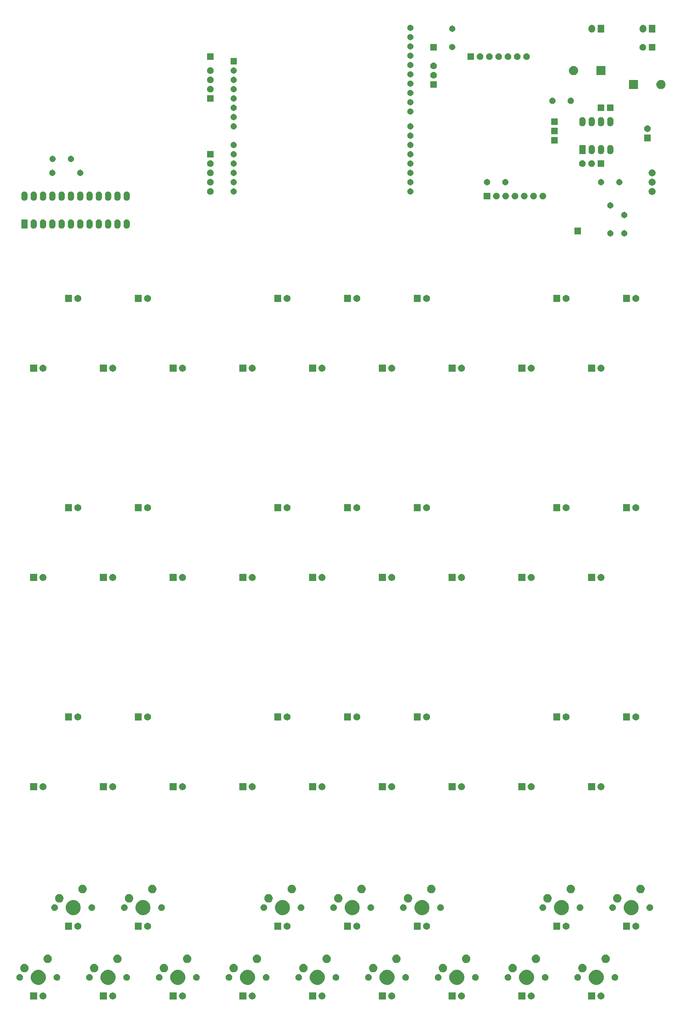
<source format=gbr>
G04 #@! TF.GenerationSoftware,KiCad,Pcbnew,5.1.5+dfsg1-2+b1*
G04 #@! TF.CreationDate,2020-12-03T05:46:07-05:00*
G04 #@! TF.ProjectId,Circuit,43697263-7569-4742-9e6b-696361645f70,rev?*
G04 #@! TF.SameCoordinates,Original*
G04 #@! TF.FileFunction,Soldermask,Top*
G04 #@! TF.FilePolarity,Negative*
%FSLAX46Y46*%
G04 Gerber Fmt 4.6, Leading zero omitted, Abs format (unit mm)*
G04 Created by KiCad (PCBNEW 5.1.5+dfsg1-2+b1) date 2020-12-03 05:46:07*
%MOMM*%
%LPD*%
G04 APERTURE LIST*
%ADD10C,0.100000*%
G04 APERTURE END LIST*
D10*
G36*
X153351000Y-181291000D02*
G01*
X151449000Y-181291000D01*
X151449000Y-179389000D01*
X153351000Y-179389000D01*
X153351000Y-181291000D01*
G37*
G36*
X115251000Y-181291000D02*
G01*
X113349000Y-181291000D01*
X113349000Y-179389000D01*
X115251000Y-179389000D01*
X115251000Y-181291000D01*
G37*
G36*
X172401000Y-181291000D02*
G01*
X170499000Y-181291000D01*
X170499000Y-179389000D01*
X172401000Y-179389000D01*
X172401000Y-181291000D01*
G37*
G36*
X39051000Y-181291000D02*
G01*
X37149000Y-181291000D01*
X37149000Y-179389000D01*
X39051000Y-179389000D01*
X39051000Y-181291000D01*
G37*
G36*
X59967395Y-179425546D02*
G01*
X60140466Y-179497234D01*
X60140467Y-179497235D01*
X60296227Y-179601310D01*
X60428690Y-179733773D01*
X60428691Y-179733775D01*
X60532766Y-179889534D01*
X60604454Y-180062605D01*
X60641000Y-180246333D01*
X60641000Y-180433667D01*
X60604454Y-180617395D01*
X60532766Y-180790466D01*
X60532765Y-180790467D01*
X60428690Y-180946227D01*
X60296227Y-181078690D01*
X60217818Y-181131081D01*
X60140466Y-181182766D01*
X59967395Y-181254454D01*
X59783667Y-181291000D01*
X59596333Y-181291000D01*
X59412605Y-181254454D01*
X59239534Y-181182766D01*
X59162182Y-181131081D01*
X59083773Y-181078690D01*
X58951310Y-180946227D01*
X58847235Y-180790467D01*
X58847234Y-180790466D01*
X58775546Y-180617395D01*
X58739000Y-180433667D01*
X58739000Y-180246333D01*
X58775546Y-180062605D01*
X58847234Y-179889534D01*
X58951309Y-179733775D01*
X58951310Y-179733773D01*
X59083773Y-179601310D01*
X59239533Y-179497235D01*
X59239534Y-179497234D01*
X59412605Y-179425546D01*
X59596333Y-179389000D01*
X59783667Y-179389000D01*
X59967395Y-179425546D01*
G37*
G36*
X58101000Y-181291000D02*
G01*
X56199000Y-181291000D01*
X56199000Y-179389000D01*
X58101000Y-179389000D01*
X58101000Y-181291000D01*
G37*
G36*
X79017395Y-179425546D02*
G01*
X79190466Y-179497234D01*
X79190467Y-179497235D01*
X79346227Y-179601310D01*
X79478690Y-179733773D01*
X79478691Y-179733775D01*
X79582766Y-179889534D01*
X79654454Y-180062605D01*
X79691000Y-180246333D01*
X79691000Y-180433667D01*
X79654454Y-180617395D01*
X79582766Y-180790466D01*
X79582765Y-180790467D01*
X79478690Y-180946227D01*
X79346227Y-181078690D01*
X79267818Y-181131081D01*
X79190466Y-181182766D01*
X79017395Y-181254454D01*
X78833667Y-181291000D01*
X78646333Y-181291000D01*
X78462605Y-181254454D01*
X78289534Y-181182766D01*
X78212182Y-181131081D01*
X78133773Y-181078690D01*
X78001310Y-180946227D01*
X77897235Y-180790467D01*
X77897234Y-180790466D01*
X77825546Y-180617395D01*
X77789000Y-180433667D01*
X77789000Y-180246333D01*
X77825546Y-180062605D01*
X77897234Y-179889534D01*
X78001309Y-179733775D01*
X78001310Y-179733773D01*
X78133773Y-179601310D01*
X78289533Y-179497235D01*
X78289534Y-179497234D01*
X78462605Y-179425546D01*
X78646333Y-179389000D01*
X78833667Y-179389000D01*
X79017395Y-179425546D01*
G37*
G36*
X77151000Y-181291000D02*
G01*
X75249000Y-181291000D01*
X75249000Y-179389000D01*
X77151000Y-179389000D01*
X77151000Y-181291000D01*
G37*
G36*
X98067395Y-179425546D02*
G01*
X98240466Y-179497234D01*
X98240467Y-179497235D01*
X98396227Y-179601310D01*
X98528690Y-179733773D01*
X98528691Y-179733775D01*
X98632766Y-179889534D01*
X98704454Y-180062605D01*
X98741000Y-180246333D01*
X98741000Y-180433667D01*
X98704454Y-180617395D01*
X98632766Y-180790466D01*
X98632765Y-180790467D01*
X98528690Y-180946227D01*
X98396227Y-181078690D01*
X98317818Y-181131081D01*
X98240466Y-181182766D01*
X98067395Y-181254454D01*
X97883667Y-181291000D01*
X97696333Y-181291000D01*
X97512605Y-181254454D01*
X97339534Y-181182766D01*
X97262182Y-181131081D01*
X97183773Y-181078690D01*
X97051310Y-180946227D01*
X96947235Y-180790467D01*
X96947234Y-180790466D01*
X96875546Y-180617395D01*
X96839000Y-180433667D01*
X96839000Y-180246333D01*
X96875546Y-180062605D01*
X96947234Y-179889534D01*
X97051309Y-179733775D01*
X97051310Y-179733773D01*
X97183773Y-179601310D01*
X97339533Y-179497235D01*
X97339534Y-179497234D01*
X97512605Y-179425546D01*
X97696333Y-179389000D01*
X97883667Y-179389000D01*
X98067395Y-179425546D01*
G37*
G36*
X96201000Y-181291000D02*
G01*
X94299000Y-181291000D01*
X94299000Y-179389000D01*
X96201000Y-179389000D01*
X96201000Y-181291000D01*
G37*
G36*
X117117395Y-179425546D02*
G01*
X117290466Y-179497234D01*
X117290467Y-179497235D01*
X117446227Y-179601310D01*
X117578690Y-179733773D01*
X117578691Y-179733775D01*
X117682766Y-179889534D01*
X117754454Y-180062605D01*
X117791000Y-180246333D01*
X117791000Y-180433667D01*
X117754454Y-180617395D01*
X117682766Y-180790466D01*
X117682765Y-180790467D01*
X117578690Y-180946227D01*
X117446227Y-181078690D01*
X117367818Y-181131081D01*
X117290466Y-181182766D01*
X117117395Y-181254454D01*
X116933667Y-181291000D01*
X116746333Y-181291000D01*
X116562605Y-181254454D01*
X116389534Y-181182766D01*
X116312182Y-181131081D01*
X116233773Y-181078690D01*
X116101310Y-180946227D01*
X115997235Y-180790467D01*
X115997234Y-180790466D01*
X115925546Y-180617395D01*
X115889000Y-180433667D01*
X115889000Y-180246333D01*
X115925546Y-180062605D01*
X115997234Y-179889534D01*
X116101309Y-179733775D01*
X116101310Y-179733773D01*
X116233773Y-179601310D01*
X116389533Y-179497235D01*
X116389534Y-179497234D01*
X116562605Y-179425546D01*
X116746333Y-179389000D01*
X116933667Y-179389000D01*
X117117395Y-179425546D01*
G37*
G36*
X136167395Y-179425546D02*
G01*
X136340466Y-179497234D01*
X136340467Y-179497235D01*
X136496227Y-179601310D01*
X136628690Y-179733773D01*
X136628691Y-179733775D01*
X136732766Y-179889534D01*
X136804454Y-180062605D01*
X136841000Y-180246333D01*
X136841000Y-180433667D01*
X136804454Y-180617395D01*
X136732766Y-180790466D01*
X136732765Y-180790467D01*
X136628690Y-180946227D01*
X136496227Y-181078690D01*
X136417818Y-181131081D01*
X136340466Y-181182766D01*
X136167395Y-181254454D01*
X135983667Y-181291000D01*
X135796333Y-181291000D01*
X135612605Y-181254454D01*
X135439534Y-181182766D01*
X135362182Y-181131081D01*
X135283773Y-181078690D01*
X135151310Y-180946227D01*
X135047235Y-180790467D01*
X135047234Y-180790466D01*
X134975546Y-180617395D01*
X134939000Y-180433667D01*
X134939000Y-180246333D01*
X134975546Y-180062605D01*
X135047234Y-179889534D01*
X135151309Y-179733775D01*
X135151310Y-179733773D01*
X135283773Y-179601310D01*
X135439533Y-179497235D01*
X135439534Y-179497234D01*
X135612605Y-179425546D01*
X135796333Y-179389000D01*
X135983667Y-179389000D01*
X136167395Y-179425546D01*
G37*
G36*
X40917395Y-179425546D02*
G01*
X41090466Y-179497234D01*
X41090467Y-179497235D01*
X41246227Y-179601310D01*
X41378690Y-179733773D01*
X41378691Y-179733775D01*
X41482766Y-179889534D01*
X41554454Y-180062605D01*
X41591000Y-180246333D01*
X41591000Y-180433667D01*
X41554454Y-180617395D01*
X41482766Y-180790466D01*
X41482765Y-180790467D01*
X41378690Y-180946227D01*
X41246227Y-181078690D01*
X41167818Y-181131081D01*
X41090466Y-181182766D01*
X40917395Y-181254454D01*
X40733667Y-181291000D01*
X40546333Y-181291000D01*
X40362605Y-181254454D01*
X40189534Y-181182766D01*
X40112182Y-181131081D01*
X40033773Y-181078690D01*
X39901310Y-180946227D01*
X39797235Y-180790467D01*
X39797234Y-180790466D01*
X39725546Y-180617395D01*
X39689000Y-180433667D01*
X39689000Y-180246333D01*
X39725546Y-180062605D01*
X39797234Y-179889534D01*
X39901309Y-179733775D01*
X39901310Y-179733773D01*
X40033773Y-179601310D01*
X40189533Y-179497235D01*
X40189534Y-179497234D01*
X40362605Y-179425546D01*
X40546333Y-179389000D01*
X40733667Y-179389000D01*
X40917395Y-179425546D01*
G37*
G36*
X134301000Y-181291000D02*
G01*
X132399000Y-181291000D01*
X132399000Y-179389000D01*
X134301000Y-179389000D01*
X134301000Y-181291000D01*
G37*
G36*
X155217395Y-179425546D02*
G01*
X155390466Y-179497234D01*
X155390467Y-179497235D01*
X155546227Y-179601310D01*
X155678690Y-179733773D01*
X155678691Y-179733775D01*
X155782766Y-179889534D01*
X155854454Y-180062605D01*
X155891000Y-180246333D01*
X155891000Y-180433667D01*
X155854454Y-180617395D01*
X155782766Y-180790466D01*
X155782765Y-180790467D01*
X155678690Y-180946227D01*
X155546227Y-181078690D01*
X155467818Y-181131081D01*
X155390466Y-181182766D01*
X155217395Y-181254454D01*
X155033667Y-181291000D01*
X154846333Y-181291000D01*
X154662605Y-181254454D01*
X154489534Y-181182766D01*
X154412182Y-181131081D01*
X154333773Y-181078690D01*
X154201310Y-180946227D01*
X154097235Y-180790467D01*
X154097234Y-180790466D01*
X154025546Y-180617395D01*
X153989000Y-180433667D01*
X153989000Y-180246333D01*
X154025546Y-180062605D01*
X154097234Y-179889534D01*
X154201309Y-179733775D01*
X154201310Y-179733773D01*
X154333773Y-179601310D01*
X154489533Y-179497235D01*
X154489534Y-179497234D01*
X154662605Y-179425546D01*
X154846333Y-179389000D01*
X155033667Y-179389000D01*
X155217395Y-179425546D01*
G37*
G36*
X20001000Y-181291000D02*
G01*
X18099000Y-181291000D01*
X18099000Y-179389000D01*
X20001000Y-179389000D01*
X20001000Y-181291000D01*
G37*
G36*
X21867395Y-179425546D02*
G01*
X22040466Y-179497234D01*
X22040467Y-179497235D01*
X22196227Y-179601310D01*
X22328690Y-179733773D01*
X22328691Y-179733775D01*
X22432766Y-179889534D01*
X22504454Y-180062605D01*
X22541000Y-180246333D01*
X22541000Y-180433667D01*
X22504454Y-180617395D01*
X22432766Y-180790466D01*
X22432765Y-180790467D01*
X22328690Y-180946227D01*
X22196227Y-181078690D01*
X22117818Y-181131081D01*
X22040466Y-181182766D01*
X21867395Y-181254454D01*
X21683667Y-181291000D01*
X21496333Y-181291000D01*
X21312605Y-181254454D01*
X21139534Y-181182766D01*
X21062182Y-181131081D01*
X20983773Y-181078690D01*
X20851310Y-180946227D01*
X20747235Y-180790467D01*
X20747234Y-180790466D01*
X20675546Y-180617395D01*
X20639000Y-180433667D01*
X20639000Y-180246333D01*
X20675546Y-180062605D01*
X20747234Y-179889534D01*
X20851309Y-179733775D01*
X20851310Y-179733773D01*
X20983773Y-179601310D01*
X21139533Y-179497235D01*
X21139534Y-179497234D01*
X21312605Y-179425546D01*
X21496333Y-179389000D01*
X21683667Y-179389000D01*
X21867395Y-179425546D01*
G37*
G36*
X174267395Y-179425546D02*
G01*
X174440466Y-179497234D01*
X174440467Y-179497235D01*
X174596227Y-179601310D01*
X174728690Y-179733773D01*
X174728691Y-179733775D01*
X174832766Y-179889534D01*
X174904454Y-180062605D01*
X174941000Y-180246333D01*
X174941000Y-180433667D01*
X174904454Y-180617395D01*
X174832766Y-180790466D01*
X174832765Y-180790467D01*
X174728690Y-180946227D01*
X174596227Y-181078690D01*
X174517818Y-181131081D01*
X174440466Y-181182766D01*
X174267395Y-181254454D01*
X174083667Y-181291000D01*
X173896333Y-181291000D01*
X173712605Y-181254454D01*
X173539534Y-181182766D01*
X173462182Y-181131081D01*
X173383773Y-181078690D01*
X173251310Y-180946227D01*
X173147235Y-180790467D01*
X173147234Y-180790466D01*
X173075546Y-180617395D01*
X173039000Y-180433667D01*
X173039000Y-180246333D01*
X173075546Y-180062605D01*
X173147234Y-179889534D01*
X173251309Y-179733775D01*
X173251310Y-179733773D01*
X173383773Y-179601310D01*
X173539533Y-179497235D01*
X173539534Y-179497234D01*
X173712605Y-179425546D01*
X173896333Y-179389000D01*
X174083667Y-179389000D01*
X174267395Y-179425546D01*
G37*
G36*
X173318254Y-173287818D02*
G01*
X173691511Y-173442426D01*
X173691513Y-173442427D01*
X174027436Y-173666884D01*
X174313116Y-173952564D01*
X174537574Y-174288489D01*
X174692182Y-174661746D01*
X174771000Y-175057993D01*
X174771000Y-175462007D01*
X174692182Y-175858254D01*
X174537574Y-176231511D01*
X174537573Y-176231513D01*
X174313116Y-176567436D01*
X174027436Y-176853116D01*
X173691513Y-177077573D01*
X173691512Y-177077574D01*
X173691511Y-177077574D01*
X173318254Y-177232182D01*
X172922007Y-177311000D01*
X172517993Y-177311000D01*
X172121746Y-177232182D01*
X171748489Y-177077574D01*
X171748488Y-177077574D01*
X171748487Y-177077573D01*
X171412564Y-176853116D01*
X171126884Y-176567436D01*
X170902427Y-176231513D01*
X170902426Y-176231511D01*
X170747818Y-175858254D01*
X170669000Y-175462007D01*
X170669000Y-175057993D01*
X170747818Y-174661746D01*
X170902426Y-174288489D01*
X171126884Y-173952564D01*
X171412564Y-173666884D01*
X171748487Y-173442427D01*
X171748489Y-173442426D01*
X172121746Y-173287818D01*
X172517993Y-173209000D01*
X172922007Y-173209000D01*
X173318254Y-173287818D01*
G37*
G36*
X20918254Y-173287818D02*
G01*
X21291511Y-173442426D01*
X21291513Y-173442427D01*
X21627436Y-173666884D01*
X21913116Y-173952564D01*
X22137574Y-174288489D01*
X22292182Y-174661746D01*
X22371000Y-175057993D01*
X22371000Y-175462007D01*
X22292182Y-175858254D01*
X22137574Y-176231511D01*
X22137573Y-176231513D01*
X21913116Y-176567436D01*
X21627436Y-176853116D01*
X21291513Y-177077573D01*
X21291512Y-177077574D01*
X21291511Y-177077574D01*
X20918254Y-177232182D01*
X20522007Y-177311000D01*
X20117993Y-177311000D01*
X19721746Y-177232182D01*
X19348489Y-177077574D01*
X19348488Y-177077574D01*
X19348487Y-177077573D01*
X19012564Y-176853116D01*
X18726884Y-176567436D01*
X18502427Y-176231513D01*
X18502426Y-176231511D01*
X18347818Y-175858254D01*
X18269000Y-175462007D01*
X18269000Y-175057993D01*
X18347818Y-174661746D01*
X18502426Y-174288489D01*
X18726884Y-173952564D01*
X19012564Y-173666884D01*
X19348487Y-173442427D01*
X19348489Y-173442426D01*
X19721746Y-173287818D01*
X20117993Y-173209000D01*
X20522007Y-173209000D01*
X20918254Y-173287818D01*
G37*
G36*
X154268254Y-173287818D02*
G01*
X154641511Y-173442426D01*
X154641513Y-173442427D01*
X154977436Y-173666884D01*
X155263116Y-173952564D01*
X155487574Y-174288489D01*
X155642182Y-174661746D01*
X155721000Y-175057993D01*
X155721000Y-175462007D01*
X155642182Y-175858254D01*
X155487574Y-176231511D01*
X155487573Y-176231513D01*
X155263116Y-176567436D01*
X154977436Y-176853116D01*
X154641513Y-177077573D01*
X154641512Y-177077574D01*
X154641511Y-177077574D01*
X154268254Y-177232182D01*
X153872007Y-177311000D01*
X153467993Y-177311000D01*
X153071746Y-177232182D01*
X152698489Y-177077574D01*
X152698488Y-177077574D01*
X152698487Y-177077573D01*
X152362564Y-176853116D01*
X152076884Y-176567436D01*
X151852427Y-176231513D01*
X151852426Y-176231511D01*
X151697818Y-175858254D01*
X151619000Y-175462007D01*
X151619000Y-175057993D01*
X151697818Y-174661746D01*
X151852426Y-174288489D01*
X152076884Y-173952564D01*
X152362564Y-173666884D01*
X152698487Y-173442427D01*
X152698489Y-173442426D01*
X153071746Y-173287818D01*
X153467993Y-173209000D01*
X153872007Y-173209000D01*
X154268254Y-173287818D01*
G37*
G36*
X135218254Y-173287818D02*
G01*
X135591511Y-173442426D01*
X135591513Y-173442427D01*
X135927436Y-173666884D01*
X136213116Y-173952564D01*
X136437574Y-174288489D01*
X136592182Y-174661746D01*
X136671000Y-175057993D01*
X136671000Y-175462007D01*
X136592182Y-175858254D01*
X136437574Y-176231511D01*
X136437573Y-176231513D01*
X136213116Y-176567436D01*
X135927436Y-176853116D01*
X135591513Y-177077573D01*
X135591512Y-177077574D01*
X135591511Y-177077574D01*
X135218254Y-177232182D01*
X134822007Y-177311000D01*
X134417993Y-177311000D01*
X134021746Y-177232182D01*
X133648489Y-177077574D01*
X133648488Y-177077574D01*
X133648487Y-177077573D01*
X133312564Y-176853116D01*
X133026884Y-176567436D01*
X132802427Y-176231513D01*
X132802426Y-176231511D01*
X132647818Y-175858254D01*
X132569000Y-175462007D01*
X132569000Y-175057993D01*
X132647818Y-174661746D01*
X132802426Y-174288489D01*
X133026884Y-173952564D01*
X133312564Y-173666884D01*
X133648487Y-173442427D01*
X133648489Y-173442426D01*
X134021746Y-173287818D01*
X134417993Y-173209000D01*
X134822007Y-173209000D01*
X135218254Y-173287818D01*
G37*
G36*
X97118254Y-173287818D02*
G01*
X97491511Y-173442426D01*
X97491513Y-173442427D01*
X97827436Y-173666884D01*
X98113116Y-173952564D01*
X98337574Y-174288489D01*
X98492182Y-174661746D01*
X98571000Y-175057993D01*
X98571000Y-175462007D01*
X98492182Y-175858254D01*
X98337574Y-176231511D01*
X98337573Y-176231513D01*
X98113116Y-176567436D01*
X97827436Y-176853116D01*
X97491513Y-177077573D01*
X97491512Y-177077574D01*
X97491511Y-177077574D01*
X97118254Y-177232182D01*
X96722007Y-177311000D01*
X96317993Y-177311000D01*
X95921746Y-177232182D01*
X95548489Y-177077574D01*
X95548488Y-177077574D01*
X95548487Y-177077573D01*
X95212564Y-176853116D01*
X94926884Y-176567436D01*
X94702427Y-176231513D01*
X94702426Y-176231511D01*
X94547818Y-175858254D01*
X94469000Y-175462007D01*
X94469000Y-175057993D01*
X94547818Y-174661746D01*
X94702426Y-174288489D01*
X94926884Y-173952564D01*
X95212564Y-173666884D01*
X95548487Y-173442427D01*
X95548489Y-173442426D01*
X95921746Y-173287818D01*
X96317993Y-173209000D01*
X96722007Y-173209000D01*
X97118254Y-173287818D01*
G37*
G36*
X39968254Y-173287818D02*
G01*
X40341511Y-173442426D01*
X40341513Y-173442427D01*
X40677436Y-173666884D01*
X40963116Y-173952564D01*
X41187574Y-174288489D01*
X41342182Y-174661746D01*
X41421000Y-175057993D01*
X41421000Y-175462007D01*
X41342182Y-175858254D01*
X41187574Y-176231511D01*
X41187573Y-176231513D01*
X40963116Y-176567436D01*
X40677436Y-176853116D01*
X40341513Y-177077573D01*
X40341512Y-177077574D01*
X40341511Y-177077574D01*
X39968254Y-177232182D01*
X39572007Y-177311000D01*
X39167993Y-177311000D01*
X38771746Y-177232182D01*
X38398489Y-177077574D01*
X38398488Y-177077574D01*
X38398487Y-177077573D01*
X38062564Y-176853116D01*
X37776884Y-176567436D01*
X37552427Y-176231513D01*
X37552426Y-176231511D01*
X37397818Y-175858254D01*
X37319000Y-175462007D01*
X37319000Y-175057993D01*
X37397818Y-174661746D01*
X37552426Y-174288489D01*
X37776884Y-173952564D01*
X38062564Y-173666884D01*
X38398487Y-173442427D01*
X38398489Y-173442426D01*
X38771746Y-173287818D01*
X39167993Y-173209000D01*
X39572007Y-173209000D01*
X39968254Y-173287818D01*
G37*
G36*
X78068254Y-173287818D02*
G01*
X78441511Y-173442426D01*
X78441513Y-173442427D01*
X78777436Y-173666884D01*
X79063116Y-173952564D01*
X79287574Y-174288489D01*
X79442182Y-174661746D01*
X79521000Y-175057993D01*
X79521000Y-175462007D01*
X79442182Y-175858254D01*
X79287574Y-176231511D01*
X79287573Y-176231513D01*
X79063116Y-176567436D01*
X78777436Y-176853116D01*
X78441513Y-177077573D01*
X78441512Y-177077574D01*
X78441511Y-177077574D01*
X78068254Y-177232182D01*
X77672007Y-177311000D01*
X77267993Y-177311000D01*
X76871746Y-177232182D01*
X76498489Y-177077574D01*
X76498488Y-177077574D01*
X76498487Y-177077573D01*
X76162564Y-176853116D01*
X75876884Y-176567436D01*
X75652427Y-176231513D01*
X75652426Y-176231511D01*
X75497818Y-175858254D01*
X75419000Y-175462007D01*
X75419000Y-175057993D01*
X75497818Y-174661746D01*
X75652426Y-174288489D01*
X75876884Y-173952564D01*
X76162564Y-173666884D01*
X76498487Y-173442427D01*
X76498489Y-173442426D01*
X76871746Y-173287818D01*
X77267993Y-173209000D01*
X77672007Y-173209000D01*
X78068254Y-173287818D01*
G37*
G36*
X59018254Y-173287818D02*
G01*
X59391511Y-173442426D01*
X59391513Y-173442427D01*
X59727436Y-173666884D01*
X60013116Y-173952564D01*
X60237574Y-174288489D01*
X60392182Y-174661746D01*
X60471000Y-175057993D01*
X60471000Y-175462007D01*
X60392182Y-175858254D01*
X60237574Y-176231511D01*
X60237573Y-176231513D01*
X60013116Y-176567436D01*
X59727436Y-176853116D01*
X59391513Y-177077573D01*
X59391512Y-177077574D01*
X59391511Y-177077574D01*
X59018254Y-177232182D01*
X58622007Y-177311000D01*
X58217993Y-177311000D01*
X57821746Y-177232182D01*
X57448489Y-177077574D01*
X57448488Y-177077574D01*
X57448487Y-177077573D01*
X57112564Y-176853116D01*
X56826884Y-176567436D01*
X56602427Y-176231513D01*
X56602426Y-176231511D01*
X56447818Y-175858254D01*
X56369000Y-175462007D01*
X56369000Y-175057993D01*
X56447818Y-174661746D01*
X56602426Y-174288489D01*
X56826884Y-173952564D01*
X57112564Y-173666884D01*
X57448487Y-173442427D01*
X57448489Y-173442426D01*
X57821746Y-173287818D01*
X58217993Y-173209000D01*
X58622007Y-173209000D01*
X59018254Y-173287818D01*
G37*
G36*
X116168254Y-173287818D02*
G01*
X116541511Y-173442426D01*
X116541513Y-173442427D01*
X116877436Y-173666884D01*
X117163116Y-173952564D01*
X117387574Y-174288489D01*
X117542182Y-174661746D01*
X117621000Y-175057993D01*
X117621000Y-175462007D01*
X117542182Y-175858254D01*
X117387574Y-176231511D01*
X117387573Y-176231513D01*
X117163116Y-176567436D01*
X116877436Y-176853116D01*
X116541513Y-177077573D01*
X116541512Y-177077574D01*
X116541511Y-177077574D01*
X116168254Y-177232182D01*
X115772007Y-177311000D01*
X115367993Y-177311000D01*
X114971746Y-177232182D01*
X114598489Y-177077574D01*
X114598488Y-177077574D01*
X114598487Y-177077573D01*
X114262564Y-176853116D01*
X113976884Y-176567436D01*
X113752427Y-176231513D01*
X113752426Y-176231511D01*
X113597818Y-175858254D01*
X113519000Y-175462007D01*
X113519000Y-175057993D01*
X113597818Y-174661746D01*
X113752426Y-174288489D01*
X113976884Y-173952564D01*
X114262564Y-173666884D01*
X114598487Y-173442427D01*
X114598489Y-173442426D01*
X114971746Y-173287818D01*
X115367993Y-173209000D01*
X115772007Y-173209000D01*
X116168254Y-173287818D01*
G37*
G36*
X72503512Y-174363927D02*
G01*
X72652812Y-174393624D01*
X72816784Y-174461544D01*
X72964354Y-174560147D01*
X73089853Y-174685646D01*
X73188456Y-174833216D01*
X73256376Y-174997188D01*
X73291000Y-175171259D01*
X73291000Y-175348741D01*
X73256376Y-175522812D01*
X73188456Y-175686784D01*
X73089853Y-175834354D01*
X72964354Y-175959853D01*
X72816784Y-176058456D01*
X72652812Y-176126376D01*
X72503512Y-176156073D01*
X72478742Y-176161000D01*
X72301258Y-176161000D01*
X72276488Y-176156073D01*
X72127188Y-176126376D01*
X71963216Y-176058456D01*
X71815646Y-175959853D01*
X71690147Y-175834354D01*
X71591544Y-175686784D01*
X71523624Y-175522812D01*
X71489000Y-175348741D01*
X71489000Y-175171259D01*
X71523624Y-174997188D01*
X71591544Y-174833216D01*
X71690147Y-174685646D01*
X71815646Y-174560147D01*
X71963216Y-174461544D01*
X72127188Y-174393624D01*
X72276488Y-174363927D01*
X72301258Y-174359000D01*
X72478742Y-174359000D01*
X72503512Y-174363927D01*
G37*
G36*
X158863512Y-174363927D02*
G01*
X159012812Y-174393624D01*
X159176784Y-174461544D01*
X159324354Y-174560147D01*
X159449853Y-174685646D01*
X159548456Y-174833216D01*
X159616376Y-174997188D01*
X159651000Y-175171259D01*
X159651000Y-175348741D01*
X159616376Y-175522812D01*
X159548456Y-175686784D01*
X159449853Y-175834354D01*
X159324354Y-175959853D01*
X159176784Y-176058456D01*
X159012812Y-176126376D01*
X158863512Y-176156073D01*
X158838742Y-176161000D01*
X158661258Y-176161000D01*
X158636488Y-176156073D01*
X158487188Y-176126376D01*
X158323216Y-176058456D01*
X158175646Y-175959853D01*
X158050147Y-175834354D01*
X157951544Y-175686784D01*
X157883624Y-175522812D01*
X157849000Y-175348741D01*
X157849000Y-175171259D01*
X157883624Y-174997188D01*
X157951544Y-174833216D01*
X158050147Y-174685646D01*
X158175646Y-174560147D01*
X158323216Y-174461544D01*
X158487188Y-174393624D01*
X158636488Y-174363927D01*
X158661258Y-174359000D01*
X158838742Y-174359000D01*
X158863512Y-174363927D01*
G37*
G36*
X177913512Y-174363927D02*
G01*
X178062812Y-174393624D01*
X178226784Y-174461544D01*
X178374354Y-174560147D01*
X178499853Y-174685646D01*
X178598456Y-174833216D01*
X178666376Y-174997188D01*
X178701000Y-175171259D01*
X178701000Y-175348741D01*
X178666376Y-175522812D01*
X178598456Y-175686784D01*
X178499853Y-175834354D01*
X178374354Y-175959853D01*
X178226784Y-176058456D01*
X178062812Y-176126376D01*
X177913512Y-176156073D01*
X177888742Y-176161000D01*
X177711258Y-176161000D01*
X177686488Y-176156073D01*
X177537188Y-176126376D01*
X177373216Y-176058456D01*
X177225646Y-175959853D01*
X177100147Y-175834354D01*
X177001544Y-175686784D01*
X176933624Y-175522812D01*
X176899000Y-175348741D01*
X176899000Y-175171259D01*
X176933624Y-174997188D01*
X177001544Y-174833216D01*
X177100147Y-174685646D01*
X177225646Y-174560147D01*
X177373216Y-174461544D01*
X177537188Y-174393624D01*
X177686488Y-174363927D01*
X177711258Y-174359000D01*
X177888742Y-174359000D01*
X177913512Y-174363927D01*
G37*
G36*
X167753512Y-174363927D02*
G01*
X167902812Y-174393624D01*
X168066784Y-174461544D01*
X168214354Y-174560147D01*
X168339853Y-174685646D01*
X168438456Y-174833216D01*
X168506376Y-174997188D01*
X168541000Y-175171259D01*
X168541000Y-175348741D01*
X168506376Y-175522812D01*
X168438456Y-175686784D01*
X168339853Y-175834354D01*
X168214354Y-175959853D01*
X168066784Y-176058456D01*
X167902812Y-176126376D01*
X167753512Y-176156073D01*
X167728742Y-176161000D01*
X167551258Y-176161000D01*
X167526488Y-176156073D01*
X167377188Y-176126376D01*
X167213216Y-176058456D01*
X167065646Y-175959853D01*
X166940147Y-175834354D01*
X166841544Y-175686784D01*
X166773624Y-175522812D01*
X166739000Y-175348741D01*
X166739000Y-175171259D01*
X166773624Y-174997188D01*
X166841544Y-174833216D01*
X166940147Y-174685646D01*
X167065646Y-174560147D01*
X167213216Y-174461544D01*
X167377188Y-174393624D01*
X167526488Y-174363927D01*
X167551258Y-174359000D01*
X167728742Y-174359000D01*
X167753512Y-174363927D01*
G37*
G36*
X15353512Y-174363927D02*
G01*
X15502812Y-174393624D01*
X15666784Y-174461544D01*
X15814354Y-174560147D01*
X15939853Y-174685646D01*
X16038456Y-174833216D01*
X16106376Y-174997188D01*
X16141000Y-175171259D01*
X16141000Y-175348741D01*
X16106376Y-175522812D01*
X16038456Y-175686784D01*
X15939853Y-175834354D01*
X15814354Y-175959853D01*
X15666784Y-176058456D01*
X15502812Y-176126376D01*
X15353512Y-176156073D01*
X15328742Y-176161000D01*
X15151258Y-176161000D01*
X15126488Y-176156073D01*
X14977188Y-176126376D01*
X14813216Y-176058456D01*
X14665646Y-175959853D01*
X14540147Y-175834354D01*
X14441544Y-175686784D01*
X14373624Y-175522812D01*
X14339000Y-175348741D01*
X14339000Y-175171259D01*
X14373624Y-174997188D01*
X14441544Y-174833216D01*
X14540147Y-174685646D01*
X14665646Y-174560147D01*
X14813216Y-174461544D01*
X14977188Y-174393624D01*
X15126488Y-174363927D01*
X15151258Y-174359000D01*
X15328742Y-174359000D01*
X15353512Y-174363927D01*
G37*
G36*
X25513512Y-174363927D02*
G01*
X25662812Y-174393624D01*
X25826784Y-174461544D01*
X25974354Y-174560147D01*
X26099853Y-174685646D01*
X26198456Y-174833216D01*
X26266376Y-174997188D01*
X26301000Y-175171259D01*
X26301000Y-175348741D01*
X26266376Y-175522812D01*
X26198456Y-175686784D01*
X26099853Y-175834354D01*
X25974354Y-175959853D01*
X25826784Y-176058456D01*
X25662812Y-176126376D01*
X25513512Y-176156073D01*
X25488742Y-176161000D01*
X25311258Y-176161000D01*
X25286488Y-176156073D01*
X25137188Y-176126376D01*
X24973216Y-176058456D01*
X24825646Y-175959853D01*
X24700147Y-175834354D01*
X24601544Y-175686784D01*
X24533624Y-175522812D01*
X24499000Y-175348741D01*
X24499000Y-175171259D01*
X24533624Y-174997188D01*
X24601544Y-174833216D01*
X24700147Y-174685646D01*
X24825646Y-174560147D01*
X24973216Y-174461544D01*
X25137188Y-174393624D01*
X25286488Y-174363927D01*
X25311258Y-174359000D01*
X25488742Y-174359000D01*
X25513512Y-174363927D01*
G37*
G36*
X34403512Y-174363927D02*
G01*
X34552812Y-174393624D01*
X34716784Y-174461544D01*
X34864354Y-174560147D01*
X34989853Y-174685646D01*
X35088456Y-174833216D01*
X35156376Y-174997188D01*
X35191000Y-175171259D01*
X35191000Y-175348741D01*
X35156376Y-175522812D01*
X35088456Y-175686784D01*
X34989853Y-175834354D01*
X34864354Y-175959853D01*
X34716784Y-176058456D01*
X34552812Y-176126376D01*
X34403512Y-176156073D01*
X34378742Y-176161000D01*
X34201258Y-176161000D01*
X34176488Y-176156073D01*
X34027188Y-176126376D01*
X33863216Y-176058456D01*
X33715646Y-175959853D01*
X33590147Y-175834354D01*
X33491544Y-175686784D01*
X33423624Y-175522812D01*
X33389000Y-175348741D01*
X33389000Y-175171259D01*
X33423624Y-174997188D01*
X33491544Y-174833216D01*
X33590147Y-174685646D01*
X33715646Y-174560147D01*
X33863216Y-174461544D01*
X34027188Y-174393624D01*
X34176488Y-174363927D01*
X34201258Y-174359000D01*
X34378742Y-174359000D01*
X34403512Y-174363927D01*
G37*
G36*
X44563512Y-174363927D02*
G01*
X44712812Y-174393624D01*
X44876784Y-174461544D01*
X45024354Y-174560147D01*
X45149853Y-174685646D01*
X45248456Y-174833216D01*
X45316376Y-174997188D01*
X45351000Y-175171259D01*
X45351000Y-175348741D01*
X45316376Y-175522812D01*
X45248456Y-175686784D01*
X45149853Y-175834354D01*
X45024354Y-175959853D01*
X44876784Y-176058456D01*
X44712812Y-176126376D01*
X44563512Y-176156073D01*
X44538742Y-176161000D01*
X44361258Y-176161000D01*
X44336488Y-176156073D01*
X44187188Y-176126376D01*
X44023216Y-176058456D01*
X43875646Y-175959853D01*
X43750147Y-175834354D01*
X43651544Y-175686784D01*
X43583624Y-175522812D01*
X43549000Y-175348741D01*
X43549000Y-175171259D01*
X43583624Y-174997188D01*
X43651544Y-174833216D01*
X43750147Y-174685646D01*
X43875646Y-174560147D01*
X44023216Y-174461544D01*
X44187188Y-174393624D01*
X44336488Y-174363927D01*
X44361258Y-174359000D01*
X44538742Y-174359000D01*
X44563512Y-174363927D01*
G37*
G36*
X63613512Y-174363927D02*
G01*
X63762812Y-174393624D01*
X63926784Y-174461544D01*
X64074354Y-174560147D01*
X64199853Y-174685646D01*
X64298456Y-174833216D01*
X64366376Y-174997188D01*
X64401000Y-175171259D01*
X64401000Y-175348741D01*
X64366376Y-175522812D01*
X64298456Y-175686784D01*
X64199853Y-175834354D01*
X64074354Y-175959853D01*
X63926784Y-176058456D01*
X63762812Y-176126376D01*
X63613512Y-176156073D01*
X63588742Y-176161000D01*
X63411258Y-176161000D01*
X63386488Y-176156073D01*
X63237188Y-176126376D01*
X63073216Y-176058456D01*
X62925646Y-175959853D01*
X62800147Y-175834354D01*
X62701544Y-175686784D01*
X62633624Y-175522812D01*
X62599000Y-175348741D01*
X62599000Y-175171259D01*
X62633624Y-174997188D01*
X62701544Y-174833216D01*
X62800147Y-174685646D01*
X62925646Y-174560147D01*
X63073216Y-174461544D01*
X63237188Y-174393624D01*
X63386488Y-174363927D01*
X63411258Y-174359000D01*
X63588742Y-174359000D01*
X63613512Y-174363927D01*
G37*
G36*
X148703512Y-174363927D02*
G01*
X148852812Y-174393624D01*
X149016784Y-174461544D01*
X149164354Y-174560147D01*
X149289853Y-174685646D01*
X149388456Y-174833216D01*
X149456376Y-174997188D01*
X149491000Y-175171259D01*
X149491000Y-175348741D01*
X149456376Y-175522812D01*
X149388456Y-175686784D01*
X149289853Y-175834354D01*
X149164354Y-175959853D01*
X149016784Y-176058456D01*
X148852812Y-176126376D01*
X148703512Y-176156073D01*
X148678742Y-176161000D01*
X148501258Y-176161000D01*
X148476488Y-176156073D01*
X148327188Y-176126376D01*
X148163216Y-176058456D01*
X148015646Y-175959853D01*
X147890147Y-175834354D01*
X147791544Y-175686784D01*
X147723624Y-175522812D01*
X147689000Y-175348741D01*
X147689000Y-175171259D01*
X147723624Y-174997188D01*
X147791544Y-174833216D01*
X147890147Y-174685646D01*
X148015646Y-174560147D01*
X148163216Y-174461544D01*
X148327188Y-174393624D01*
X148476488Y-174363927D01*
X148501258Y-174359000D01*
X148678742Y-174359000D01*
X148703512Y-174363927D01*
G37*
G36*
X82663512Y-174363927D02*
G01*
X82812812Y-174393624D01*
X82976784Y-174461544D01*
X83124354Y-174560147D01*
X83249853Y-174685646D01*
X83348456Y-174833216D01*
X83416376Y-174997188D01*
X83451000Y-175171259D01*
X83451000Y-175348741D01*
X83416376Y-175522812D01*
X83348456Y-175686784D01*
X83249853Y-175834354D01*
X83124354Y-175959853D01*
X82976784Y-176058456D01*
X82812812Y-176126376D01*
X82663512Y-176156073D01*
X82638742Y-176161000D01*
X82461258Y-176161000D01*
X82436488Y-176156073D01*
X82287188Y-176126376D01*
X82123216Y-176058456D01*
X81975646Y-175959853D01*
X81850147Y-175834354D01*
X81751544Y-175686784D01*
X81683624Y-175522812D01*
X81649000Y-175348741D01*
X81649000Y-175171259D01*
X81683624Y-174997188D01*
X81751544Y-174833216D01*
X81850147Y-174685646D01*
X81975646Y-174560147D01*
X82123216Y-174461544D01*
X82287188Y-174393624D01*
X82436488Y-174363927D01*
X82461258Y-174359000D01*
X82638742Y-174359000D01*
X82663512Y-174363927D01*
G37*
G36*
X91553512Y-174363927D02*
G01*
X91702812Y-174393624D01*
X91866784Y-174461544D01*
X92014354Y-174560147D01*
X92139853Y-174685646D01*
X92238456Y-174833216D01*
X92306376Y-174997188D01*
X92341000Y-175171259D01*
X92341000Y-175348741D01*
X92306376Y-175522812D01*
X92238456Y-175686784D01*
X92139853Y-175834354D01*
X92014354Y-175959853D01*
X91866784Y-176058456D01*
X91702812Y-176126376D01*
X91553512Y-176156073D01*
X91528742Y-176161000D01*
X91351258Y-176161000D01*
X91326488Y-176156073D01*
X91177188Y-176126376D01*
X91013216Y-176058456D01*
X90865646Y-175959853D01*
X90740147Y-175834354D01*
X90641544Y-175686784D01*
X90573624Y-175522812D01*
X90539000Y-175348741D01*
X90539000Y-175171259D01*
X90573624Y-174997188D01*
X90641544Y-174833216D01*
X90740147Y-174685646D01*
X90865646Y-174560147D01*
X91013216Y-174461544D01*
X91177188Y-174393624D01*
X91326488Y-174363927D01*
X91351258Y-174359000D01*
X91528742Y-174359000D01*
X91553512Y-174363927D01*
G37*
G36*
X101713512Y-174363927D02*
G01*
X101862812Y-174393624D01*
X102026784Y-174461544D01*
X102174354Y-174560147D01*
X102299853Y-174685646D01*
X102398456Y-174833216D01*
X102466376Y-174997188D01*
X102501000Y-175171259D01*
X102501000Y-175348741D01*
X102466376Y-175522812D01*
X102398456Y-175686784D01*
X102299853Y-175834354D01*
X102174354Y-175959853D01*
X102026784Y-176058456D01*
X101862812Y-176126376D01*
X101713512Y-176156073D01*
X101688742Y-176161000D01*
X101511258Y-176161000D01*
X101486488Y-176156073D01*
X101337188Y-176126376D01*
X101173216Y-176058456D01*
X101025646Y-175959853D01*
X100900147Y-175834354D01*
X100801544Y-175686784D01*
X100733624Y-175522812D01*
X100699000Y-175348741D01*
X100699000Y-175171259D01*
X100733624Y-174997188D01*
X100801544Y-174833216D01*
X100900147Y-174685646D01*
X101025646Y-174560147D01*
X101173216Y-174461544D01*
X101337188Y-174393624D01*
X101486488Y-174363927D01*
X101511258Y-174359000D01*
X101688742Y-174359000D01*
X101713512Y-174363927D01*
G37*
G36*
X53453512Y-174363927D02*
G01*
X53602812Y-174393624D01*
X53766784Y-174461544D01*
X53914354Y-174560147D01*
X54039853Y-174685646D01*
X54138456Y-174833216D01*
X54206376Y-174997188D01*
X54241000Y-175171259D01*
X54241000Y-175348741D01*
X54206376Y-175522812D01*
X54138456Y-175686784D01*
X54039853Y-175834354D01*
X53914354Y-175959853D01*
X53766784Y-176058456D01*
X53602812Y-176126376D01*
X53453512Y-176156073D01*
X53428742Y-176161000D01*
X53251258Y-176161000D01*
X53226488Y-176156073D01*
X53077188Y-176126376D01*
X52913216Y-176058456D01*
X52765646Y-175959853D01*
X52640147Y-175834354D01*
X52541544Y-175686784D01*
X52473624Y-175522812D01*
X52439000Y-175348741D01*
X52439000Y-175171259D01*
X52473624Y-174997188D01*
X52541544Y-174833216D01*
X52640147Y-174685646D01*
X52765646Y-174560147D01*
X52913216Y-174461544D01*
X53077188Y-174393624D01*
X53226488Y-174363927D01*
X53251258Y-174359000D01*
X53428742Y-174359000D01*
X53453512Y-174363927D01*
G37*
G36*
X110603512Y-174363927D02*
G01*
X110752812Y-174393624D01*
X110916784Y-174461544D01*
X111064354Y-174560147D01*
X111189853Y-174685646D01*
X111288456Y-174833216D01*
X111356376Y-174997188D01*
X111391000Y-175171259D01*
X111391000Y-175348741D01*
X111356376Y-175522812D01*
X111288456Y-175686784D01*
X111189853Y-175834354D01*
X111064354Y-175959853D01*
X110916784Y-176058456D01*
X110752812Y-176126376D01*
X110603512Y-176156073D01*
X110578742Y-176161000D01*
X110401258Y-176161000D01*
X110376488Y-176156073D01*
X110227188Y-176126376D01*
X110063216Y-176058456D01*
X109915646Y-175959853D01*
X109790147Y-175834354D01*
X109691544Y-175686784D01*
X109623624Y-175522812D01*
X109589000Y-175348741D01*
X109589000Y-175171259D01*
X109623624Y-174997188D01*
X109691544Y-174833216D01*
X109790147Y-174685646D01*
X109915646Y-174560147D01*
X110063216Y-174461544D01*
X110227188Y-174393624D01*
X110376488Y-174363927D01*
X110401258Y-174359000D01*
X110578742Y-174359000D01*
X110603512Y-174363927D01*
G37*
G36*
X139813512Y-174363927D02*
G01*
X139962812Y-174393624D01*
X140126784Y-174461544D01*
X140274354Y-174560147D01*
X140399853Y-174685646D01*
X140498456Y-174833216D01*
X140566376Y-174997188D01*
X140601000Y-175171259D01*
X140601000Y-175348741D01*
X140566376Y-175522812D01*
X140498456Y-175686784D01*
X140399853Y-175834354D01*
X140274354Y-175959853D01*
X140126784Y-176058456D01*
X139962812Y-176126376D01*
X139813512Y-176156073D01*
X139788742Y-176161000D01*
X139611258Y-176161000D01*
X139586488Y-176156073D01*
X139437188Y-176126376D01*
X139273216Y-176058456D01*
X139125646Y-175959853D01*
X139000147Y-175834354D01*
X138901544Y-175686784D01*
X138833624Y-175522812D01*
X138799000Y-175348741D01*
X138799000Y-175171259D01*
X138833624Y-174997188D01*
X138901544Y-174833216D01*
X139000147Y-174685646D01*
X139125646Y-174560147D01*
X139273216Y-174461544D01*
X139437188Y-174393624D01*
X139586488Y-174363927D01*
X139611258Y-174359000D01*
X139788742Y-174359000D01*
X139813512Y-174363927D01*
G37*
G36*
X120763512Y-174363927D02*
G01*
X120912812Y-174393624D01*
X121076784Y-174461544D01*
X121224354Y-174560147D01*
X121349853Y-174685646D01*
X121448456Y-174833216D01*
X121516376Y-174997188D01*
X121551000Y-175171259D01*
X121551000Y-175348741D01*
X121516376Y-175522812D01*
X121448456Y-175686784D01*
X121349853Y-175834354D01*
X121224354Y-175959853D01*
X121076784Y-176058456D01*
X120912812Y-176126376D01*
X120763512Y-176156073D01*
X120738742Y-176161000D01*
X120561258Y-176161000D01*
X120536488Y-176156073D01*
X120387188Y-176126376D01*
X120223216Y-176058456D01*
X120075646Y-175959853D01*
X119950147Y-175834354D01*
X119851544Y-175686784D01*
X119783624Y-175522812D01*
X119749000Y-175348741D01*
X119749000Y-175171259D01*
X119783624Y-174997188D01*
X119851544Y-174833216D01*
X119950147Y-174685646D01*
X120075646Y-174560147D01*
X120223216Y-174461544D01*
X120387188Y-174393624D01*
X120536488Y-174363927D01*
X120561258Y-174359000D01*
X120738742Y-174359000D01*
X120763512Y-174363927D01*
G37*
G36*
X129653512Y-174363927D02*
G01*
X129802812Y-174393624D01*
X129966784Y-174461544D01*
X130114354Y-174560147D01*
X130239853Y-174685646D01*
X130338456Y-174833216D01*
X130406376Y-174997188D01*
X130441000Y-175171259D01*
X130441000Y-175348741D01*
X130406376Y-175522812D01*
X130338456Y-175686784D01*
X130239853Y-175834354D01*
X130114354Y-175959853D01*
X129966784Y-176058456D01*
X129802812Y-176126376D01*
X129653512Y-176156073D01*
X129628742Y-176161000D01*
X129451258Y-176161000D01*
X129426488Y-176156073D01*
X129277188Y-176126376D01*
X129113216Y-176058456D01*
X128965646Y-175959853D01*
X128840147Y-175834354D01*
X128741544Y-175686784D01*
X128673624Y-175522812D01*
X128639000Y-175348741D01*
X128639000Y-175171259D01*
X128673624Y-174997188D01*
X128741544Y-174833216D01*
X128840147Y-174685646D01*
X128965646Y-174560147D01*
X129113216Y-174461544D01*
X129277188Y-174393624D01*
X129426488Y-174363927D01*
X129451258Y-174359000D01*
X129628742Y-174359000D01*
X129653512Y-174363927D01*
G37*
G36*
X111984549Y-171591116D02*
G01*
X112095734Y-171613232D01*
X112305203Y-171699997D01*
X112493720Y-171825960D01*
X112654040Y-171986280D01*
X112780003Y-172174797D01*
X112866768Y-172384266D01*
X112911000Y-172606636D01*
X112911000Y-172833364D01*
X112866768Y-173055734D01*
X112780003Y-173265203D01*
X112654040Y-173453720D01*
X112493720Y-173614040D01*
X112305203Y-173740003D01*
X112095734Y-173826768D01*
X111984549Y-173848884D01*
X111873365Y-173871000D01*
X111646635Y-173871000D01*
X111535451Y-173848884D01*
X111424266Y-173826768D01*
X111214797Y-173740003D01*
X111026280Y-173614040D01*
X110865960Y-173453720D01*
X110739997Y-173265203D01*
X110653232Y-173055734D01*
X110609000Y-172833364D01*
X110609000Y-172606636D01*
X110653232Y-172384266D01*
X110739997Y-172174797D01*
X110865960Y-171986280D01*
X111026280Y-171825960D01*
X111214797Y-171699997D01*
X111424266Y-171613232D01*
X111535451Y-171591116D01*
X111646635Y-171569000D01*
X111873365Y-171569000D01*
X111984549Y-171591116D01*
G37*
G36*
X169134549Y-171591116D02*
G01*
X169245734Y-171613232D01*
X169455203Y-171699997D01*
X169643720Y-171825960D01*
X169804040Y-171986280D01*
X169930003Y-172174797D01*
X170016768Y-172384266D01*
X170061000Y-172606636D01*
X170061000Y-172833364D01*
X170016768Y-173055734D01*
X169930003Y-173265203D01*
X169804040Y-173453720D01*
X169643720Y-173614040D01*
X169455203Y-173740003D01*
X169245734Y-173826768D01*
X169134549Y-173848884D01*
X169023365Y-173871000D01*
X168796635Y-173871000D01*
X168685451Y-173848884D01*
X168574266Y-173826768D01*
X168364797Y-173740003D01*
X168176280Y-173614040D01*
X168015960Y-173453720D01*
X167889997Y-173265203D01*
X167803232Y-173055734D01*
X167759000Y-172833364D01*
X167759000Y-172606636D01*
X167803232Y-172384266D01*
X167889997Y-172174797D01*
X168015960Y-171986280D01*
X168176280Y-171825960D01*
X168364797Y-171699997D01*
X168574266Y-171613232D01*
X168685451Y-171591116D01*
X168796635Y-171569000D01*
X169023365Y-171569000D01*
X169134549Y-171591116D01*
G37*
G36*
X16734549Y-171591116D02*
G01*
X16845734Y-171613232D01*
X17055203Y-171699997D01*
X17243720Y-171825960D01*
X17404040Y-171986280D01*
X17530003Y-172174797D01*
X17616768Y-172384266D01*
X17661000Y-172606636D01*
X17661000Y-172833364D01*
X17616768Y-173055734D01*
X17530003Y-173265203D01*
X17404040Y-173453720D01*
X17243720Y-173614040D01*
X17055203Y-173740003D01*
X16845734Y-173826768D01*
X16734549Y-173848884D01*
X16623365Y-173871000D01*
X16396635Y-173871000D01*
X16285451Y-173848884D01*
X16174266Y-173826768D01*
X15964797Y-173740003D01*
X15776280Y-173614040D01*
X15615960Y-173453720D01*
X15489997Y-173265203D01*
X15403232Y-173055734D01*
X15359000Y-172833364D01*
X15359000Y-172606636D01*
X15403232Y-172384266D01*
X15489997Y-172174797D01*
X15615960Y-171986280D01*
X15776280Y-171825960D01*
X15964797Y-171699997D01*
X16174266Y-171613232D01*
X16285451Y-171591116D01*
X16396635Y-171569000D01*
X16623365Y-171569000D01*
X16734549Y-171591116D01*
G37*
G36*
X54834549Y-171591116D02*
G01*
X54945734Y-171613232D01*
X55155203Y-171699997D01*
X55343720Y-171825960D01*
X55504040Y-171986280D01*
X55630003Y-172174797D01*
X55716768Y-172384266D01*
X55761000Y-172606636D01*
X55761000Y-172833364D01*
X55716768Y-173055734D01*
X55630003Y-173265203D01*
X55504040Y-173453720D01*
X55343720Y-173614040D01*
X55155203Y-173740003D01*
X54945734Y-173826768D01*
X54834549Y-173848884D01*
X54723365Y-173871000D01*
X54496635Y-173871000D01*
X54385451Y-173848884D01*
X54274266Y-173826768D01*
X54064797Y-173740003D01*
X53876280Y-173614040D01*
X53715960Y-173453720D01*
X53589997Y-173265203D01*
X53503232Y-173055734D01*
X53459000Y-172833364D01*
X53459000Y-172606636D01*
X53503232Y-172384266D01*
X53589997Y-172174797D01*
X53715960Y-171986280D01*
X53876280Y-171825960D01*
X54064797Y-171699997D01*
X54274266Y-171613232D01*
X54385451Y-171591116D01*
X54496635Y-171569000D01*
X54723365Y-171569000D01*
X54834549Y-171591116D01*
G37*
G36*
X35784549Y-171591116D02*
G01*
X35895734Y-171613232D01*
X36105203Y-171699997D01*
X36293720Y-171825960D01*
X36454040Y-171986280D01*
X36580003Y-172174797D01*
X36666768Y-172384266D01*
X36711000Y-172606636D01*
X36711000Y-172833364D01*
X36666768Y-173055734D01*
X36580003Y-173265203D01*
X36454040Y-173453720D01*
X36293720Y-173614040D01*
X36105203Y-173740003D01*
X35895734Y-173826768D01*
X35784549Y-173848884D01*
X35673365Y-173871000D01*
X35446635Y-173871000D01*
X35335451Y-173848884D01*
X35224266Y-173826768D01*
X35014797Y-173740003D01*
X34826280Y-173614040D01*
X34665960Y-173453720D01*
X34539997Y-173265203D01*
X34453232Y-173055734D01*
X34409000Y-172833364D01*
X34409000Y-172606636D01*
X34453232Y-172384266D01*
X34539997Y-172174797D01*
X34665960Y-171986280D01*
X34826280Y-171825960D01*
X35014797Y-171699997D01*
X35224266Y-171613232D01*
X35335451Y-171591116D01*
X35446635Y-171569000D01*
X35673365Y-171569000D01*
X35784549Y-171591116D01*
G37*
G36*
X150084549Y-171591116D02*
G01*
X150195734Y-171613232D01*
X150405203Y-171699997D01*
X150593720Y-171825960D01*
X150754040Y-171986280D01*
X150880003Y-172174797D01*
X150966768Y-172384266D01*
X151011000Y-172606636D01*
X151011000Y-172833364D01*
X150966768Y-173055734D01*
X150880003Y-173265203D01*
X150754040Y-173453720D01*
X150593720Y-173614040D01*
X150405203Y-173740003D01*
X150195734Y-173826768D01*
X150084549Y-173848884D01*
X149973365Y-173871000D01*
X149746635Y-173871000D01*
X149635451Y-173848884D01*
X149524266Y-173826768D01*
X149314797Y-173740003D01*
X149126280Y-173614040D01*
X148965960Y-173453720D01*
X148839997Y-173265203D01*
X148753232Y-173055734D01*
X148709000Y-172833364D01*
X148709000Y-172606636D01*
X148753232Y-172384266D01*
X148839997Y-172174797D01*
X148965960Y-171986280D01*
X149126280Y-171825960D01*
X149314797Y-171699997D01*
X149524266Y-171613232D01*
X149635451Y-171591116D01*
X149746635Y-171569000D01*
X149973365Y-171569000D01*
X150084549Y-171591116D01*
G37*
G36*
X92934549Y-171591116D02*
G01*
X93045734Y-171613232D01*
X93255203Y-171699997D01*
X93443720Y-171825960D01*
X93604040Y-171986280D01*
X93730003Y-172174797D01*
X93816768Y-172384266D01*
X93861000Y-172606636D01*
X93861000Y-172833364D01*
X93816768Y-173055734D01*
X93730003Y-173265203D01*
X93604040Y-173453720D01*
X93443720Y-173614040D01*
X93255203Y-173740003D01*
X93045734Y-173826768D01*
X92934549Y-173848884D01*
X92823365Y-173871000D01*
X92596635Y-173871000D01*
X92485451Y-173848884D01*
X92374266Y-173826768D01*
X92164797Y-173740003D01*
X91976280Y-173614040D01*
X91815960Y-173453720D01*
X91689997Y-173265203D01*
X91603232Y-173055734D01*
X91559000Y-172833364D01*
X91559000Y-172606636D01*
X91603232Y-172384266D01*
X91689997Y-172174797D01*
X91815960Y-171986280D01*
X91976280Y-171825960D01*
X92164797Y-171699997D01*
X92374266Y-171613232D01*
X92485451Y-171591116D01*
X92596635Y-171569000D01*
X92823365Y-171569000D01*
X92934549Y-171591116D01*
G37*
G36*
X131034549Y-171591116D02*
G01*
X131145734Y-171613232D01*
X131355203Y-171699997D01*
X131543720Y-171825960D01*
X131704040Y-171986280D01*
X131830003Y-172174797D01*
X131916768Y-172384266D01*
X131961000Y-172606636D01*
X131961000Y-172833364D01*
X131916768Y-173055734D01*
X131830003Y-173265203D01*
X131704040Y-173453720D01*
X131543720Y-173614040D01*
X131355203Y-173740003D01*
X131145734Y-173826768D01*
X131034549Y-173848884D01*
X130923365Y-173871000D01*
X130696635Y-173871000D01*
X130585451Y-173848884D01*
X130474266Y-173826768D01*
X130264797Y-173740003D01*
X130076280Y-173614040D01*
X129915960Y-173453720D01*
X129789997Y-173265203D01*
X129703232Y-173055734D01*
X129659000Y-172833364D01*
X129659000Y-172606636D01*
X129703232Y-172384266D01*
X129789997Y-172174797D01*
X129915960Y-171986280D01*
X130076280Y-171825960D01*
X130264797Y-171699997D01*
X130474266Y-171613232D01*
X130585451Y-171591116D01*
X130696635Y-171569000D01*
X130923365Y-171569000D01*
X131034549Y-171591116D01*
G37*
G36*
X73884549Y-171591116D02*
G01*
X73995734Y-171613232D01*
X74205203Y-171699997D01*
X74393720Y-171825960D01*
X74554040Y-171986280D01*
X74680003Y-172174797D01*
X74766768Y-172384266D01*
X74811000Y-172606636D01*
X74811000Y-172833364D01*
X74766768Y-173055734D01*
X74680003Y-173265203D01*
X74554040Y-173453720D01*
X74393720Y-173614040D01*
X74205203Y-173740003D01*
X73995734Y-173826768D01*
X73884549Y-173848884D01*
X73773365Y-173871000D01*
X73546635Y-173871000D01*
X73435451Y-173848884D01*
X73324266Y-173826768D01*
X73114797Y-173740003D01*
X72926280Y-173614040D01*
X72765960Y-173453720D01*
X72639997Y-173265203D01*
X72553232Y-173055734D01*
X72509000Y-172833364D01*
X72509000Y-172606636D01*
X72553232Y-172384266D01*
X72639997Y-172174797D01*
X72765960Y-171986280D01*
X72926280Y-171825960D01*
X73114797Y-171699997D01*
X73324266Y-171613232D01*
X73435451Y-171591116D01*
X73546635Y-171569000D01*
X73773365Y-171569000D01*
X73884549Y-171591116D01*
G37*
G36*
X99284549Y-169051116D02*
G01*
X99395734Y-169073232D01*
X99605203Y-169159997D01*
X99793720Y-169285960D01*
X99954040Y-169446280D01*
X100080003Y-169634797D01*
X100166768Y-169844266D01*
X100211000Y-170066636D01*
X100211000Y-170293364D01*
X100166768Y-170515734D01*
X100080003Y-170725203D01*
X99954040Y-170913720D01*
X99793720Y-171074040D01*
X99605203Y-171200003D01*
X99395734Y-171286768D01*
X99284549Y-171308884D01*
X99173365Y-171331000D01*
X98946635Y-171331000D01*
X98835451Y-171308884D01*
X98724266Y-171286768D01*
X98514797Y-171200003D01*
X98326280Y-171074040D01*
X98165960Y-170913720D01*
X98039997Y-170725203D01*
X97953232Y-170515734D01*
X97909000Y-170293364D01*
X97909000Y-170066636D01*
X97953232Y-169844266D01*
X98039997Y-169634797D01*
X98165960Y-169446280D01*
X98326280Y-169285960D01*
X98514797Y-169159997D01*
X98724266Y-169073232D01*
X98835451Y-169051116D01*
X98946635Y-169029000D01*
X99173365Y-169029000D01*
X99284549Y-169051116D01*
G37*
G36*
X175484549Y-169051116D02*
G01*
X175595734Y-169073232D01*
X175805203Y-169159997D01*
X175993720Y-169285960D01*
X176154040Y-169446280D01*
X176280003Y-169634797D01*
X176366768Y-169844266D01*
X176411000Y-170066636D01*
X176411000Y-170293364D01*
X176366768Y-170515734D01*
X176280003Y-170725203D01*
X176154040Y-170913720D01*
X175993720Y-171074040D01*
X175805203Y-171200003D01*
X175595734Y-171286768D01*
X175484549Y-171308884D01*
X175373365Y-171331000D01*
X175146635Y-171331000D01*
X175035451Y-171308884D01*
X174924266Y-171286768D01*
X174714797Y-171200003D01*
X174526280Y-171074040D01*
X174365960Y-170913720D01*
X174239997Y-170725203D01*
X174153232Y-170515734D01*
X174109000Y-170293364D01*
X174109000Y-170066636D01*
X174153232Y-169844266D01*
X174239997Y-169634797D01*
X174365960Y-169446280D01*
X174526280Y-169285960D01*
X174714797Y-169159997D01*
X174924266Y-169073232D01*
X175035451Y-169051116D01*
X175146635Y-169029000D01*
X175373365Y-169029000D01*
X175484549Y-169051116D01*
G37*
G36*
X23084549Y-169051116D02*
G01*
X23195734Y-169073232D01*
X23405203Y-169159997D01*
X23593720Y-169285960D01*
X23754040Y-169446280D01*
X23880003Y-169634797D01*
X23966768Y-169844266D01*
X24011000Y-170066636D01*
X24011000Y-170293364D01*
X23966768Y-170515734D01*
X23880003Y-170725203D01*
X23754040Y-170913720D01*
X23593720Y-171074040D01*
X23405203Y-171200003D01*
X23195734Y-171286768D01*
X23084549Y-171308884D01*
X22973365Y-171331000D01*
X22746635Y-171331000D01*
X22635451Y-171308884D01*
X22524266Y-171286768D01*
X22314797Y-171200003D01*
X22126280Y-171074040D01*
X21965960Y-170913720D01*
X21839997Y-170725203D01*
X21753232Y-170515734D01*
X21709000Y-170293364D01*
X21709000Y-170066636D01*
X21753232Y-169844266D01*
X21839997Y-169634797D01*
X21965960Y-169446280D01*
X22126280Y-169285960D01*
X22314797Y-169159997D01*
X22524266Y-169073232D01*
X22635451Y-169051116D01*
X22746635Y-169029000D01*
X22973365Y-169029000D01*
X23084549Y-169051116D01*
G37*
G36*
X42134549Y-169051116D02*
G01*
X42245734Y-169073232D01*
X42455203Y-169159997D01*
X42643720Y-169285960D01*
X42804040Y-169446280D01*
X42930003Y-169634797D01*
X43016768Y-169844266D01*
X43061000Y-170066636D01*
X43061000Y-170293364D01*
X43016768Y-170515734D01*
X42930003Y-170725203D01*
X42804040Y-170913720D01*
X42643720Y-171074040D01*
X42455203Y-171200003D01*
X42245734Y-171286768D01*
X42134549Y-171308884D01*
X42023365Y-171331000D01*
X41796635Y-171331000D01*
X41685451Y-171308884D01*
X41574266Y-171286768D01*
X41364797Y-171200003D01*
X41176280Y-171074040D01*
X41015960Y-170913720D01*
X40889997Y-170725203D01*
X40803232Y-170515734D01*
X40759000Y-170293364D01*
X40759000Y-170066636D01*
X40803232Y-169844266D01*
X40889997Y-169634797D01*
X41015960Y-169446280D01*
X41176280Y-169285960D01*
X41364797Y-169159997D01*
X41574266Y-169073232D01*
X41685451Y-169051116D01*
X41796635Y-169029000D01*
X42023365Y-169029000D01*
X42134549Y-169051116D01*
G37*
G36*
X61184549Y-169051116D02*
G01*
X61295734Y-169073232D01*
X61505203Y-169159997D01*
X61693720Y-169285960D01*
X61854040Y-169446280D01*
X61980003Y-169634797D01*
X62066768Y-169844266D01*
X62111000Y-170066636D01*
X62111000Y-170293364D01*
X62066768Y-170515734D01*
X61980003Y-170725203D01*
X61854040Y-170913720D01*
X61693720Y-171074040D01*
X61505203Y-171200003D01*
X61295734Y-171286768D01*
X61184549Y-171308884D01*
X61073365Y-171331000D01*
X60846635Y-171331000D01*
X60735451Y-171308884D01*
X60624266Y-171286768D01*
X60414797Y-171200003D01*
X60226280Y-171074040D01*
X60065960Y-170913720D01*
X59939997Y-170725203D01*
X59853232Y-170515734D01*
X59809000Y-170293364D01*
X59809000Y-170066636D01*
X59853232Y-169844266D01*
X59939997Y-169634797D01*
X60065960Y-169446280D01*
X60226280Y-169285960D01*
X60414797Y-169159997D01*
X60624266Y-169073232D01*
X60735451Y-169051116D01*
X60846635Y-169029000D01*
X61073365Y-169029000D01*
X61184549Y-169051116D01*
G37*
G36*
X80234549Y-169051116D02*
G01*
X80345734Y-169073232D01*
X80555203Y-169159997D01*
X80743720Y-169285960D01*
X80904040Y-169446280D01*
X81030003Y-169634797D01*
X81116768Y-169844266D01*
X81161000Y-170066636D01*
X81161000Y-170293364D01*
X81116768Y-170515734D01*
X81030003Y-170725203D01*
X80904040Y-170913720D01*
X80743720Y-171074040D01*
X80555203Y-171200003D01*
X80345734Y-171286768D01*
X80234549Y-171308884D01*
X80123365Y-171331000D01*
X79896635Y-171331000D01*
X79785451Y-171308884D01*
X79674266Y-171286768D01*
X79464797Y-171200003D01*
X79276280Y-171074040D01*
X79115960Y-170913720D01*
X78989997Y-170725203D01*
X78903232Y-170515734D01*
X78859000Y-170293364D01*
X78859000Y-170066636D01*
X78903232Y-169844266D01*
X78989997Y-169634797D01*
X79115960Y-169446280D01*
X79276280Y-169285960D01*
X79464797Y-169159997D01*
X79674266Y-169073232D01*
X79785451Y-169051116D01*
X79896635Y-169029000D01*
X80123365Y-169029000D01*
X80234549Y-169051116D01*
G37*
G36*
X118334549Y-169051116D02*
G01*
X118445734Y-169073232D01*
X118655203Y-169159997D01*
X118843720Y-169285960D01*
X119004040Y-169446280D01*
X119130003Y-169634797D01*
X119216768Y-169844266D01*
X119261000Y-170066636D01*
X119261000Y-170293364D01*
X119216768Y-170515734D01*
X119130003Y-170725203D01*
X119004040Y-170913720D01*
X118843720Y-171074040D01*
X118655203Y-171200003D01*
X118445734Y-171286768D01*
X118334549Y-171308884D01*
X118223365Y-171331000D01*
X117996635Y-171331000D01*
X117885451Y-171308884D01*
X117774266Y-171286768D01*
X117564797Y-171200003D01*
X117376280Y-171074040D01*
X117215960Y-170913720D01*
X117089997Y-170725203D01*
X117003232Y-170515734D01*
X116959000Y-170293364D01*
X116959000Y-170066636D01*
X117003232Y-169844266D01*
X117089997Y-169634797D01*
X117215960Y-169446280D01*
X117376280Y-169285960D01*
X117564797Y-169159997D01*
X117774266Y-169073232D01*
X117885451Y-169051116D01*
X117996635Y-169029000D01*
X118223365Y-169029000D01*
X118334549Y-169051116D01*
G37*
G36*
X156434549Y-169051116D02*
G01*
X156545734Y-169073232D01*
X156755203Y-169159997D01*
X156943720Y-169285960D01*
X157104040Y-169446280D01*
X157230003Y-169634797D01*
X157316768Y-169844266D01*
X157361000Y-170066636D01*
X157361000Y-170293364D01*
X157316768Y-170515734D01*
X157230003Y-170725203D01*
X157104040Y-170913720D01*
X156943720Y-171074040D01*
X156755203Y-171200003D01*
X156545734Y-171286768D01*
X156434549Y-171308884D01*
X156323365Y-171331000D01*
X156096635Y-171331000D01*
X155985451Y-171308884D01*
X155874266Y-171286768D01*
X155664797Y-171200003D01*
X155476280Y-171074040D01*
X155315960Y-170913720D01*
X155189997Y-170725203D01*
X155103232Y-170515734D01*
X155059000Y-170293364D01*
X155059000Y-170066636D01*
X155103232Y-169844266D01*
X155189997Y-169634797D01*
X155315960Y-169446280D01*
X155476280Y-169285960D01*
X155664797Y-169159997D01*
X155874266Y-169073232D01*
X155985451Y-169051116D01*
X156096635Y-169029000D01*
X156323365Y-169029000D01*
X156434549Y-169051116D01*
G37*
G36*
X137384549Y-169051116D02*
G01*
X137495734Y-169073232D01*
X137705203Y-169159997D01*
X137893720Y-169285960D01*
X138054040Y-169446280D01*
X138180003Y-169634797D01*
X138266768Y-169844266D01*
X138311000Y-170066636D01*
X138311000Y-170293364D01*
X138266768Y-170515734D01*
X138180003Y-170725203D01*
X138054040Y-170913720D01*
X137893720Y-171074040D01*
X137705203Y-171200003D01*
X137495734Y-171286768D01*
X137384549Y-171308884D01*
X137273365Y-171331000D01*
X137046635Y-171331000D01*
X136935451Y-171308884D01*
X136824266Y-171286768D01*
X136614797Y-171200003D01*
X136426280Y-171074040D01*
X136265960Y-170913720D01*
X136139997Y-170725203D01*
X136053232Y-170515734D01*
X136009000Y-170293364D01*
X136009000Y-170066636D01*
X136053232Y-169844266D01*
X136139997Y-169634797D01*
X136265960Y-169446280D01*
X136426280Y-169285960D01*
X136614797Y-169159997D01*
X136824266Y-169073232D01*
X136935451Y-169051116D01*
X137046635Y-169029000D01*
X137273365Y-169029000D01*
X137384549Y-169051116D01*
G37*
G36*
X86676000Y-162241000D02*
G01*
X84774000Y-162241000D01*
X84774000Y-160339000D01*
X86676000Y-160339000D01*
X86676000Y-162241000D01*
G37*
G36*
X48576000Y-162241000D02*
G01*
X46674000Y-162241000D01*
X46674000Y-160339000D01*
X48576000Y-160339000D01*
X48576000Y-162241000D01*
G37*
G36*
X29526000Y-162241000D02*
G01*
X27624000Y-162241000D01*
X27624000Y-160339000D01*
X29526000Y-160339000D01*
X29526000Y-162241000D01*
G37*
G36*
X31392395Y-160375546D02*
G01*
X31565466Y-160447234D01*
X31565467Y-160447235D01*
X31721227Y-160551310D01*
X31853690Y-160683773D01*
X31853691Y-160683775D01*
X31957766Y-160839534D01*
X32029454Y-161012605D01*
X32066000Y-161196333D01*
X32066000Y-161383667D01*
X32029454Y-161567395D01*
X31957766Y-161740466D01*
X31957765Y-161740467D01*
X31853690Y-161896227D01*
X31721227Y-162028690D01*
X31642818Y-162081081D01*
X31565466Y-162132766D01*
X31392395Y-162204454D01*
X31208667Y-162241000D01*
X31021333Y-162241000D01*
X30837605Y-162204454D01*
X30664534Y-162132766D01*
X30587182Y-162081081D01*
X30508773Y-162028690D01*
X30376310Y-161896227D01*
X30272235Y-161740467D01*
X30272234Y-161740466D01*
X30200546Y-161567395D01*
X30164000Y-161383667D01*
X30164000Y-161196333D01*
X30200546Y-161012605D01*
X30272234Y-160839534D01*
X30376309Y-160683775D01*
X30376310Y-160683773D01*
X30508773Y-160551310D01*
X30664533Y-160447235D01*
X30664534Y-160447234D01*
X30837605Y-160375546D01*
X31021333Y-160339000D01*
X31208667Y-160339000D01*
X31392395Y-160375546D01*
G37*
G36*
X50442395Y-160375546D02*
G01*
X50615466Y-160447234D01*
X50615467Y-160447235D01*
X50771227Y-160551310D01*
X50903690Y-160683773D01*
X50903691Y-160683775D01*
X51007766Y-160839534D01*
X51079454Y-161012605D01*
X51116000Y-161196333D01*
X51116000Y-161383667D01*
X51079454Y-161567395D01*
X51007766Y-161740466D01*
X51007765Y-161740467D01*
X50903690Y-161896227D01*
X50771227Y-162028690D01*
X50692818Y-162081081D01*
X50615466Y-162132766D01*
X50442395Y-162204454D01*
X50258667Y-162241000D01*
X50071333Y-162241000D01*
X49887605Y-162204454D01*
X49714534Y-162132766D01*
X49637182Y-162081081D01*
X49558773Y-162028690D01*
X49426310Y-161896227D01*
X49322235Y-161740467D01*
X49322234Y-161740466D01*
X49250546Y-161567395D01*
X49214000Y-161383667D01*
X49214000Y-161196333D01*
X49250546Y-161012605D01*
X49322234Y-160839534D01*
X49426309Y-160683775D01*
X49426310Y-160683773D01*
X49558773Y-160551310D01*
X49714533Y-160447235D01*
X49714534Y-160447234D01*
X49887605Y-160375546D01*
X50071333Y-160339000D01*
X50258667Y-160339000D01*
X50442395Y-160375546D01*
G37*
G36*
X183792395Y-160375546D02*
G01*
X183965466Y-160447234D01*
X183965467Y-160447235D01*
X184121227Y-160551310D01*
X184253690Y-160683773D01*
X184253691Y-160683775D01*
X184357766Y-160839534D01*
X184429454Y-161012605D01*
X184466000Y-161196333D01*
X184466000Y-161383667D01*
X184429454Y-161567395D01*
X184357766Y-161740466D01*
X184357765Y-161740467D01*
X184253690Y-161896227D01*
X184121227Y-162028690D01*
X184042818Y-162081081D01*
X183965466Y-162132766D01*
X183792395Y-162204454D01*
X183608667Y-162241000D01*
X183421333Y-162241000D01*
X183237605Y-162204454D01*
X183064534Y-162132766D01*
X182987182Y-162081081D01*
X182908773Y-162028690D01*
X182776310Y-161896227D01*
X182672235Y-161740467D01*
X182672234Y-161740466D01*
X182600546Y-161567395D01*
X182564000Y-161383667D01*
X182564000Y-161196333D01*
X182600546Y-161012605D01*
X182672234Y-160839534D01*
X182776309Y-160683775D01*
X182776310Y-160683773D01*
X182908773Y-160551310D01*
X183064533Y-160447235D01*
X183064534Y-160447234D01*
X183237605Y-160375546D01*
X183421333Y-160339000D01*
X183608667Y-160339000D01*
X183792395Y-160375546D01*
G37*
G36*
X181926000Y-162241000D02*
G01*
X180024000Y-162241000D01*
X180024000Y-160339000D01*
X181926000Y-160339000D01*
X181926000Y-162241000D01*
G37*
G36*
X164742395Y-160375546D02*
G01*
X164915466Y-160447234D01*
X164915467Y-160447235D01*
X165071227Y-160551310D01*
X165203690Y-160683773D01*
X165203691Y-160683775D01*
X165307766Y-160839534D01*
X165379454Y-161012605D01*
X165416000Y-161196333D01*
X165416000Y-161383667D01*
X165379454Y-161567395D01*
X165307766Y-161740466D01*
X165307765Y-161740467D01*
X165203690Y-161896227D01*
X165071227Y-162028690D01*
X164992818Y-162081081D01*
X164915466Y-162132766D01*
X164742395Y-162204454D01*
X164558667Y-162241000D01*
X164371333Y-162241000D01*
X164187605Y-162204454D01*
X164014534Y-162132766D01*
X163937182Y-162081081D01*
X163858773Y-162028690D01*
X163726310Y-161896227D01*
X163622235Y-161740467D01*
X163622234Y-161740466D01*
X163550546Y-161567395D01*
X163514000Y-161383667D01*
X163514000Y-161196333D01*
X163550546Y-161012605D01*
X163622234Y-160839534D01*
X163726309Y-160683775D01*
X163726310Y-160683773D01*
X163858773Y-160551310D01*
X164014533Y-160447235D01*
X164014534Y-160447234D01*
X164187605Y-160375546D01*
X164371333Y-160339000D01*
X164558667Y-160339000D01*
X164742395Y-160375546D01*
G37*
G36*
X105726000Y-162241000D02*
G01*
X103824000Y-162241000D01*
X103824000Y-160339000D01*
X105726000Y-160339000D01*
X105726000Y-162241000D01*
G37*
G36*
X107592395Y-160375546D02*
G01*
X107765466Y-160447234D01*
X107765467Y-160447235D01*
X107921227Y-160551310D01*
X108053690Y-160683773D01*
X108053691Y-160683775D01*
X108157766Y-160839534D01*
X108229454Y-161012605D01*
X108266000Y-161196333D01*
X108266000Y-161383667D01*
X108229454Y-161567395D01*
X108157766Y-161740466D01*
X108157765Y-161740467D01*
X108053690Y-161896227D01*
X107921227Y-162028690D01*
X107842818Y-162081081D01*
X107765466Y-162132766D01*
X107592395Y-162204454D01*
X107408667Y-162241000D01*
X107221333Y-162241000D01*
X107037605Y-162204454D01*
X106864534Y-162132766D01*
X106787182Y-162081081D01*
X106708773Y-162028690D01*
X106576310Y-161896227D01*
X106472235Y-161740467D01*
X106472234Y-161740466D01*
X106400546Y-161567395D01*
X106364000Y-161383667D01*
X106364000Y-161196333D01*
X106400546Y-161012605D01*
X106472234Y-160839534D01*
X106576309Y-160683775D01*
X106576310Y-160683773D01*
X106708773Y-160551310D01*
X106864533Y-160447235D01*
X106864534Y-160447234D01*
X107037605Y-160375546D01*
X107221333Y-160339000D01*
X107408667Y-160339000D01*
X107592395Y-160375546D01*
G37*
G36*
X126642395Y-160375546D02*
G01*
X126815466Y-160447234D01*
X126815467Y-160447235D01*
X126971227Y-160551310D01*
X127103690Y-160683773D01*
X127103691Y-160683775D01*
X127207766Y-160839534D01*
X127279454Y-161012605D01*
X127316000Y-161196333D01*
X127316000Y-161383667D01*
X127279454Y-161567395D01*
X127207766Y-161740466D01*
X127207765Y-161740467D01*
X127103690Y-161896227D01*
X126971227Y-162028690D01*
X126892818Y-162081081D01*
X126815466Y-162132766D01*
X126642395Y-162204454D01*
X126458667Y-162241000D01*
X126271333Y-162241000D01*
X126087605Y-162204454D01*
X125914534Y-162132766D01*
X125837182Y-162081081D01*
X125758773Y-162028690D01*
X125626310Y-161896227D01*
X125522235Y-161740467D01*
X125522234Y-161740466D01*
X125450546Y-161567395D01*
X125414000Y-161383667D01*
X125414000Y-161196333D01*
X125450546Y-161012605D01*
X125522234Y-160839534D01*
X125626309Y-160683775D01*
X125626310Y-160683773D01*
X125758773Y-160551310D01*
X125914533Y-160447235D01*
X125914534Y-160447234D01*
X126087605Y-160375546D01*
X126271333Y-160339000D01*
X126458667Y-160339000D01*
X126642395Y-160375546D01*
G37*
G36*
X88542395Y-160375546D02*
G01*
X88715466Y-160447234D01*
X88715467Y-160447235D01*
X88871227Y-160551310D01*
X89003690Y-160683773D01*
X89003691Y-160683775D01*
X89107766Y-160839534D01*
X89179454Y-161012605D01*
X89216000Y-161196333D01*
X89216000Y-161383667D01*
X89179454Y-161567395D01*
X89107766Y-161740466D01*
X89107765Y-161740467D01*
X89003690Y-161896227D01*
X88871227Y-162028690D01*
X88792818Y-162081081D01*
X88715466Y-162132766D01*
X88542395Y-162204454D01*
X88358667Y-162241000D01*
X88171333Y-162241000D01*
X87987605Y-162204454D01*
X87814534Y-162132766D01*
X87737182Y-162081081D01*
X87658773Y-162028690D01*
X87526310Y-161896227D01*
X87422235Y-161740467D01*
X87422234Y-161740466D01*
X87350546Y-161567395D01*
X87314000Y-161383667D01*
X87314000Y-161196333D01*
X87350546Y-161012605D01*
X87422234Y-160839534D01*
X87526309Y-160683775D01*
X87526310Y-160683773D01*
X87658773Y-160551310D01*
X87814533Y-160447235D01*
X87814534Y-160447234D01*
X87987605Y-160375546D01*
X88171333Y-160339000D01*
X88358667Y-160339000D01*
X88542395Y-160375546D01*
G37*
G36*
X124776000Y-162241000D02*
G01*
X122874000Y-162241000D01*
X122874000Y-160339000D01*
X124776000Y-160339000D01*
X124776000Y-162241000D01*
G37*
G36*
X162876000Y-162241000D02*
G01*
X160974000Y-162241000D01*
X160974000Y-160339000D01*
X162876000Y-160339000D01*
X162876000Y-162241000D01*
G37*
G36*
X163793254Y-154237818D02*
G01*
X164166511Y-154392426D01*
X164166513Y-154392427D01*
X164502436Y-154616884D01*
X164788116Y-154902564D01*
X165012574Y-155238489D01*
X165167182Y-155611746D01*
X165246000Y-156007993D01*
X165246000Y-156412007D01*
X165167182Y-156808254D01*
X165012574Y-157181511D01*
X165012573Y-157181513D01*
X164788116Y-157517436D01*
X164502436Y-157803116D01*
X164166513Y-158027573D01*
X164166512Y-158027574D01*
X164166511Y-158027574D01*
X163793254Y-158182182D01*
X163397007Y-158261000D01*
X162992993Y-158261000D01*
X162596746Y-158182182D01*
X162223489Y-158027574D01*
X162223488Y-158027574D01*
X162223487Y-158027573D01*
X161887564Y-157803116D01*
X161601884Y-157517436D01*
X161377427Y-157181513D01*
X161377426Y-157181511D01*
X161222818Y-156808254D01*
X161144000Y-156412007D01*
X161144000Y-156007993D01*
X161222818Y-155611746D01*
X161377426Y-155238489D01*
X161601884Y-154902564D01*
X161887564Y-154616884D01*
X162223487Y-154392427D01*
X162223489Y-154392426D01*
X162596746Y-154237818D01*
X162992993Y-154159000D01*
X163397007Y-154159000D01*
X163793254Y-154237818D01*
G37*
G36*
X125693254Y-154237818D02*
G01*
X126066511Y-154392426D01*
X126066513Y-154392427D01*
X126402436Y-154616884D01*
X126688116Y-154902564D01*
X126912574Y-155238489D01*
X127067182Y-155611746D01*
X127146000Y-156007993D01*
X127146000Y-156412007D01*
X127067182Y-156808254D01*
X126912574Y-157181511D01*
X126912573Y-157181513D01*
X126688116Y-157517436D01*
X126402436Y-157803116D01*
X126066513Y-158027573D01*
X126066512Y-158027574D01*
X126066511Y-158027574D01*
X125693254Y-158182182D01*
X125297007Y-158261000D01*
X124892993Y-158261000D01*
X124496746Y-158182182D01*
X124123489Y-158027574D01*
X124123488Y-158027574D01*
X124123487Y-158027573D01*
X123787564Y-157803116D01*
X123501884Y-157517436D01*
X123277427Y-157181513D01*
X123277426Y-157181511D01*
X123122818Y-156808254D01*
X123044000Y-156412007D01*
X123044000Y-156007993D01*
X123122818Y-155611746D01*
X123277426Y-155238489D01*
X123501884Y-154902564D01*
X123787564Y-154616884D01*
X124123487Y-154392427D01*
X124123489Y-154392426D01*
X124496746Y-154237818D01*
X124892993Y-154159000D01*
X125297007Y-154159000D01*
X125693254Y-154237818D01*
G37*
G36*
X106643254Y-154237818D02*
G01*
X107016511Y-154392426D01*
X107016513Y-154392427D01*
X107352436Y-154616884D01*
X107638116Y-154902564D01*
X107862574Y-155238489D01*
X108017182Y-155611746D01*
X108096000Y-156007993D01*
X108096000Y-156412007D01*
X108017182Y-156808254D01*
X107862574Y-157181511D01*
X107862573Y-157181513D01*
X107638116Y-157517436D01*
X107352436Y-157803116D01*
X107016513Y-158027573D01*
X107016512Y-158027574D01*
X107016511Y-158027574D01*
X106643254Y-158182182D01*
X106247007Y-158261000D01*
X105842993Y-158261000D01*
X105446746Y-158182182D01*
X105073489Y-158027574D01*
X105073488Y-158027574D01*
X105073487Y-158027573D01*
X104737564Y-157803116D01*
X104451884Y-157517436D01*
X104227427Y-157181513D01*
X104227426Y-157181511D01*
X104072818Y-156808254D01*
X103994000Y-156412007D01*
X103994000Y-156007993D01*
X104072818Y-155611746D01*
X104227426Y-155238489D01*
X104451884Y-154902564D01*
X104737564Y-154616884D01*
X105073487Y-154392427D01*
X105073489Y-154392426D01*
X105446746Y-154237818D01*
X105842993Y-154159000D01*
X106247007Y-154159000D01*
X106643254Y-154237818D01*
G37*
G36*
X87593254Y-154237818D02*
G01*
X87966511Y-154392426D01*
X87966513Y-154392427D01*
X88302436Y-154616884D01*
X88588116Y-154902564D01*
X88812574Y-155238489D01*
X88967182Y-155611746D01*
X89046000Y-156007993D01*
X89046000Y-156412007D01*
X88967182Y-156808254D01*
X88812574Y-157181511D01*
X88812573Y-157181513D01*
X88588116Y-157517436D01*
X88302436Y-157803116D01*
X87966513Y-158027573D01*
X87966512Y-158027574D01*
X87966511Y-158027574D01*
X87593254Y-158182182D01*
X87197007Y-158261000D01*
X86792993Y-158261000D01*
X86396746Y-158182182D01*
X86023489Y-158027574D01*
X86023488Y-158027574D01*
X86023487Y-158027573D01*
X85687564Y-157803116D01*
X85401884Y-157517436D01*
X85177427Y-157181513D01*
X85177426Y-157181511D01*
X85022818Y-156808254D01*
X84944000Y-156412007D01*
X84944000Y-156007993D01*
X85022818Y-155611746D01*
X85177426Y-155238489D01*
X85401884Y-154902564D01*
X85687564Y-154616884D01*
X86023487Y-154392427D01*
X86023489Y-154392426D01*
X86396746Y-154237818D01*
X86792993Y-154159000D01*
X87197007Y-154159000D01*
X87593254Y-154237818D01*
G37*
G36*
X30443254Y-154237818D02*
G01*
X30816511Y-154392426D01*
X30816513Y-154392427D01*
X31152436Y-154616884D01*
X31438116Y-154902564D01*
X31662574Y-155238489D01*
X31817182Y-155611746D01*
X31896000Y-156007993D01*
X31896000Y-156412007D01*
X31817182Y-156808254D01*
X31662574Y-157181511D01*
X31662573Y-157181513D01*
X31438116Y-157517436D01*
X31152436Y-157803116D01*
X30816513Y-158027573D01*
X30816512Y-158027574D01*
X30816511Y-158027574D01*
X30443254Y-158182182D01*
X30047007Y-158261000D01*
X29642993Y-158261000D01*
X29246746Y-158182182D01*
X28873489Y-158027574D01*
X28873488Y-158027574D01*
X28873487Y-158027573D01*
X28537564Y-157803116D01*
X28251884Y-157517436D01*
X28027427Y-157181513D01*
X28027426Y-157181511D01*
X27872818Y-156808254D01*
X27794000Y-156412007D01*
X27794000Y-156007993D01*
X27872818Y-155611746D01*
X28027426Y-155238489D01*
X28251884Y-154902564D01*
X28537564Y-154616884D01*
X28873487Y-154392427D01*
X28873489Y-154392426D01*
X29246746Y-154237818D01*
X29642993Y-154159000D01*
X30047007Y-154159000D01*
X30443254Y-154237818D01*
G37*
G36*
X49493254Y-154237818D02*
G01*
X49866511Y-154392426D01*
X49866513Y-154392427D01*
X50202436Y-154616884D01*
X50488116Y-154902564D01*
X50712574Y-155238489D01*
X50867182Y-155611746D01*
X50946000Y-156007993D01*
X50946000Y-156412007D01*
X50867182Y-156808254D01*
X50712574Y-157181511D01*
X50712573Y-157181513D01*
X50488116Y-157517436D01*
X50202436Y-157803116D01*
X49866513Y-158027573D01*
X49866512Y-158027574D01*
X49866511Y-158027574D01*
X49493254Y-158182182D01*
X49097007Y-158261000D01*
X48692993Y-158261000D01*
X48296746Y-158182182D01*
X47923489Y-158027574D01*
X47923488Y-158027574D01*
X47923487Y-158027573D01*
X47587564Y-157803116D01*
X47301884Y-157517436D01*
X47077427Y-157181513D01*
X47077426Y-157181511D01*
X46922818Y-156808254D01*
X46844000Y-156412007D01*
X46844000Y-156007993D01*
X46922818Y-155611746D01*
X47077426Y-155238489D01*
X47301884Y-154902564D01*
X47587564Y-154616884D01*
X47923487Y-154392427D01*
X47923489Y-154392426D01*
X48296746Y-154237818D01*
X48692993Y-154159000D01*
X49097007Y-154159000D01*
X49493254Y-154237818D01*
G37*
G36*
X182843254Y-154237818D02*
G01*
X183216511Y-154392426D01*
X183216513Y-154392427D01*
X183552436Y-154616884D01*
X183838116Y-154902564D01*
X184062574Y-155238489D01*
X184217182Y-155611746D01*
X184296000Y-156007993D01*
X184296000Y-156412007D01*
X184217182Y-156808254D01*
X184062574Y-157181511D01*
X184062573Y-157181513D01*
X183838116Y-157517436D01*
X183552436Y-157803116D01*
X183216513Y-158027573D01*
X183216512Y-158027574D01*
X183216511Y-158027574D01*
X182843254Y-158182182D01*
X182447007Y-158261000D01*
X182042993Y-158261000D01*
X181646746Y-158182182D01*
X181273489Y-158027574D01*
X181273488Y-158027574D01*
X181273487Y-158027573D01*
X180937564Y-157803116D01*
X180651884Y-157517436D01*
X180427427Y-157181513D01*
X180427426Y-157181511D01*
X180272818Y-156808254D01*
X180194000Y-156412007D01*
X180194000Y-156007993D01*
X180272818Y-155611746D01*
X180427426Y-155238489D01*
X180651884Y-154902564D01*
X180937564Y-154616884D01*
X181273487Y-154392427D01*
X181273489Y-154392426D01*
X181646746Y-154237818D01*
X182042993Y-154159000D01*
X182447007Y-154159000D01*
X182843254Y-154237818D01*
G37*
G36*
X24878512Y-155313927D02*
G01*
X25027812Y-155343624D01*
X25191784Y-155411544D01*
X25339354Y-155510147D01*
X25464853Y-155635646D01*
X25563456Y-155783216D01*
X25631376Y-155947188D01*
X25666000Y-156121259D01*
X25666000Y-156298741D01*
X25631376Y-156472812D01*
X25563456Y-156636784D01*
X25464853Y-156784354D01*
X25339354Y-156909853D01*
X25191784Y-157008456D01*
X25027812Y-157076376D01*
X24878512Y-157106073D01*
X24853742Y-157111000D01*
X24676258Y-157111000D01*
X24651488Y-157106073D01*
X24502188Y-157076376D01*
X24338216Y-157008456D01*
X24190646Y-156909853D01*
X24065147Y-156784354D01*
X23966544Y-156636784D01*
X23898624Y-156472812D01*
X23864000Y-156298741D01*
X23864000Y-156121259D01*
X23898624Y-155947188D01*
X23966544Y-155783216D01*
X24065147Y-155635646D01*
X24190646Y-155510147D01*
X24338216Y-155411544D01*
X24502188Y-155343624D01*
X24651488Y-155313927D01*
X24676258Y-155309000D01*
X24853742Y-155309000D01*
X24878512Y-155313927D01*
G37*
G36*
X168388512Y-155313927D02*
G01*
X168537812Y-155343624D01*
X168701784Y-155411544D01*
X168849354Y-155510147D01*
X168974853Y-155635646D01*
X169073456Y-155783216D01*
X169141376Y-155947188D01*
X169176000Y-156121259D01*
X169176000Y-156298741D01*
X169141376Y-156472812D01*
X169073456Y-156636784D01*
X168974853Y-156784354D01*
X168849354Y-156909853D01*
X168701784Y-157008456D01*
X168537812Y-157076376D01*
X168388512Y-157106073D01*
X168363742Y-157111000D01*
X168186258Y-157111000D01*
X168161488Y-157106073D01*
X168012188Y-157076376D01*
X167848216Y-157008456D01*
X167700646Y-156909853D01*
X167575147Y-156784354D01*
X167476544Y-156636784D01*
X167408624Y-156472812D01*
X167374000Y-156298741D01*
X167374000Y-156121259D01*
X167408624Y-155947188D01*
X167476544Y-155783216D01*
X167575147Y-155635646D01*
X167700646Y-155510147D01*
X167848216Y-155411544D01*
X168012188Y-155343624D01*
X168161488Y-155313927D01*
X168186258Y-155309000D01*
X168363742Y-155309000D01*
X168388512Y-155313927D01*
G37*
G36*
X158228512Y-155313927D02*
G01*
X158377812Y-155343624D01*
X158541784Y-155411544D01*
X158689354Y-155510147D01*
X158814853Y-155635646D01*
X158913456Y-155783216D01*
X158981376Y-155947188D01*
X159016000Y-156121259D01*
X159016000Y-156298741D01*
X158981376Y-156472812D01*
X158913456Y-156636784D01*
X158814853Y-156784354D01*
X158689354Y-156909853D01*
X158541784Y-157008456D01*
X158377812Y-157076376D01*
X158228512Y-157106073D01*
X158203742Y-157111000D01*
X158026258Y-157111000D01*
X158001488Y-157106073D01*
X157852188Y-157076376D01*
X157688216Y-157008456D01*
X157540646Y-156909853D01*
X157415147Y-156784354D01*
X157316544Y-156636784D01*
X157248624Y-156472812D01*
X157214000Y-156298741D01*
X157214000Y-156121259D01*
X157248624Y-155947188D01*
X157316544Y-155783216D01*
X157415147Y-155635646D01*
X157540646Y-155510147D01*
X157688216Y-155411544D01*
X157852188Y-155343624D01*
X158001488Y-155313927D01*
X158026258Y-155309000D01*
X158203742Y-155309000D01*
X158228512Y-155313927D01*
G37*
G36*
X130288512Y-155313927D02*
G01*
X130437812Y-155343624D01*
X130601784Y-155411544D01*
X130749354Y-155510147D01*
X130874853Y-155635646D01*
X130973456Y-155783216D01*
X131041376Y-155947188D01*
X131076000Y-156121259D01*
X131076000Y-156298741D01*
X131041376Y-156472812D01*
X130973456Y-156636784D01*
X130874853Y-156784354D01*
X130749354Y-156909853D01*
X130601784Y-157008456D01*
X130437812Y-157076376D01*
X130288512Y-157106073D01*
X130263742Y-157111000D01*
X130086258Y-157111000D01*
X130061488Y-157106073D01*
X129912188Y-157076376D01*
X129748216Y-157008456D01*
X129600646Y-156909853D01*
X129475147Y-156784354D01*
X129376544Y-156636784D01*
X129308624Y-156472812D01*
X129274000Y-156298741D01*
X129274000Y-156121259D01*
X129308624Y-155947188D01*
X129376544Y-155783216D01*
X129475147Y-155635646D01*
X129600646Y-155510147D01*
X129748216Y-155411544D01*
X129912188Y-155343624D01*
X130061488Y-155313927D01*
X130086258Y-155309000D01*
X130263742Y-155309000D01*
X130288512Y-155313927D01*
G37*
G36*
X35038512Y-155313927D02*
G01*
X35187812Y-155343624D01*
X35351784Y-155411544D01*
X35499354Y-155510147D01*
X35624853Y-155635646D01*
X35723456Y-155783216D01*
X35791376Y-155947188D01*
X35826000Y-156121259D01*
X35826000Y-156298741D01*
X35791376Y-156472812D01*
X35723456Y-156636784D01*
X35624853Y-156784354D01*
X35499354Y-156909853D01*
X35351784Y-157008456D01*
X35187812Y-157076376D01*
X35038512Y-157106073D01*
X35013742Y-157111000D01*
X34836258Y-157111000D01*
X34811488Y-157106073D01*
X34662188Y-157076376D01*
X34498216Y-157008456D01*
X34350646Y-156909853D01*
X34225147Y-156784354D01*
X34126544Y-156636784D01*
X34058624Y-156472812D01*
X34024000Y-156298741D01*
X34024000Y-156121259D01*
X34058624Y-155947188D01*
X34126544Y-155783216D01*
X34225147Y-155635646D01*
X34350646Y-155510147D01*
X34498216Y-155411544D01*
X34662188Y-155343624D01*
X34811488Y-155313927D01*
X34836258Y-155309000D01*
X35013742Y-155309000D01*
X35038512Y-155313927D01*
G37*
G36*
X92188512Y-155313927D02*
G01*
X92337812Y-155343624D01*
X92501784Y-155411544D01*
X92649354Y-155510147D01*
X92774853Y-155635646D01*
X92873456Y-155783216D01*
X92941376Y-155947188D01*
X92976000Y-156121259D01*
X92976000Y-156298741D01*
X92941376Y-156472812D01*
X92873456Y-156636784D01*
X92774853Y-156784354D01*
X92649354Y-156909853D01*
X92501784Y-157008456D01*
X92337812Y-157076376D01*
X92188512Y-157106073D01*
X92163742Y-157111000D01*
X91986258Y-157111000D01*
X91961488Y-157106073D01*
X91812188Y-157076376D01*
X91648216Y-157008456D01*
X91500646Y-156909853D01*
X91375147Y-156784354D01*
X91276544Y-156636784D01*
X91208624Y-156472812D01*
X91174000Y-156298741D01*
X91174000Y-156121259D01*
X91208624Y-155947188D01*
X91276544Y-155783216D01*
X91375147Y-155635646D01*
X91500646Y-155510147D01*
X91648216Y-155411544D01*
X91812188Y-155343624D01*
X91961488Y-155313927D01*
X91986258Y-155309000D01*
X92163742Y-155309000D01*
X92188512Y-155313927D01*
G37*
G36*
X101078512Y-155313927D02*
G01*
X101227812Y-155343624D01*
X101391784Y-155411544D01*
X101539354Y-155510147D01*
X101664853Y-155635646D01*
X101763456Y-155783216D01*
X101831376Y-155947188D01*
X101866000Y-156121259D01*
X101866000Y-156298741D01*
X101831376Y-156472812D01*
X101763456Y-156636784D01*
X101664853Y-156784354D01*
X101539354Y-156909853D01*
X101391784Y-157008456D01*
X101227812Y-157076376D01*
X101078512Y-157106073D01*
X101053742Y-157111000D01*
X100876258Y-157111000D01*
X100851488Y-157106073D01*
X100702188Y-157076376D01*
X100538216Y-157008456D01*
X100390646Y-156909853D01*
X100265147Y-156784354D01*
X100166544Y-156636784D01*
X100098624Y-156472812D01*
X100064000Y-156298741D01*
X100064000Y-156121259D01*
X100098624Y-155947188D01*
X100166544Y-155783216D01*
X100265147Y-155635646D01*
X100390646Y-155510147D01*
X100538216Y-155411544D01*
X100702188Y-155343624D01*
X100851488Y-155313927D01*
X100876258Y-155309000D01*
X101053742Y-155309000D01*
X101078512Y-155313927D01*
G37*
G36*
X187438512Y-155313927D02*
G01*
X187587812Y-155343624D01*
X187751784Y-155411544D01*
X187899354Y-155510147D01*
X188024853Y-155635646D01*
X188123456Y-155783216D01*
X188191376Y-155947188D01*
X188226000Y-156121259D01*
X188226000Y-156298741D01*
X188191376Y-156472812D01*
X188123456Y-156636784D01*
X188024853Y-156784354D01*
X187899354Y-156909853D01*
X187751784Y-157008456D01*
X187587812Y-157076376D01*
X187438512Y-157106073D01*
X187413742Y-157111000D01*
X187236258Y-157111000D01*
X187211488Y-157106073D01*
X187062188Y-157076376D01*
X186898216Y-157008456D01*
X186750646Y-156909853D01*
X186625147Y-156784354D01*
X186526544Y-156636784D01*
X186458624Y-156472812D01*
X186424000Y-156298741D01*
X186424000Y-156121259D01*
X186458624Y-155947188D01*
X186526544Y-155783216D01*
X186625147Y-155635646D01*
X186750646Y-155510147D01*
X186898216Y-155411544D01*
X187062188Y-155343624D01*
X187211488Y-155313927D01*
X187236258Y-155309000D01*
X187413742Y-155309000D01*
X187438512Y-155313927D01*
G37*
G36*
X43928512Y-155313927D02*
G01*
X44077812Y-155343624D01*
X44241784Y-155411544D01*
X44389354Y-155510147D01*
X44514853Y-155635646D01*
X44613456Y-155783216D01*
X44681376Y-155947188D01*
X44716000Y-156121259D01*
X44716000Y-156298741D01*
X44681376Y-156472812D01*
X44613456Y-156636784D01*
X44514853Y-156784354D01*
X44389354Y-156909853D01*
X44241784Y-157008456D01*
X44077812Y-157076376D01*
X43928512Y-157106073D01*
X43903742Y-157111000D01*
X43726258Y-157111000D01*
X43701488Y-157106073D01*
X43552188Y-157076376D01*
X43388216Y-157008456D01*
X43240646Y-156909853D01*
X43115147Y-156784354D01*
X43016544Y-156636784D01*
X42948624Y-156472812D01*
X42914000Y-156298741D01*
X42914000Y-156121259D01*
X42948624Y-155947188D01*
X43016544Y-155783216D01*
X43115147Y-155635646D01*
X43240646Y-155510147D01*
X43388216Y-155411544D01*
X43552188Y-155343624D01*
X43701488Y-155313927D01*
X43726258Y-155309000D01*
X43903742Y-155309000D01*
X43928512Y-155313927D01*
G37*
G36*
X54088512Y-155313927D02*
G01*
X54237812Y-155343624D01*
X54401784Y-155411544D01*
X54549354Y-155510147D01*
X54674853Y-155635646D01*
X54773456Y-155783216D01*
X54841376Y-155947188D01*
X54876000Y-156121259D01*
X54876000Y-156298741D01*
X54841376Y-156472812D01*
X54773456Y-156636784D01*
X54674853Y-156784354D01*
X54549354Y-156909853D01*
X54401784Y-157008456D01*
X54237812Y-157076376D01*
X54088512Y-157106073D01*
X54063742Y-157111000D01*
X53886258Y-157111000D01*
X53861488Y-157106073D01*
X53712188Y-157076376D01*
X53548216Y-157008456D01*
X53400646Y-156909853D01*
X53275147Y-156784354D01*
X53176544Y-156636784D01*
X53108624Y-156472812D01*
X53074000Y-156298741D01*
X53074000Y-156121259D01*
X53108624Y-155947188D01*
X53176544Y-155783216D01*
X53275147Y-155635646D01*
X53400646Y-155510147D01*
X53548216Y-155411544D01*
X53712188Y-155343624D01*
X53861488Y-155313927D01*
X53886258Y-155309000D01*
X54063742Y-155309000D01*
X54088512Y-155313927D01*
G37*
G36*
X120128512Y-155313927D02*
G01*
X120277812Y-155343624D01*
X120441784Y-155411544D01*
X120589354Y-155510147D01*
X120714853Y-155635646D01*
X120813456Y-155783216D01*
X120881376Y-155947188D01*
X120916000Y-156121259D01*
X120916000Y-156298741D01*
X120881376Y-156472812D01*
X120813456Y-156636784D01*
X120714853Y-156784354D01*
X120589354Y-156909853D01*
X120441784Y-157008456D01*
X120277812Y-157076376D01*
X120128512Y-157106073D01*
X120103742Y-157111000D01*
X119926258Y-157111000D01*
X119901488Y-157106073D01*
X119752188Y-157076376D01*
X119588216Y-157008456D01*
X119440646Y-156909853D01*
X119315147Y-156784354D01*
X119216544Y-156636784D01*
X119148624Y-156472812D01*
X119114000Y-156298741D01*
X119114000Y-156121259D01*
X119148624Y-155947188D01*
X119216544Y-155783216D01*
X119315147Y-155635646D01*
X119440646Y-155510147D01*
X119588216Y-155411544D01*
X119752188Y-155343624D01*
X119901488Y-155313927D01*
X119926258Y-155309000D01*
X120103742Y-155309000D01*
X120128512Y-155313927D01*
G37*
G36*
X111238512Y-155313927D02*
G01*
X111387812Y-155343624D01*
X111551784Y-155411544D01*
X111699354Y-155510147D01*
X111824853Y-155635646D01*
X111923456Y-155783216D01*
X111991376Y-155947188D01*
X112026000Y-156121259D01*
X112026000Y-156298741D01*
X111991376Y-156472812D01*
X111923456Y-156636784D01*
X111824853Y-156784354D01*
X111699354Y-156909853D01*
X111551784Y-157008456D01*
X111387812Y-157076376D01*
X111238512Y-157106073D01*
X111213742Y-157111000D01*
X111036258Y-157111000D01*
X111011488Y-157106073D01*
X110862188Y-157076376D01*
X110698216Y-157008456D01*
X110550646Y-156909853D01*
X110425147Y-156784354D01*
X110326544Y-156636784D01*
X110258624Y-156472812D01*
X110224000Y-156298741D01*
X110224000Y-156121259D01*
X110258624Y-155947188D01*
X110326544Y-155783216D01*
X110425147Y-155635646D01*
X110550646Y-155510147D01*
X110698216Y-155411544D01*
X110862188Y-155343624D01*
X111011488Y-155313927D01*
X111036258Y-155309000D01*
X111213742Y-155309000D01*
X111238512Y-155313927D01*
G37*
G36*
X82028512Y-155313927D02*
G01*
X82177812Y-155343624D01*
X82341784Y-155411544D01*
X82489354Y-155510147D01*
X82614853Y-155635646D01*
X82713456Y-155783216D01*
X82781376Y-155947188D01*
X82816000Y-156121259D01*
X82816000Y-156298741D01*
X82781376Y-156472812D01*
X82713456Y-156636784D01*
X82614853Y-156784354D01*
X82489354Y-156909853D01*
X82341784Y-157008456D01*
X82177812Y-157076376D01*
X82028512Y-157106073D01*
X82003742Y-157111000D01*
X81826258Y-157111000D01*
X81801488Y-157106073D01*
X81652188Y-157076376D01*
X81488216Y-157008456D01*
X81340646Y-156909853D01*
X81215147Y-156784354D01*
X81116544Y-156636784D01*
X81048624Y-156472812D01*
X81014000Y-156298741D01*
X81014000Y-156121259D01*
X81048624Y-155947188D01*
X81116544Y-155783216D01*
X81215147Y-155635646D01*
X81340646Y-155510147D01*
X81488216Y-155411544D01*
X81652188Y-155343624D01*
X81801488Y-155313927D01*
X81826258Y-155309000D01*
X82003742Y-155309000D01*
X82028512Y-155313927D01*
G37*
G36*
X177278512Y-155313927D02*
G01*
X177427812Y-155343624D01*
X177591784Y-155411544D01*
X177739354Y-155510147D01*
X177864853Y-155635646D01*
X177963456Y-155783216D01*
X178031376Y-155947188D01*
X178066000Y-156121259D01*
X178066000Y-156298741D01*
X178031376Y-156472812D01*
X177963456Y-156636784D01*
X177864853Y-156784354D01*
X177739354Y-156909853D01*
X177591784Y-157008456D01*
X177427812Y-157076376D01*
X177278512Y-157106073D01*
X177253742Y-157111000D01*
X177076258Y-157111000D01*
X177051488Y-157106073D01*
X176902188Y-157076376D01*
X176738216Y-157008456D01*
X176590646Y-156909853D01*
X176465147Y-156784354D01*
X176366544Y-156636784D01*
X176298624Y-156472812D01*
X176264000Y-156298741D01*
X176264000Y-156121259D01*
X176298624Y-155947188D01*
X176366544Y-155783216D01*
X176465147Y-155635646D01*
X176590646Y-155510147D01*
X176738216Y-155411544D01*
X176902188Y-155343624D01*
X177051488Y-155313927D01*
X177076258Y-155309000D01*
X177253742Y-155309000D01*
X177278512Y-155313927D01*
G37*
G36*
X178659549Y-152541116D02*
G01*
X178770734Y-152563232D01*
X178980203Y-152649997D01*
X179168720Y-152775960D01*
X179329040Y-152936280D01*
X179455003Y-153124797D01*
X179541768Y-153334266D01*
X179586000Y-153556636D01*
X179586000Y-153783364D01*
X179541768Y-154005734D01*
X179455003Y-154215203D01*
X179329040Y-154403720D01*
X179168720Y-154564040D01*
X178980203Y-154690003D01*
X178770734Y-154776768D01*
X178659549Y-154798884D01*
X178548365Y-154821000D01*
X178321635Y-154821000D01*
X178210451Y-154798884D01*
X178099266Y-154776768D01*
X177889797Y-154690003D01*
X177701280Y-154564040D01*
X177540960Y-154403720D01*
X177414997Y-154215203D01*
X177328232Y-154005734D01*
X177284000Y-153783364D01*
X177284000Y-153556636D01*
X177328232Y-153334266D01*
X177414997Y-153124797D01*
X177540960Y-152936280D01*
X177701280Y-152775960D01*
X177889797Y-152649997D01*
X178099266Y-152563232D01*
X178210451Y-152541116D01*
X178321635Y-152519000D01*
X178548365Y-152519000D01*
X178659549Y-152541116D01*
G37*
G36*
X26259549Y-152541116D02*
G01*
X26370734Y-152563232D01*
X26580203Y-152649997D01*
X26768720Y-152775960D01*
X26929040Y-152936280D01*
X27055003Y-153124797D01*
X27141768Y-153334266D01*
X27186000Y-153556636D01*
X27186000Y-153783364D01*
X27141768Y-154005734D01*
X27055003Y-154215203D01*
X26929040Y-154403720D01*
X26768720Y-154564040D01*
X26580203Y-154690003D01*
X26370734Y-154776768D01*
X26259549Y-154798884D01*
X26148365Y-154821000D01*
X25921635Y-154821000D01*
X25810451Y-154798884D01*
X25699266Y-154776768D01*
X25489797Y-154690003D01*
X25301280Y-154564040D01*
X25140960Y-154403720D01*
X25014997Y-154215203D01*
X24928232Y-154005734D01*
X24884000Y-153783364D01*
X24884000Y-153556636D01*
X24928232Y-153334266D01*
X25014997Y-153124797D01*
X25140960Y-152936280D01*
X25301280Y-152775960D01*
X25489797Y-152649997D01*
X25699266Y-152563232D01*
X25810451Y-152541116D01*
X25921635Y-152519000D01*
X26148365Y-152519000D01*
X26259549Y-152541116D01*
G37*
G36*
X83409549Y-152541116D02*
G01*
X83520734Y-152563232D01*
X83730203Y-152649997D01*
X83918720Y-152775960D01*
X84079040Y-152936280D01*
X84205003Y-153124797D01*
X84291768Y-153334266D01*
X84336000Y-153556636D01*
X84336000Y-153783364D01*
X84291768Y-154005734D01*
X84205003Y-154215203D01*
X84079040Y-154403720D01*
X83918720Y-154564040D01*
X83730203Y-154690003D01*
X83520734Y-154776768D01*
X83409549Y-154798884D01*
X83298365Y-154821000D01*
X83071635Y-154821000D01*
X82960451Y-154798884D01*
X82849266Y-154776768D01*
X82639797Y-154690003D01*
X82451280Y-154564040D01*
X82290960Y-154403720D01*
X82164997Y-154215203D01*
X82078232Y-154005734D01*
X82034000Y-153783364D01*
X82034000Y-153556636D01*
X82078232Y-153334266D01*
X82164997Y-153124797D01*
X82290960Y-152936280D01*
X82451280Y-152775960D01*
X82639797Y-152649997D01*
X82849266Y-152563232D01*
X82960451Y-152541116D01*
X83071635Y-152519000D01*
X83298365Y-152519000D01*
X83409549Y-152541116D01*
G37*
G36*
X102459549Y-152541116D02*
G01*
X102570734Y-152563232D01*
X102780203Y-152649997D01*
X102968720Y-152775960D01*
X103129040Y-152936280D01*
X103255003Y-153124797D01*
X103341768Y-153334266D01*
X103386000Y-153556636D01*
X103386000Y-153783364D01*
X103341768Y-154005734D01*
X103255003Y-154215203D01*
X103129040Y-154403720D01*
X102968720Y-154564040D01*
X102780203Y-154690003D01*
X102570734Y-154776768D01*
X102459549Y-154798884D01*
X102348365Y-154821000D01*
X102121635Y-154821000D01*
X102010451Y-154798884D01*
X101899266Y-154776768D01*
X101689797Y-154690003D01*
X101501280Y-154564040D01*
X101340960Y-154403720D01*
X101214997Y-154215203D01*
X101128232Y-154005734D01*
X101084000Y-153783364D01*
X101084000Y-153556636D01*
X101128232Y-153334266D01*
X101214997Y-153124797D01*
X101340960Y-152936280D01*
X101501280Y-152775960D01*
X101689797Y-152649997D01*
X101899266Y-152563232D01*
X102010451Y-152541116D01*
X102121635Y-152519000D01*
X102348365Y-152519000D01*
X102459549Y-152541116D01*
G37*
G36*
X159609549Y-152541116D02*
G01*
X159720734Y-152563232D01*
X159930203Y-152649997D01*
X160118720Y-152775960D01*
X160279040Y-152936280D01*
X160405003Y-153124797D01*
X160491768Y-153334266D01*
X160536000Y-153556636D01*
X160536000Y-153783364D01*
X160491768Y-154005734D01*
X160405003Y-154215203D01*
X160279040Y-154403720D01*
X160118720Y-154564040D01*
X159930203Y-154690003D01*
X159720734Y-154776768D01*
X159609549Y-154798884D01*
X159498365Y-154821000D01*
X159271635Y-154821000D01*
X159160451Y-154798884D01*
X159049266Y-154776768D01*
X158839797Y-154690003D01*
X158651280Y-154564040D01*
X158490960Y-154403720D01*
X158364997Y-154215203D01*
X158278232Y-154005734D01*
X158234000Y-153783364D01*
X158234000Y-153556636D01*
X158278232Y-153334266D01*
X158364997Y-153124797D01*
X158490960Y-152936280D01*
X158651280Y-152775960D01*
X158839797Y-152649997D01*
X159049266Y-152563232D01*
X159160451Y-152541116D01*
X159271635Y-152519000D01*
X159498365Y-152519000D01*
X159609549Y-152541116D01*
G37*
G36*
X121509549Y-152541116D02*
G01*
X121620734Y-152563232D01*
X121830203Y-152649997D01*
X122018720Y-152775960D01*
X122179040Y-152936280D01*
X122305003Y-153124797D01*
X122391768Y-153334266D01*
X122436000Y-153556636D01*
X122436000Y-153783364D01*
X122391768Y-154005734D01*
X122305003Y-154215203D01*
X122179040Y-154403720D01*
X122018720Y-154564040D01*
X121830203Y-154690003D01*
X121620734Y-154776768D01*
X121509549Y-154798884D01*
X121398365Y-154821000D01*
X121171635Y-154821000D01*
X121060451Y-154798884D01*
X120949266Y-154776768D01*
X120739797Y-154690003D01*
X120551280Y-154564040D01*
X120390960Y-154403720D01*
X120264997Y-154215203D01*
X120178232Y-154005734D01*
X120134000Y-153783364D01*
X120134000Y-153556636D01*
X120178232Y-153334266D01*
X120264997Y-153124797D01*
X120390960Y-152936280D01*
X120551280Y-152775960D01*
X120739797Y-152649997D01*
X120949266Y-152563232D01*
X121060451Y-152541116D01*
X121171635Y-152519000D01*
X121398365Y-152519000D01*
X121509549Y-152541116D01*
G37*
G36*
X45309549Y-152541116D02*
G01*
X45420734Y-152563232D01*
X45630203Y-152649997D01*
X45818720Y-152775960D01*
X45979040Y-152936280D01*
X46105003Y-153124797D01*
X46191768Y-153334266D01*
X46236000Y-153556636D01*
X46236000Y-153783364D01*
X46191768Y-154005734D01*
X46105003Y-154215203D01*
X45979040Y-154403720D01*
X45818720Y-154564040D01*
X45630203Y-154690003D01*
X45420734Y-154776768D01*
X45309549Y-154798884D01*
X45198365Y-154821000D01*
X44971635Y-154821000D01*
X44860451Y-154798884D01*
X44749266Y-154776768D01*
X44539797Y-154690003D01*
X44351280Y-154564040D01*
X44190960Y-154403720D01*
X44064997Y-154215203D01*
X43978232Y-154005734D01*
X43934000Y-153783364D01*
X43934000Y-153556636D01*
X43978232Y-153334266D01*
X44064997Y-153124797D01*
X44190960Y-152936280D01*
X44351280Y-152775960D01*
X44539797Y-152649997D01*
X44749266Y-152563232D01*
X44860451Y-152541116D01*
X44971635Y-152519000D01*
X45198365Y-152519000D01*
X45309549Y-152541116D01*
G37*
G36*
X32609549Y-150001116D02*
G01*
X32720734Y-150023232D01*
X32930203Y-150109997D01*
X33118720Y-150235960D01*
X33279040Y-150396280D01*
X33405003Y-150584797D01*
X33491768Y-150794266D01*
X33536000Y-151016636D01*
X33536000Y-151243364D01*
X33491768Y-151465734D01*
X33405003Y-151675203D01*
X33279040Y-151863720D01*
X33118720Y-152024040D01*
X32930203Y-152150003D01*
X32720734Y-152236768D01*
X32609549Y-152258884D01*
X32498365Y-152281000D01*
X32271635Y-152281000D01*
X32160451Y-152258884D01*
X32049266Y-152236768D01*
X31839797Y-152150003D01*
X31651280Y-152024040D01*
X31490960Y-151863720D01*
X31364997Y-151675203D01*
X31278232Y-151465734D01*
X31234000Y-151243364D01*
X31234000Y-151016636D01*
X31278232Y-150794266D01*
X31364997Y-150584797D01*
X31490960Y-150396280D01*
X31651280Y-150235960D01*
X31839797Y-150109997D01*
X32049266Y-150023232D01*
X32160451Y-150001116D01*
X32271635Y-149979000D01*
X32498365Y-149979000D01*
X32609549Y-150001116D01*
G37*
G36*
X165959549Y-150001116D02*
G01*
X166070734Y-150023232D01*
X166280203Y-150109997D01*
X166468720Y-150235960D01*
X166629040Y-150396280D01*
X166755003Y-150584797D01*
X166841768Y-150794266D01*
X166886000Y-151016636D01*
X166886000Y-151243364D01*
X166841768Y-151465734D01*
X166755003Y-151675203D01*
X166629040Y-151863720D01*
X166468720Y-152024040D01*
X166280203Y-152150003D01*
X166070734Y-152236768D01*
X165959549Y-152258884D01*
X165848365Y-152281000D01*
X165621635Y-152281000D01*
X165510451Y-152258884D01*
X165399266Y-152236768D01*
X165189797Y-152150003D01*
X165001280Y-152024040D01*
X164840960Y-151863720D01*
X164714997Y-151675203D01*
X164628232Y-151465734D01*
X164584000Y-151243364D01*
X164584000Y-151016636D01*
X164628232Y-150794266D01*
X164714997Y-150584797D01*
X164840960Y-150396280D01*
X165001280Y-150235960D01*
X165189797Y-150109997D01*
X165399266Y-150023232D01*
X165510451Y-150001116D01*
X165621635Y-149979000D01*
X165848365Y-149979000D01*
X165959549Y-150001116D01*
G37*
G36*
X127859549Y-150001116D02*
G01*
X127970734Y-150023232D01*
X128180203Y-150109997D01*
X128368720Y-150235960D01*
X128529040Y-150396280D01*
X128655003Y-150584797D01*
X128741768Y-150794266D01*
X128786000Y-151016636D01*
X128786000Y-151243364D01*
X128741768Y-151465734D01*
X128655003Y-151675203D01*
X128529040Y-151863720D01*
X128368720Y-152024040D01*
X128180203Y-152150003D01*
X127970734Y-152236768D01*
X127859549Y-152258884D01*
X127748365Y-152281000D01*
X127521635Y-152281000D01*
X127410451Y-152258884D01*
X127299266Y-152236768D01*
X127089797Y-152150003D01*
X126901280Y-152024040D01*
X126740960Y-151863720D01*
X126614997Y-151675203D01*
X126528232Y-151465734D01*
X126484000Y-151243364D01*
X126484000Y-151016636D01*
X126528232Y-150794266D01*
X126614997Y-150584797D01*
X126740960Y-150396280D01*
X126901280Y-150235960D01*
X127089797Y-150109997D01*
X127299266Y-150023232D01*
X127410451Y-150001116D01*
X127521635Y-149979000D01*
X127748365Y-149979000D01*
X127859549Y-150001116D01*
G37*
G36*
X185009549Y-150001116D02*
G01*
X185120734Y-150023232D01*
X185330203Y-150109997D01*
X185518720Y-150235960D01*
X185679040Y-150396280D01*
X185805003Y-150584797D01*
X185891768Y-150794266D01*
X185936000Y-151016636D01*
X185936000Y-151243364D01*
X185891768Y-151465734D01*
X185805003Y-151675203D01*
X185679040Y-151863720D01*
X185518720Y-152024040D01*
X185330203Y-152150003D01*
X185120734Y-152236768D01*
X185009549Y-152258884D01*
X184898365Y-152281000D01*
X184671635Y-152281000D01*
X184560451Y-152258884D01*
X184449266Y-152236768D01*
X184239797Y-152150003D01*
X184051280Y-152024040D01*
X183890960Y-151863720D01*
X183764997Y-151675203D01*
X183678232Y-151465734D01*
X183634000Y-151243364D01*
X183634000Y-151016636D01*
X183678232Y-150794266D01*
X183764997Y-150584797D01*
X183890960Y-150396280D01*
X184051280Y-150235960D01*
X184239797Y-150109997D01*
X184449266Y-150023232D01*
X184560451Y-150001116D01*
X184671635Y-149979000D01*
X184898365Y-149979000D01*
X185009549Y-150001116D01*
G37*
G36*
X108809549Y-150001116D02*
G01*
X108920734Y-150023232D01*
X109130203Y-150109997D01*
X109318720Y-150235960D01*
X109479040Y-150396280D01*
X109605003Y-150584797D01*
X109691768Y-150794266D01*
X109736000Y-151016636D01*
X109736000Y-151243364D01*
X109691768Y-151465734D01*
X109605003Y-151675203D01*
X109479040Y-151863720D01*
X109318720Y-152024040D01*
X109130203Y-152150003D01*
X108920734Y-152236768D01*
X108809549Y-152258884D01*
X108698365Y-152281000D01*
X108471635Y-152281000D01*
X108360451Y-152258884D01*
X108249266Y-152236768D01*
X108039797Y-152150003D01*
X107851280Y-152024040D01*
X107690960Y-151863720D01*
X107564997Y-151675203D01*
X107478232Y-151465734D01*
X107434000Y-151243364D01*
X107434000Y-151016636D01*
X107478232Y-150794266D01*
X107564997Y-150584797D01*
X107690960Y-150396280D01*
X107851280Y-150235960D01*
X108039797Y-150109997D01*
X108249266Y-150023232D01*
X108360451Y-150001116D01*
X108471635Y-149979000D01*
X108698365Y-149979000D01*
X108809549Y-150001116D01*
G37*
G36*
X51659549Y-150001116D02*
G01*
X51770734Y-150023232D01*
X51980203Y-150109997D01*
X52168720Y-150235960D01*
X52329040Y-150396280D01*
X52455003Y-150584797D01*
X52541768Y-150794266D01*
X52586000Y-151016636D01*
X52586000Y-151243364D01*
X52541768Y-151465734D01*
X52455003Y-151675203D01*
X52329040Y-151863720D01*
X52168720Y-152024040D01*
X51980203Y-152150003D01*
X51770734Y-152236768D01*
X51659549Y-152258884D01*
X51548365Y-152281000D01*
X51321635Y-152281000D01*
X51210451Y-152258884D01*
X51099266Y-152236768D01*
X50889797Y-152150003D01*
X50701280Y-152024040D01*
X50540960Y-151863720D01*
X50414997Y-151675203D01*
X50328232Y-151465734D01*
X50284000Y-151243364D01*
X50284000Y-151016636D01*
X50328232Y-150794266D01*
X50414997Y-150584797D01*
X50540960Y-150396280D01*
X50701280Y-150235960D01*
X50889797Y-150109997D01*
X51099266Y-150023232D01*
X51210451Y-150001116D01*
X51321635Y-149979000D01*
X51548365Y-149979000D01*
X51659549Y-150001116D01*
G37*
G36*
X89759549Y-150001116D02*
G01*
X89870734Y-150023232D01*
X90080203Y-150109997D01*
X90268720Y-150235960D01*
X90429040Y-150396280D01*
X90555003Y-150584797D01*
X90641768Y-150794266D01*
X90686000Y-151016636D01*
X90686000Y-151243364D01*
X90641768Y-151465734D01*
X90555003Y-151675203D01*
X90429040Y-151863720D01*
X90268720Y-152024040D01*
X90080203Y-152150003D01*
X89870734Y-152236768D01*
X89759549Y-152258884D01*
X89648365Y-152281000D01*
X89421635Y-152281000D01*
X89310451Y-152258884D01*
X89199266Y-152236768D01*
X88989797Y-152150003D01*
X88801280Y-152024040D01*
X88640960Y-151863720D01*
X88514997Y-151675203D01*
X88428232Y-151465734D01*
X88384000Y-151243364D01*
X88384000Y-151016636D01*
X88428232Y-150794266D01*
X88514997Y-150584797D01*
X88640960Y-150396280D01*
X88801280Y-150235960D01*
X88989797Y-150109997D01*
X89199266Y-150023232D01*
X89310451Y-150001116D01*
X89421635Y-149979000D01*
X89648365Y-149979000D01*
X89759549Y-150001116D01*
G37*
G36*
X40917395Y-122275546D02*
G01*
X41090466Y-122347234D01*
X41090467Y-122347235D01*
X41246227Y-122451310D01*
X41378690Y-122583773D01*
X41378691Y-122583775D01*
X41482766Y-122739534D01*
X41554454Y-122912605D01*
X41591000Y-123096333D01*
X41591000Y-123283667D01*
X41554454Y-123467395D01*
X41482766Y-123640466D01*
X41482765Y-123640467D01*
X41378690Y-123796227D01*
X41246227Y-123928690D01*
X41167818Y-123981081D01*
X41090466Y-124032766D01*
X40917395Y-124104454D01*
X40733667Y-124141000D01*
X40546333Y-124141000D01*
X40362605Y-124104454D01*
X40189534Y-124032766D01*
X40112182Y-123981081D01*
X40033773Y-123928690D01*
X39901310Y-123796227D01*
X39797235Y-123640467D01*
X39797234Y-123640466D01*
X39725546Y-123467395D01*
X39689000Y-123283667D01*
X39689000Y-123096333D01*
X39725546Y-122912605D01*
X39797234Y-122739534D01*
X39901309Y-122583775D01*
X39901310Y-122583773D01*
X40033773Y-122451310D01*
X40189533Y-122347235D01*
X40189534Y-122347234D01*
X40362605Y-122275546D01*
X40546333Y-122239000D01*
X40733667Y-122239000D01*
X40917395Y-122275546D01*
G37*
G36*
X77151000Y-124141000D02*
G01*
X75249000Y-124141000D01*
X75249000Y-122239000D01*
X77151000Y-122239000D01*
X77151000Y-124141000D01*
G37*
G36*
X79017395Y-122275546D02*
G01*
X79190466Y-122347234D01*
X79190467Y-122347235D01*
X79346227Y-122451310D01*
X79478690Y-122583773D01*
X79478691Y-122583775D01*
X79582766Y-122739534D01*
X79654454Y-122912605D01*
X79691000Y-123096333D01*
X79691000Y-123283667D01*
X79654454Y-123467395D01*
X79582766Y-123640466D01*
X79582765Y-123640467D01*
X79478690Y-123796227D01*
X79346227Y-123928690D01*
X79267818Y-123981081D01*
X79190466Y-124032766D01*
X79017395Y-124104454D01*
X78833667Y-124141000D01*
X78646333Y-124141000D01*
X78462605Y-124104454D01*
X78289534Y-124032766D01*
X78212182Y-123981081D01*
X78133773Y-123928690D01*
X78001310Y-123796227D01*
X77897235Y-123640467D01*
X77897234Y-123640466D01*
X77825546Y-123467395D01*
X77789000Y-123283667D01*
X77789000Y-123096333D01*
X77825546Y-122912605D01*
X77897234Y-122739534D01*
X78001309Y-122583775D01*
X78001310Y-122583773D01*
X78133773Y-122451310D01*
X78289533Y-122347235D01*
X78289534Y-122347234D01*
X78462605Y-122275546D01*
X78646333Y-122239000D01*
X78833667Y-122239000D01*
X79017395Y-122275546D01*
G37*
G36*
X96201000Y-124141000D02*
G01*
X94299000Y-124141000D01*
X94299000Y-122239000D01*
X96201000Y-122239000D01*
X96201000Y-124141000D01*
G37*
G36*
X98067395Y-122275546D02*
G01*
X98240466Y-122347234D01*
X98240467Y-122347235D01*
X98396227Y-122451310D01*
X98528690Y-122583773D01*
X98528691Y-122583775D01*
X98632766Y-122739534D01*
X98704454Y-122912605D01*
X98741000Y-123096333D01*
X98741000Y-123283667D01*
X98704454Y-123467395D01*
X98632766Y-123640466D01*
X98632765Y-123640467D01*
X98528690Y-123796227D01*
X98396227Y-123928690D01*
X98317818Y-123981081D01*
X98240466Y-124032766D01*
X98067395Y-124104454D01*
X97883667Y-124141000D01*
X97696333Y-124141000D01*
X97512605Y-124104454D01*
X97339534Y-124032766D01*
X97262182Y-123981081D01*
X97183773Y-123928690D01*
X97051310Y-123796227D01*
X96947235Y-123640467D01*
X96947234Y-123640466D01*
X96875546Y-123467395D01*
X96839000Y-123283667D01*
X96839000Y-123096333D01*
X96875546Y-122912605D01*
X96947234Y-122739534D01*
X97051309Y-122583775D01*
X97051310Y-122583773D01*
X97183773Y-122451310D01*
X97339533Y-122347235D01*
X97339534Y-122347234D01*
X97512605Y-122275546D01*
X97696333Y-122239000D01*
X97883667Y-122239000D01*
X98067395Y-122275546D01*
G37*
G36*
X115251000Y-124141000D02*
G01*
X113349000Y-124141000D01*
X113349000Y-122239000D01*
X115251000Y-122239000D01*
X115251000Y-124141000D01*
G37*
G36*
X117117395Y-122275546D02*
G01*
X117290466Y-122347234D01*
X117290467Y-122347235D01*
X117446227Y-122451310D01*
X117578690Y-122583773D01*
X117578691Y-122583775D01*
X117682766Y-122739534D01*
X117754454Y-122912605D01*
X117791000Y-123096333D01*
X117791000Y-123283667D01*
X117754454Y-123467395D01*
X117682766Y-123640466D01*
X117682765Y-123640467D01*
X117578690Y-123796227D01*
X117446227Y-123928690D01*
X117367818Y-123981081D01*
X117290466Y-124032766D01*
X117117395Y-124104454D01*
X116933667Y-124141000D01*
X116746333Y-124141000D01*
X116562605Y-124104454D01*
X116389534Y-124032766D01*
X116312182Y-123981081D01*
X116233773Y-123928690D01*
X116101310Y-123796227D01*
X115997235Y-123640467D01*
X115997234Y-123640466D01*
X115925546Y-123467395D01*
X115889000Y-123283667D01*
X115889000Y-123096333D01*
X115925546Y-122912605D01*
X115997234Y-122739534D01*
X116101309Y-122583775D01*
X116101310Y-122583773D01*
X116233773Y-122451310D01*
X116389533Y-122347235D01*
X116389534Y-122347234D01*
X116562605Y-122275546D01*
X116746333Y-122239000D01*
X116933667Y-122239000D01*
X117117395Y-122275546D01*
G37*
G36*
X134301000Y-124141000D02*
G01*
X132399000Y-124141000D01*
X132399000Y-122239000D01*
X134301000Y-122239000D01*
X134301000Y-124141000D01*
G37*
G36*
X136167395Y-122275546D02*
G01*
X136340466Y-122347234D01*
X136340467Y-122347235D01*
X136496227Y-122451310D01*
X136628690Y-122583773D01*
X136628691Y-122583775D01*
X136732766Y-122739534D01*
X136804454Y-122912605D01*
X136841000Y-123096333D01*
X136841000Y-123283667D01*
X136804454Y-123467395D01*
X136732766Y-123640466D01*
X136732765Y-123640467D01*
X136628690Y-123796227D01*
X136496227Y-123928690D01*
X136417818Y-123981081D01*
X136340466Y-124032766D01*
X136167395Y-124104454D01*
X135983667Y-124141000D01*
X135796333Y-124141000D01*
X135612605Y-124104454D01*
X135439534Y-124032766D01*
X135362182Y-123981081D01*
X135283773Y-123928690D01*
X135151310Y-123796227D01*
X135047235Y-123640467D01*
X135047234Y-123640466D01*
X134975546Y-123467395D01*
X134939000Y-123283667D01*
X134939000Y-123096333D01*
X134975546Y-122912605D01*
X135047234Y-122739534D01*
X135151309Y-122583775D01*
X135151310Y-122583773D01*
X135283773Y-122451310D01*
X135439533Y-122347235D01*
X135439534Y-122347234D01*
X135612605Y-122275546D01*
X135796333Y-122239000D01*
X135983667Y-122239000D01*
X136167395Y-122275546D01*
G37*
G36*
X153351000Y-124141000D02*
G01*
X151449000Y-124141000D01*
X151449000Y-122239000D01*
X153351000Y-122239000D01*
X153351000Y-124141000D01*
G37*
G36*
X155217395Y-122275546D02*
G01*
X155390466Y-122347234D01*
X155390467Y-122347235D01*
X155546227Y-122451310D01*
X155678690Y-122583773D01*
X155678691Y-122583775D01*
X155782766Y-122739534D01*
X155854454Y-122912605D01*
X155891000Y-123096333D01*
X155891000Y-123283667D01*
X155854454Y-123467395D01*
X155782766Y-123640466D01*
X155782765Y-123640467D01*
X155678690Y-123796227D01*
X155546227Y-123928690D01*
X155467818Y-123981081D01*
X155390466Y-124032766D01*
X155217395Y-124104454D01*
X155033667Y-124141000D01*
X154846333Y-124141000D01*
X154662605Y-124104454D01*
X154489534Y-124032766D01*
X154412182Y-123981081D01*
X154333773Y-123928690D01*
X154201310Y-123796227D01*
X154097235Y-123640467D01*
X154097234Y-123640466D01*
X154025546Y-123467395D01*
X153989000Y-123283667D01*
X153989000Y-123096333D01*
X154025546Y-122912605D01*
X154097234Y-122739534D01*
X154201309Y-122583775D01*
X154201310Y-122583773D01*
X154333773Y-122451310D01*
X154489533Y-122347235D01*
X154489534Y-122347234D01*
X154662605Y-122275546D01*
X154846333Y-122239000D01*
X155033667Y-122239000D01*
X155217395Y-122275546D01*
G37*
G36*
X172401000Y-124141000D02*
G01*
X170499000Y-124141000D01*
X170499000Y-122239000D01*
X172401000Y-122239000D01*
X172401000Y-124141000D01*
G37*
G36*
X174267395Y-122275546D02*
G01*
X174440466Y-122347234D01*
X174440467Y-122347235D01*
X174596227Y-122451310D01*
X174728690Y-122583773D01*
X174728691Y-122583775D01*
X174832766Y-122739534D01*
X174904454Y-122912605D01*
X174941000Y-123096333D01*
X174941000Y-123283667D01*
X174904454Y-123467395D01*
X174832766Y-123640466D01*
X174832765Y-123640467D01*
X174728690Y-123796227D01*
X174596227Y-123928690D01*
X174517818Y-123981081D01*
X174440466Y-124032766D01*
X174267395Y-124104454D01*
X174083667Y-124141000D01*
X173896333Y-124141000D01*
X173712605Y-124104454D01*
X173539534Y-124032766D01*
X173462182Y-123981081D01*
X173383773Y-123928690D01*
X173251310Y-123796227D01*
X173147235Y-123640467D01*
X173147234Y-123640466D01*
X173075546Y-123467395D01*
X173039000Y-123283667D01*
X173039000Y-123096333D01*
X173075546Y-122912605D01*
X173147234Y-122739534D01*
X173251309Y-122583775D01*
X173251310Y-122583773D01*
X173383773Y-122451310D01*
X173539533Y-122347235D01*
X173539534Y-122347234D01*
X173712605Y-122275546D01*
X173896333Y-122239000D01*
X174083667Y-122239000D01*
X174267395Y-122275546D01*
G37*
G36*
X58101000Y-124141000D02*
G01*
X56199000Y-124141000D01*
X56199000Y-122239000D01*
X58101000Y-122239000D01*
X58101000Y-124141000D01*
G37*
G36*
X59967395Y-122275546D02*
G01*
X60140466Y-122347234D01*
X60140467Y-122347235D01*
X60296227Y-122451310D01*
X60428690Y-122583773D01*
X60428691Y-122583775D01*
X60532766Y-122739534D01*
X60604454Y-122912605D01*
X60641000Y-123096333D01*
X60641000Y-123283667D01*
X60604454Y-123467395D01*
X60532766Y-123640466D01*
X60532765Y-123640467D01*
X60428690Y-123796227D01*
X60296227Y-123928690D01*
X60217818Y-123981081D01*
X60140466Y-124032766D01*
X59967395Y-124104454D01*
X59783667Y-124141000D01*
X59596333Y-124141000D01*
X59412605Y-124104454D01*
X59239534Y-124032766D01*
X59162182Y-123981081D01*
X59083773Y-123928690D01*
X58951310Y-123796227D01*
X58847235Y-123640467D01*
X58847234Y-123640466D01*
X58775546Y-123467395D01*
X58739000Y-123283667D01*
X58739000Y-123096333D01*
X58775546Y-122912605D01*
X58847234Y-122739534D01*
X58951309Y-122583775D01*
X58951310Y-122583773D01*
X59083773Y-122451310D01*
X59239533Y-122347235D01*
X59239534Y-122347234D01*
X59412605Y-122275546D01*
X59596333Y-122239000D01*
X59783667Y-122239000D01*
X59967395Y-122275546D01*
G37*
G36*
X39051000Y-124141000D02*
G01*
X37149000Y-124141000D01*
X37149000Y-122239000D01*
X39051000Y-122239000D01*
X39051000Y-124141000D01*
G37*
G36*
X20001000Y-124141000D02*
G01*
X18099000Y-124141000D01*
X18099000Y-122239000D01*
X20001000Y-122239000D01*
X20001000Y-124141000D01*
G37*
G36*
X21867395Y-122275546D02*
G01*
X22040466Y-122347234D01*
X22040467Y-122347235D01*
X22196227Y-122451310D01*
X22328690Y-122583773D01*
X22328691Y-122583775D01*
X22432766Y-122739534D01*
X22504454Y-122912605D01*
X22541000Y-123096333D01*
X22541000Y-123283667D01*
X22504454Y-123467395D01*
X22432766Y-123640466D01*
X22432765Y-123640467D01*
X22328690Y-123796227D01*
X22196227Y-123928690D01*
X22117818Y-123981081D01*
X22040466Y-124032766D01*
X21867395Y-124104454D01*
X21683667Y-124141000D01*
X21496333Y-124141000D01*
X21312605Y-124104454D01*
X21139534Y-124032766D01*
X21062182Y-123981081D01*
X20983773Y-123928690D01*
X20851310Y-123796227D01*
X20747235Y-123640467D01*
X20747234Y-123640466D01*
X20675546Y-123467395D01*
X20639000Y-123283667D01*
X20639000Y-123096333D01*
X20675546Y-122912605D01*
X20747234Y-122739534D01*
X20851309Y-122583775D01*
X20851310Y-122583773D01*
X20983773Y-122451310D01*
X21139533Y-122347235D01*
X21139534Y-122347234D01*
X21312605Y-122275546D01*
X21496333Y-122239000D01*
X21683667Y-122239000D01*
X21867395Y-122275546D01*
G37*
G36*
X183792395Y-103225546D02*
G01*
X183965466Y-103297234D01*
X183965467Y-103297235D01*
X184121227Y-103401310D01*
X184253690Y-103533773D01*
X184253691Y-103533775D01*
X184357766Y-103689534D01*
X184429454Y-103862605D01*
X184466000Y-104046333D01*
X184466000Y-104233667D01*
X184429454Y-104417395D01*
X184357766Y-104590466D01*
X184357765Y-104590467D01*
X184253690Y-104746227D01*
X184121227Y-104878690D01*
X184042818Y-104931081D01*
X183965466Y-104982766D01*
X183792395Y-105054454D01*
X183608667Y-105091000D01*
X183421333Y-105091000D01*
X183237605Y-105054454D01*
X183064534Y-104982766D01*
X182987182Y-104931081D01*
X182908773Y-104878690D01*
X182776310Y-104746227D01*
X182672235Y-104590467D01*
X182672234Y-104590466D01*
X182600546Y-104417395D01*
X182564000Y-104233667D01*
X182564000Y-104046333D01*
X182600546Y-103862605D01*
X182672234Y-103689534D01*
X182776309Y-103533775D01*
X182776310Y-103533773D01*
X182908773Y-103401310D01*
X183064533Y-103297235D01*
X183064534Y-103297234D01*
X183237605Y-103225546D01*
X183421333Y-103189000D01*
X183608667Y-103189000D01*
X183792395Y-103225546D01*
G37*
G36*
X31392395Y-103225546D02*
G01*
X31565466Y-103297234D01*
X31565467Y-103297235D01*
X31721227Y-103401310D01*
X31853690Y-103533773D01*
X31853691Y-103533775D01*
X31957766Y-103689534D01*
X32029454Y-103862605D01*
X32066000Y-104046333D01*
X32066000Y-104233667D01*
X32029454Y-104417395D01*
X31957766Y-104590466D01*
X31957765Y-104590467D01*
X31853690Y-104746227D01*
X31721227Y-104878690D01*
X31642818Y-104931081D01*
X31565466Y-104982766D01*
X31392395Y-105054454D01*
X31208667Y-105091000D01*
X31021333Y-105091000D01*
X30837605Y-105054454D01*
X30664534Y-104982766D01*
X30587182Y-104931081D01*
X30508773Y-104878690D01*
X30376310Y-104746227D01*
X30272235Y-104590467D01*
X30272234Y-104590466D01*
X30200546Y-104417395D01*
X30164000Y-104233667D01*
X30164000Y-104046333D01*
X30200546Y-103862605D01*
X30272234Y-103689534D01*
X30376309Y-103533775D01*
X30376310Y-103533773D01*
X30508773Y-103401310D01*
X30664533Y-103297235D01*
X30664534Y-103297234D01*
X30837605Y-103225546D01*
X31021333Y-103189000D01*
X31208667Y-103189000D01*
X31392395Y-103225546D01*
G37*
G36*
X29526000Y-105091000D02*
G01*
X27624000Y-105091000D01*
X27624000Y-103189000D01*
X29526000Y-103189000D01*
X29526000Y-105091000D01*
G37*
G36*
X86676000Y-105091000D02*
G01*
X84774000Y-105091000D01*
X84774000Y-103189000D01*
X86676000Y-103189000D01*
X86676000Y-105091000D01*
G37*
G36*
X88542395Y-103225546D02*
G01*
X88715466Y-103297234D01*
X88715467Y-103297235D01*
X88871227Y-103401310D01*
X89003690Y-103533773D01*
X89003691Y-103533775D01*
X89107766Y-103689534D01*
X89179454Y-103862605D01*
X89216000Y-104046333D01*
X89216000Y-104233667D01*
X89179454Y-104417395D01*
X89107766Y-104590466D01*
X89107765Y-104590467D01*
X89003690Y-104746227D01*
X88871227Y-104878690D01*
X88792818Y-104931081D01*
X88715466Y-104982766D01*
X88542395Y-105054454D01*
X88358667Y-105091000D01*
X88171333Y-105091000D01*
X87987605Y-105054454D01*
X87814534Y-104982766D01*
X87737182Y-104931081D01*
X87658773Y-104878690D01*
X87526310Y-104746227D01*
X87422235Y-104590467D01*
X87422234Y-104590466D01*
X87350546Y-104417395D01*
X87314000Y-104233667D01*
X87314000Y-104046333D01*
X87350546Y-103862605D01*
X87422234Y-103689534D01*
X87526309Y-103533775D01*
X87526310Y-103533773D01*
X87658773Y-103401310D01*
X87814533Y-103297235D01*
X87814534Y-103297234D01*
X87987605Y-103225546D01*
X88171333Y-103189000D01*
X88358667Y-103189000D01*
X88542395Y-103225546D01*
G37*
G36*
X50442395Y-103225546D02*
G01*
X50615466Y-103297234D01*
X50615467Y-103297235D01*
X50771227Y-103401310D01*
X50903690Y-103533773D01*
X50903691Y-103533775D01*
X51007766Y-103689534D01*
X51079454Y-103862605D01*
X51116000Y-104046333D01*
X51116000Y-104233667D01*
X51079454Y-104417395D01*
X51007766Y-104590466D01*
X51007765Y-104590467D01*
X50903690Y-104746227D01*
X50771227Y-104878690D01*
X50692818Y-104931081D01*
X50615466Y-104982766D01*
X50442395Y-105054454D01*
X50258667Y-105091000D01*
X50071333Y-105091000D01*
X49887605Y-105054454D01*
X49714534Y-104982766D01*
X49637182Y-104931081D01*
X49558773Y-104878690D01*
X49426310Y-104746227D01*
X49322235Y-104590467D01*
X49322234Y-104590466D01*
X49250546Y-104417395D01*
X49214000Y-104233667D01*
X49214000Y-104046333D01*
X49250546Y-103862605D01*
X49322234Y-103689534D01*
X49426309Y-103533775D01*
X49426310Y-103533773D01*
X49558773Y-103401310D01*
X49714533Y-103297235D01*
X49714534Y-103297234D01*
X49887605Y-103225546D01*
X50071333Y-103189000D01*
X50258667Y-103189000D01*
X50442395Y-103225546D01*
G37*
G36*
X48576000Y-105091000D02*
G01*
X46674000Y-105091000D01*
X46674000Y-103189000D01*
X48576000Y-103189000D01*
X48576000Y-105091000D01*
G37*
G36*
X124776000Y-105091000D02*
G01*
X122874000Y-105091000D01*
X122874000Y-103189000D01*
X124776000Y-103189000D01*
X124776000Y-105091000D01*
G37*
G36*
X107592395Y-103225546D02*
G01*
X107765466Y-103297234D01*
X107765467Y-103297235D01*
X107921227Y-103401310D01*
X108053690Y-103533773D01*
X108053691Y-103533775D01*
X108157766Y-103689534D01*
X108229454Y-103862605D01*
X108266000Y-104046333D01*
X108266000Y-104233667D01*
X108229454Y-104417395D01*
X108157766Y-104590466D01*
X108157765Y-104590467D01*
X108053690Y-104746227D01*
X107921227Y-104878690D01*
X107842818Y-104931081D01*
X107765466Y-104982766D01*
X107592395Y-105054454D01*
X107408667Y-105091000D01*
X107221333Y-105091000D01*
X107037605Y-105054454D01*
X106864534Y-104982766D01*
X106787182Y-104931081D01*
X106708773Y-104878690D01*
X106576310Y-104746227D01*
X106472235Y-104590467D01*
X106472234Y-104590466D01*
X106400546Y-104417395D01*
X106364000Y-104233667D01*
X106364000Y-104046333D01*
X106400546Y-103862605D01*
X106472234Y-103689534D01*
X106576309Y-103533775D01*
X106576310Y-103533773D01*
X106708773Y-103401310D01*
X106864533Y-103297235D01*
X106864534Y-103297234D01*
X107037605Y-103225546D01*
X107221333Y-103189000D01*
X107408667Y-103189000D01*
X107592395Y-103225546D01*
G37*
G36*
X105726000Y-105091000D02*
G01*
X103824000Y-105091000D01*
X103824000Y-103189000D01*
X105726000Y-103189000D01*
X105726000Y-105091000D01*
G37*
G36*
X181926000Y-105091000D02*
G01*
X180024000Y-105091000D01*
X180024000Y-103189000D01*
X181926000Y-103189000D01*
X181926000Y-105091000D01*
G37*
G36*
X162876000Y-105091000D02*
G01*
X160974000Y-105091000D01*
X160974000Y-103189000D01*
X162876000Y-103189000D01*
X162876000Y-105091000D01*
G37*
G36*
X164742395Y-103225546D02*
G01*
X164915466Y-103297234D01*
X164915467Y-103297235D01*
X165071227Y-103401310D01*
X165203690Y-103533773D01*
X165203691Y-103533775D01*
X165307766Y-103689534D01*
X165379454Y-103862605D01*
X165416000Y-104046333D01*
X165416000Y-104233667D01*
X165379454Y-104417395D01*
X165307766Y-104590466D01*
X165307765Y-104590467D01*
X165203690Y-104746227D01*
X165071227Y-104878690D01*
X164992818Y-104931081D01*
X164915466Y-104982766D01*
X164742395Y-105054454D01*
X164558667Y-105091000D01*
X164371333Y-105091000D01*
X164187605Y-105054454D01*
X164014534Y-104982766D01*
X163937182Y-104931081D01*
X163858773Y-104878690D01*
X163726310Y-104746227D01*
X163622235Y-104590467D01*
X163622234Y-104590466D01*
X163550546Y-104417395D01*
X163514000Y-104233667D01*
X163514000Y-104046333D01*
X163550546Y-103862605D01*
X163622234Y-103689534D01*
X163726309Y-103533775D01*
X163726310Y-103533773D01*
X163858773Y-103401310D01*
X164014533Y-103297235D01*
X164014534Y-103297234D01*
X164187605Y-103225546D01*
X164371333Y-103189000D01*
X164558667Y-103189000D01*
X164742395Y-103225546D01*
G37*
G36*
X126642395Y-103225546D02*
G01*
X126815466Y-103297234D01*
X126815467Y-103297235D01*
X126971227Y-103401310D01*
X127103690Y-103533773D01*
X127103691Y-103533775D01*
X127207766Y-103689534D01*
X127279454Y-103862605D01*
X127316000Y-104046333D01*
X127316000Y-104233667D01*
X127279454Y-104417395D01*
X127207766Y-104590466D01*
X127207765Y-104590467D01*
X127103690Y-104746227D01*
X126971227Y-104878690D01*
X126892818Y-104931081D01*
X126815466Y-104982766D01*
X126642395Y-105054454D01*
X126458667Y-105091000D01*
X126271333Y-105091000D01*
X126087605Y-105054454D01*
X125914534Y-104982766D01*
X125837182Y-104931081D01*
X125758773Y-104878690D01*
X125626310Y-104746227D01*
X125522235Y-104590467D01*
X125522234Y-104590466D01*
X125450546Y-104417395D01*
X125414000Y-104233667D01*
X125414000Y-104046333D01*
X125450546Y-103862605D01*
X125522234Y-103689534D01*
X125626309Y-103533775D01*
X125626310Y-103533773D01*
X125758773Y-103401310D01*
X125914533Y-103297235D01*
X125914534Y-103297234D01*
X126087605Y-103225546D01*
X126271333Y-103189000D01*
X126458667Y-103189000D01*
X126642395Y-103225546D01*
G37*
G36*
X98067395Y-65125546D02*
G01*
X98240466Y-65197234D01*
X98240467Y-65197235D01*
X98396227Y-65301310D01*
X98528690Y-65433773D01*
X98528691Y-65433775D01*
X98632766Y-65589534D01*
X98704454Y-65762605D01*
X98741000Y-65946333D01*
X98741000Y-66133667D01*
X98704454Y-66317395D01*
X98632766Y-66490466D01*
X98632765Y-66490467D01*
X98528690Y-66646227D01*
X98396227Y-66778690D01*
X98317818Y-66831081D01*
X98240466Y-66882766D01*
X98067395Y-66954454D01*
X97883667Y-66991000D01*
X97696333Y-66991000D01*
X97512605Y-66954454D01*
X97339534Y-66882766D01*
X97262182Y-66831081D01*
X97183773Y-66778690D01*
X97051310Y-66646227D01*
X96947235Y-66490467D01*
X96947234Y-66490466D01*
X96875546Y-66317395D01*
X96839000Y-66133667D01*
X96839000Y-65946333D01*
X96875546Y-65762605D01*
X96947234Y-65589534D01*
X97051309Y-65433775D01*
X97051310Y-65433773D01*
X97183773Y-65301310D01*
X97339533Y-65197235D01*
X97339534Y-65197234D01*
X97512605Y-65125546D01*
X97696333Y-65089000D01*
X97883667Y-65089000D01*
X98067395Y-65125546D01*
G37*
G36*
X21867395Y-65125546D02*
G01*
X22040466Y-65197234D01*
X22040467Y-65197235D01*
X22196227Y-65301310D01*
X22328690Y-65433773D01*
X22328691Y-65433775D01*
X22432766Y-65589534D01*
X22504454Y-65762605D01*
X22541000Y-65946333D01*
X22541000Y-66133667D01*
X22504454Y-66317395D01*
X22432766Y-66490466D01*
X22432765Y-66490467D01*
X22328690Y-66646227D01*
X22196227Y-66778690D01*
X22117818Y-66831081D01*
X22040466Y-66882766D01*
X21867395Y-66954454D01*
X21683667Y-66991000D01*
X21496333Y-66991000D01*
X21312605Y-66954454D01*
X21139534Y-66882766D01*
X21062182Y-66831081D01*
X20983773Y-66778690D01*
X20851310Y-66646227D01*
X20747235Y-66490467D01*
X20747234Y-66490466D01*
X20675546Y-66317395D01*
X20639000Y-66133667D01*
X20639000Y-65946333D01*
X20675546Y-65762605D01*
X20747234Y-65589534D01*
X20851309Y-65433775D01*
X20851310Y-65433773D01*
X20983773Y-65301310D01*
X21139533Y-65197235D01*
X21139534Y-65197234D01*
X21312605Y-65125546D01*
X21496333Y-65089000D01*
X21683667Y-65089000D01*
X21867395Y-65125546D01*
G37*
G36*
X20001000Y-66991000D02*
G01*
X18099000Y-66991000D01*
X18099000Y-65089000D01*
X20001000Y-65089000D01*
X20001000Y-66991000D01*
G37*
G36*
X40917395Y-65125546D02*
G01*
X41090466Y-65197234D01*
X41090467Y-65197235D01*
X41246227Y-65301310D01*
X41378690Y-65433773D01*
X41378691Y-65433775D01*
X41482766Y-65589534D01*
X41554454Y-65762605D01*
X41591000Y-65946333D01*
X41591000Y-66133667D01*
X41554454Y-66317395D01*
X41482766Y-66490466D01*
X41482765Y-66490467D01*
X41378690Y-66646227D01*
X41246227Y-66778690D01*
X41167818Y-66831081D01*
X41090466Y-66882766D01*
X40917395Y-66954454D01*
X40733667Y-66991000D01*
X40546333Y-66991000D01*
X40362605Y-66954454D01*
X40189534Y-66882766D01*
X40112182Y-66831081D01*
X40033773Y-66778690D01*
X39901310Y-66646227D01*
X39797235Y-66490467D01*
X39797234Y-66490466D01*
X39725546Y-66317395D01*
X39689000Y-66133667D01*
X39689000Y-65946333D01*
X39725546Y-65762605D01*
X39797234Y-65589534D01*
X39901309Y-65433775D01*
X39901310Y-65433773D01*
X40033773Y-65301310D01*
X40189533Y-65197235D01*
X40189534Y-65197234D01*
X40362605Y-65125546D01*
X40546333Y-65089000D01*
X40733667Y-65089000D01*
X40917395Y-65125546D01*
G37*
G36*
X39051000Y-66991000D02*
G01*
X37149000Y-66991000D01*
X37149000Y-65089000D01*
X39051000Y-65089000D01*
X39051000Y-66991000D01*
G37*
G36*
X59967395Y-65125546D02*
G01*
X60140466Y-65197234D01*
X60140467Y-65197235D01*
X60296227Y-65301310D01*
X60428690Y-65433773D01*
X60428691Y-65433775D01*
X60532766Y-65589534D01*
X60604454Y-65762605D01*
X60641000Y-65946333D01*
X60641000Y-66133667D01*
X60604454Y-66317395D01*
X60532766Y-66490466D01*
X60532765Y-66490467D01*
X60428690Y-66646227D01*
X60296227Y-66778690D01*
X60217818Y-66831081D01*
X60140466Y-66882766D01*
X59967395Y-66954454D01*
X59783667Y-66991000D01*
X59596333Y-66991000D01*
X59412605Y-66954454D01*
X59239534Y-66882766D01*
X59162182Y-66831081D01*
X59083773Y-66778690D01*
X58951310Y-66646227D01*
X58847235Y-66490467D01*
X58847234Y-66490466D01*
X58775546Y-66317395D01*
X58739000Y-66133667D01*
X58739000Y-65946333D01*
X58775546Y-65762605D01*
X58847234Y-65589534D01*
X58951309Y-65433775D01*
X58951310Y-65433773D01*
X59083773Y-65301310D01*
X59239533Y-65197235D01*
X59239534Y-65197234D01*
X59412605Y-65125546D01*
X59596333Y-65089000D01*
X59783667Y-65089000D01*
X59967395Y-65125546D01*
G37*
G36*
X58101000Y-66991000D02*
G01*
X56199000Y-66991000D01*
X56199000Y-65089000D01*
X58101000Y-65089000D01*
X58101000Y-66991000D01*
G37*
G36*
X79017395Y-65125546D02*
G01*
X79190466Y-65197234D01*
X79190467Y-65197235D01*
X79346227Y-65301310D01*
X79478690Y-65433773D01*
X79478691Y-65433775D01*
X79582766Y-65589534D01*
X79654454Y-65762605D01*
X79691000Y-65946333D01*
X79691000Y-66133667D01*
X79654454Y-66317395D01*
X79582766Y-66490466D01*
X79582765Y-66490467D01*
X79478690Y-66646227D01*
X79346227Y-66778690D01*
X79267818Y-66831081D01*
X79190466Y-66882766D01*
X79017395Y-66954454D01*
X78833667Y-66991000D01*
X78646333Y-66991000D01*
X78462605Y-66954454D01*
X78289534Y-66882766D01*
X78212182Y-66831081D01*
X78133773Y-66778690D01*
X78001310Y-66646227D01*
X77897235Y-66490467D01*
X77897234Y-66490466D01*
X77825546Y-66317395D01*
X77789000Y-66133667D01*
X77789000Y-65946333D01*
X77825546Y-65762605D01*
X77897234Y-65589534D01*
X78001309Y-65433775D01*
X78001310Y-65433773D01*
X78133773Y-65301310D01*
X78289533Y-65197235D01*
X78289534Y-65197234D01*
X78462605Y-65125546D01*
X78646333Y-65089000D01*
X78833667Y-65089000D01*
X79017395Y-65125546D01*
G37*
G36*
X77151000Y-66991000D02*
G01*
X75249000Y-66991000D01*
X75249000Y-65089000D01*
X77151000Y-65089000D01*
X77151000Y-66991000D01*
G37*
G36*
X96201000Y-66991000D02*
G01*
X94299000Y-66991000D01*
X94299000Y-65089000D01*
X96201000Y-65089000D01*
X96201000Y-66991000D01*
G37*
G36*
X172401000Y-66991000D02*
G01*
X170499000Y-66991000D01*
X170499000Y-65089000D01*
X172401000Y-65089000D01*
X172401000Y-66991000D01*
G37*
G36*
X155217395Y-65125546D02*
G01*
X155390466Y-65197234D01*
X155390467Y-65197235D01*
X155546227Y-65301310D01*
X155678690Y-65433773D01*
X155678691Y-65433775D01*
X155782766Y-65589534D01*
X155854454Y-65762605D01*
X155891000Y-65946333D01*
X155891000Y-66133667D01*
X155854454Y-66317395D01*
X155782766Y-66490466D01*
X155782765Y-66490467D01*
X155678690Y-66646227D01*
X155546227Y-66778690D01*
X155467818Y-66831081D01*
X155390466Y-66882766D01*
X155217395Y-66954454D01*
X155033667Y-66991000D01*
X154846333Y-66991000D01*
X154662605Y-66954454D01*
X154489534Y-66882766D01*
X154412182Y-66831081D01*
X154333773Y-66778690D01*
X154201310Y-66646227D01*
X154097235Y-66490467D01*
X154097234Y-66490466D01*
X154025546Y-66317395D01*
X153989000Y-66133667D01*
X153989000Y-65946333D01*
X154025546Y-65762605D01*
X154097234Y-65589534D01*
X154201309Y-65433775D01*
X154201310Y-65433773D01*
X154333773Y-65301310D01*
X154489533Y-65197235D01*
X154489534Y-65197234D01*
X154662605Y-65125546D01*
X154846333Y-65089000D01*
X155033667Y-65089000D01*
X155217395Y-65125546D01*
G37*
G36*
X153351000Y-66991000D02*
G01*
X151449000Y-66991000D01*
X151449000Y-65089000D01*
X153351000Y-65089000D01*
X153351000Y-66991000D01*
G37*
G36*
X174267395Y-65125546D02*
G01*
X174440466Y-65197234D01*
X174440467Y-65197235D01*
X174596227Y-65301310D01*
X174728690Y-65433773D01*
X174728691Y-65433775D01*
X174832766Y-65589534D01*
X174904454Y-65762605D01*
X174941000Y-65946333D01*
X174941000Y-66133667D01*
X174904454Y-66317395D01*
X174832766Y-66490466D01*
X174832765Y-66490467D01*
X174728690Y-66646227D01*
X174596227Y-66778690D01*
X174517818Y-66831081D01*
X174440466Y-66882766D01*
X174267395Y-66954454D01*
X174083667Y-66991000D01*
X173896333Y-66991000D01*
X173712605Y-66954454D01*
X173539534Y-66882766D01*
X173462182Y-66831081D01*
X173383773Y-66778690D01*
X173251310Y-66646227D01*
X173147235Y-66490467D01*
X173147234Y-66490466D01*
X173075546Y-66317395D01*
X173039000Y-66133667D01*
X173039000Y-65946333D01*
X173075546Y-65762605D01*
X173147234Y-65589534D01*
X173251309Y-65433775D01*
X173251310Y-65433773D01*
X173383773Y-65301310D01*
X173539533Y-65197235D01*
X173539534Y-65197234D01*
X173712605Y-65125546D01*
X173896333Y-65089000D01*
X174083667Y-65089000D01*
X174267395Y-65125546D01*
G37*
G36*
X136167395Y-65125546D02*
G01*
X136340466Y-65197234D01*
X136340467Y-65197235D01*
X136496227Y-65301310D01*
X136628690Y-65433773D01*
X136628691Y-65433775D01*
X136732766Y-65589534D01*
X136804454Y-65762605D01*
X136841000Y-65946333D01*
X136841000Y-66133667D01*
X136804454Y-66317395D01*
X136732766Y-66490466D01*
X136732765Y-66490467D01*
X136628690Y-66646227D01*
X136496227Y-66778690D01*
X136417818Y-66831081D01*
X136340466Y-66882766D01*
X136167395Y-66954454D01*
X135983667Y-66991000D01*
X135796333Y-66991000D01*
X135612605Y-66954454D01*
X135439534Y-66882766D01*
X135362182Y-66831081D01*
X135283773Y-66778690D01*
X135151310Y-66646227D01*
X135047235Y-66490467D01*
X135047234Y-66490466D01*
X134975546Y-66317395D01*
X134939000Y-66133667D01*
X134939000Y-65946333D01*
X134975546Y-65762605D01*
X135047234Y-65589534D01*
X135151309Y-65433775D01*
X135151310Y-65433773D01*
X135283773Y-65301310D01*
X135439533Y-65197235D01*
X135439534Y-65197234D01*
X135612605Y-65125546D01*
X135796333Y-65089000D01*
X135983667Y-65089000D01*
X136167395Y-65125546D01*
G37*
G36*
X134301000Y-66991000D02*
G01*
X132399000Y-66991000D01*
X132399000Y-65089000D01*
X134301000Y-65089000D01*
X134301000Y-66991000D01*
G37*
G36*
X117117395Y-65125546D02*
G01*
X117290466Y-65197234D01*
X117290467Y-65197235D01*
X117446227Y-65301310D01*
X117578690Y-65433773D01*
X117578691Y-65433775D01*
X117682766Y-65589534D01*
X117754454Y-65762605D01*
X117791000Y-65946333D01*
X117791000Y-66133667D01*
X117754454Y-66317395D01*
X117682766Y-66490466D01*
X117682765Y-66490467D01*
X117578690Y-66646227D01*
X117446227Y-66778690D01*
X117367818Y-66831081D01*
X117290466Y-66882766D01*
X117117395Y-66954454D01*
X116933667Y-66991000D01*
X116746333Y-66991000D01*
X116562605Y-66954454D01*
X116389534Y-66882766D01*
X116312182Y-66831081D01*
X116233773Y-66778690D01*
X116101310Y-66646227D01*
X115997235Y-66490467D01*
X115997234Y-66490466D01*
X115925546Y-66317395D01*
X115889000Y-66133667D01*
X115889000Y-65946333D01*
X115925546Y-65762605D01*
X115997234Y-65589534D01*
X116101309Y-65433775D01*
X116101310Y-65433773D01*
X116233773Y-65301310D01*
X116389533Y-65197235D01*
X116389534Y-65197234D01*
X116562605Y-65125546D01*
X116746333Y-65089000D01*
X116933667Y-65089000D01*
X117117395Y-65125546D01*
G37*
G36*
X115251000Y-66991000D02*
G01*
X113349000Y-66991000D01*
X113349000Y-65089000D01*
X115251000Y-65089000D01*
X115251000Y-66991000D01*
G37*
G36*
X126642395Y-46075546D02*
G01*
X126815466Y-46147234D01*
X126815467Y-46147235D01*
X126971227Y-46251310D01*
X127103690Y-46383773D01*
X127103691Y-46383775D01*
X127207766Y-46539534D01*
X127279454Y-46712605D01*
X127316000Y-46896333D01*
X127316000Y-47083667D01*
X127279454Y-47267395D01*
X127207766Y-47440466D01*
X127207765Y-47440467D01*
X127103690Y-47596227D01*
X126971227Y-47728690D01*
X126892818Y-47781081D01*
X126815466Y-47832766D01*
X126642395Y-47904454D01*
X126458667Y-47941000D01*
X126271333Y-47941000D01*
X126087605Y-47904454D01*
X125914534Y-47832766D01*
X125837182Y-47781081D01*
X125758773Y-47728690D01*
X125626310Y-47596227D01*
X125522235Y-47440467D01*
X125522234Y-47440466D01*
X125450546Y-47267395D01*
X125414000Y-47083667D01*
X125414000Y-46896333D01*
X125450546Y-46712605D01*
X125522234Y-46539534D01*
X125626309Y-46383775D01*
X125626310Y-46383773D01*
X125758773Y-46251310D01*
X125914533Y-46147235D01*
X125914534Y-46147234D01*
X126087605Y-46075546D01*
X126271333Y-46039000D01*
X126458667Y-46039000D01*
X126642395Y-46075546D01*
G37*
G36*
X181926000Y-47941000D02*
G01*
X180024000Y-47941000D01*
X180024000Y-46039000D01*
X181926000Y-46039000D01*
X181926000Y-47941000D01*
G37*
G36*
X162876000Y-47941000D02*
G01*
X160974000Y-47941000D01*
X160974000Y-46039000D01*
X162876000Y-46039000D01*
X162876000Y-47941000D01*
G37*
G36*
X164742395Y-46075546D02*
G01*
X164915466Y-46147234D01*
X164915467Y-46147235D01*
X165071227Y-46251310D01*
X165203690Y-46383773D01*
X165203691Y-46383775D01*
X165307766Y-46539534D01*
X165379454Y-46712605D01*
X165416000Y-46896333D01*
X165416000Y-47083667D01*
X165379454Y-47267395D01*
X165307766Y-47440466D01*
X165307765Y-47440467D01*
X165203690Y-47596227D01*
X165071227Y-47728690D01*
X164992818Y-47781081D01*
X164915466Y-47832766D01*
X164742395Y-47904454D01*
X164558667Y-47941000D01*
X164371333Y-47941000D01*
X164187605Y-47904454D01*
X164014534Y-47832766D01*
X163937182Y-47781081D01*
X163858773Y-47728690D01*
X163726310Y-47596227D01*
X163622235Y-47440467D01*
X163622234Y-47440466D01*
X163550546Y-47267395D01*
X163514000Y-47083667D01*
X163514000Y-46896333D01*
X163550546Y-46712605D01*
X163622234Y-46539534D01*
X163726309Y-46383775D01*
X163726310Y-46383773D01*
X163858773Y-46251310D01*
X164014533Y-46147235D01*
X164014534Y-46147234D01*
X164187605Y-46075546D01*
X164371333Y-46039000D01*
X164558667Y-46039000D01*
X164742395Y-46075546D01*
G37*
G36*
X124776000Y-47941000D02*
G01*
X122874000Y-47941000D01*
X122874000Y-46039000D01*
X124776000Y-46039000D01*
X124776000Y-47941000D01*
G37*
G36*
X31392395Y-46075546D02*
G01*
X31565466Y-46147234D01*
X31565467Y-46147235D01*
X31721227Y-46251310D01*
X31853690Y-46383773D01*
X31853691Y-46383775D01*
X31957766Y-46539534D01*
X32029454Y-46712605D01*
X32066000Y-46896333D01*
X32066000Y-47083667D01*
X32029454Y-47267395D01*
X31957766Y-47440466D01*
X31957765Y-47440467D01*
X31853690Y-47596227D01*
X31721227Y-47728690D01*
X31642818Y-47781081D01*
X31565466Y-47832766D01*
X31392395Y-47904454D01*
X31208667Y-47941000D01*
X31021333Y-47941000D01*
X30837605Y-47904454D01*
X30664534Y-47832766D01*
X30587182Y-47781081D01*
X30508773Y-47728690D01*
X30376310Y-47596227D01*
X30272235Y-47440467D01*
X30272234Y-47440466D01*
X30200546Y-47267395D01*
X30164000Y-47083667D01*
X30164000Y-46896333D01*
X30200546Y-46712605D01*
X30272234Y-46539534D01*
X30376309Y-46383775D01*
X30376310Y-46383773D01*
X30508773Y-46251310D01*
X30664533Y-46147235D01*
X30664534Y-46147234D01*
X30837605Y-46075546D01*
X31021333Y-46039000D01*
X31208667Y-46039000D01*
X31392395Y-46075546D01*
G37*
G36*
X29526000Y-47941000D02*
G01*
X27624000Y-47941000D01*
X27624000Y-46039000D01*
X29526000Y-46039000D01*
X29526000Y-47941000D01*
G37*
G36*
X48576000Y-47941000D02*
G01*
X46674000Y-47941000D01*
X46674000Y-46039000D01*
X48576000Y-46039000D01*
X48576000Y-47941000D01*
G37*
G36*
X88542395Y-46075546D02*
G01*
X88715466Y-46147234D01*
X88715467Y-46147235D01*
X88871227Y-46251310D01*
X89003690Y-46383773D01*
X89003691Y-46383775D01*
X89107766Y-46539534D01*
X89179454Y-46712605D01*
X89216000Y-46896333D01*
X89216000Y-47083667D01*
X89179454Y-47267395D01*
X89107766Y-47440466D01*
X89107765Y-47440467D01*
X89003690Y-47596227D01*
X88871227Y-47728690D01*
X88792818Y-47781081D01*
X88715466Y-47832766D01*
X88542395Y-47904454D01*
X88358667Y-47941000D01*
X88171333Y-47941000D01*
X87987605Y-47904454D01*
X87814534Y-47832766D01*
X87737182Y-47781081D01*
X87658773Y-47728690D01*
X87526310Y-47596227D01*
X87422235Y-47440467D01*
X87422234Y-47440466D01*
X87350546Y-47267395D01*
X87314000Y-47083667D01*
X87314000Y-46896333D01*
X87350546Y-46712605D01*
X87422234Y-46539534D01*
X87526309Y-46383775D01*
X87526310Y-46383773D01*
X87658773Y-46251310D01*
X87814533Y-46147235D01*
X87814534Y-46147234D01*
X87987605Y-46075546D01*
X88171333Y-46039000D01*
X88358667Y-46039000D01*
X88542395Y-46075546D01*
G37*
G36*
X86676000Y-47941000D02*
G01*
X84774000Y-47941000D01*
X84774000Y-46039000D01*
X86676000Y-46039000D01*
X86676000Y-47941000D01*
G37*
G36*
X107592395Y-46075546D02*
G01*
X107765466Y-46147234D01*
X107765467Y-46147235D01*
X107921227Y-46251310D01*
X108053690Y-46383773D01*
X108053691Y-46383775D01*
X108157766Y-46539534D01*
X108229454Y-46712605D01*
X108266000Y-46896333D01*
X108266000Y-47083667D01*
X108229454Y-47267395D01*
X108157766Y-47440466D01*
X108157765Y-47440467D01*
X108053690Y-47596227D01*
X107921227Y-47728690D01*
X107842818Y-47781081D01*
X107765466Y-47832766D01*
X107592395Y-47904454D01*
X107408667Y-47941000D01*
X107221333Y-47941000D01*
X107037605Y-47904454D01*
X106864534Y-47832766D01*
X106787182Y-47781081D01*
X106708773Y-47728690D01*
X106576310Y-47596227D01*
X106472235Y-47440467D01*
X106472234Y-47440466D01*
X106400546Y-47267395D01*
X106364000Y-47083667D01*
X106364000Y-46896333D01*
X106400546Y-46712605D01*
X106472234Y-46539534D01*
X106576309Y-46383775D01*
X106576310Y-46383773D01*
X106708773Y-46251310D01*
X106864533Y-46147235D01*
X106864534Y-46147234D01*
X107037605Y-46075546D01*
X107221333Y-46039000D01*
X107408667Y-46039000D01*
X107592395Y-46075546D01*
G37*
G36*
X183792395Y-46075546D02*
G01*
X183965466Y-46147234D01*
X183965467Y-46147235D01*
X184121227Y-46251310D01*
X184253690Y-46383773D01*
X184253691Y-46383775D01*
X184357766Y-46539534D01*
X184429454Y-46712605D01*
X184466000Y-46896333D01*
X184466000Y-47083667D01*
X184429454Y-47267395D01*
X184357766Y-47440466D01*
X184357765Y-47440467D01*
X184253690Y-47596227D01*
X184121227Y-47728690D01*
X184042818Y-47781081D01*
X183965466Y-47832766D01*
X183792395Y-47904454D01*
X183608667Y-47941000D01*
X183421333Y-47941000D01*
X183237605Y-47904454D01*
X183064534Y-47832766D01*
X182987182Y-47781081D01*
X182908773Y-47728690D01*
X182776310Y-47596227D01*
X182672235Y-47440467D01*
X182672234Y-47440466D01*
X182600546Y-47267395D01*
X182564000Y-47083667D01*
X182564000Y-46896333D01*
X182600546Y-46712605D01*
X182672234Y-46539534D01*
X182776309Y-46383775D01*
X182776310Y-46383773D01*
X182908773Y-46251310D01*
X183064533Y-46147235D01*
X183064534Y-46147234D01*
X183237605Y-46075546D01*
X183421333Y-46039000D01*
X183608667Y-46039000D01*
X183792395Y-46075546D01*
G37*
G36*
X105726000Y-47941000D02*
G01*
X103824000Y-47941000D01*
X103824000Y-46039000D01*
X105726000Y-46039000D01*
X105726000Y-47941000D01*
G37*
G36*
X50442395Y-46075546D02*
G01*
X50615466Y-46147234D01*
X50615467Y-46147235D01*
X50771227Y-46251310D01*
X50903690Y-46383773D01*
X50903691Y-46383775D01*
X51007766Y-46539534D01*
X51079454Y-46712605D01*
X51116000Y-46896333D01*
X51116000Y-47083667D01*
X51079454Y-47267395D01*
X51007766Y-47440466D01*
X51007765Y-47440467D01*
X50903690Y-47596227D01*
X50771227Y-47728690D01*
X50692818Y-47781081D01*
X50615466Y-47832766D01*
X50442395Y-47904454D01*
X50258667Y-47941000D01*
X50071333Y-47941000D01*
X49887605Y-47904454D01*
X49714534Y-47832766D01*
X49637182Y-47781081D01*
X49558773Y-47728690D01*
X49426310Y-47596227D01*
X49322235Y-47440467D01*
X49322234Y-47440466D01*
X49250546Y-47267395D01*
X49214000Y-47083667D01*
X49214000Y-46896333D01*
X49250546Y-46712605D01*
X49322234Y-46539534D01*
X49426309Y-46383775D01*
X49426310Y-46383773D01*
X49558773Y-46251310D01*
X49714533Y-46147235D01*
X49714534Y-46147234D01*
X49887605Y-46075546D01*
X50071333Y-46039000D01*
X50258667Y-46039000D01*
X50442395Y-46075546D01*
G37*
G36*
X155217395Y-7975546D02*
G01*
X155390466Y-8047234D01*
X155390467Y-8047235D01*
X155546227Y-8151310D01*
X155678690Y-8283773D01*
X155678691Y-8283775D01*
X155782766Y-8439534D01*
X155854454Y-8612605D01*
X155891000Y-8796333D01*
X155891000Y-8983667D01*
X155854454Y-9167395D01*
X155782766Y-9340466D01*
X155782765Y-9340467D01*
X155678690Y-9496227D01*
X155546227Y-9628690D01*
X155467818Y-9681081D01*
X155390466Y-9732766D01*
X155217395Y-9804454D01*
X155033667Y-9841000D01*
X154846333Y-9841000D01*
X154662605Y-9804454D01*
X154489534Y-9732766D01*
X154412182Y-9681081D01*
X154333773Y-9628690D01*
X154201310Y-9496227D01*
X154097235Y-9340467D01*
X154097234Y-9340466D01*
X154025546Y-9167395D01*
X153989000Y-8983667D01*
X153989000Y-8796333D01*
X154025546Y-8612605D01*
X154097234Y-8439534D01*
X154201309Y-8283775D01*
X154201310Y-8283773D01*
X154333773Y-8151310D01*
X154489533Y-8047235D01*
X154489534Y-8047234D01*
X154662605Y-7975546D01*
X154846333Y-7939000D01*
X155033667Y-7939000D01*
X155217395Y-7975546D01*
G37*
G36*
X134301000Y-9841000D02*
G01*
X132399000Y-9841000D01*
X132399000Y-7939000D01*
X134301000Y-7939000D01*
X134301000Y-9841000D01*
G37*
G36*
X136167395Y-7975546D02*
G01*
X136340466Y-8047234D01*
X136340467Y-8047235D01*
X136496227Y-8151310D01*
X136628690Y-8283773D01*
X136628691Y-8283775D01*
X136732766Y-8439534D01*
X136804454Y-8612605D01*
X136841000Y-8796333D01*
X136841000Y-8983667D01*
X136804454Y-9167395D01*
X136732766Y-9340466D01*
X136732765Y-9340467D01*
X136628690Y-9496227D01*
X136496227Y-9628690D01*
X136417818Y-9681081D01*
X136340466Y-9732766D01*
X136167395Y-9804454D01*
X135983667Y-9841000D01*
X135796333Y-9841000D01*
X135612605Y-9804454D01*
X135439534Y-9732766D01*
X135362182Y-9681081D01*
X135283773Y-9628690D01*
X135151310Y-9496227D01*
X135047235Y-9340467D01*
X135047234Y-9340466D01*
X134975546Y-9167395D01*
X134939000Y-8983667D01*
X134939000Y-8796333D01*
X134975546Y-8612605D01*
X135047234Y-8439534D01*
X135151309Y-8283775D01*
X135151310Y-8283773D01*
X135283773Y-8151310D01*
X135439533Y-8047235D01*
X135439534Y-8047234D01*
X135612605Y-7975546D01*
X135796333Y-7939000D01*
X135983667Y-7939000D01*
X136167395Y-7975546D01*
G37*
G36*
X115251000Y-9841000D02*
G01*
X113349000Y-9841000D01*
X113349000Y-7939000D01*
X115251000Y-7939000D01*
X115251000Y-9841000D01*
G37*
G36*
X117117395Y-7975546D02*
G01*
X117290466Y-8047234D01*
X117290467Y-8047235D01*
X117446227Y-8151310D01*
X117578690Y-8283773D01*
X117578691Y-8283775D01*
X117682766Y-8439534D01*
X117754454Y-8612605D01*
X117791000Y-8796333D01*
X117791000Y-8983667D01*
X117754454Y-9167395D01*
X117682766Y-9340466D01*
X117682765Y-9340467D01*
X117578690Y-9496227D01*
X117446227Y-9628690D01*
X117367818Y-9681081D01*
X117290466Y-9732766D01*
X117117395Y-9804454D01*
X116933667Y-9841000D01*
X116746333Y-9841000D01*
X116562605Y-9804454D01*
X116389534Y-9732766D01*
X116312182Y-9681081D01*
X116233773Y-9628690D01*
X116101310Y-9496227D01*
X115997235Y-9340467D01*
X115997234Y-9340466D01*
X115925546Y-9167395D01*
X115889000Y-8983667D01*
X115889000Y-8796333D01*
X115925546Y-8612605D01*
X115997234Y-8439534D01*
X116101309Y-8283775D01*
X116101310Y-8283773D01*
X116233773Y-8151310D01*
X116389533Y-8047235D01*
X116389534Y-8047234D01*
X116562605Y-7975546D01*
X116746333Y-7939000D01*
X116933667Y-7939000D01*
X117117395Y-7975546D01*
G37*
G36*
X96201000Y-9841000D02*
G01*
X94299000Y-9841000D01*
X94299000Y-7939000D01*
X96201000Y-7939000D01*
X96201000Y-9841000D01*
G37*
G36*
X98067395Y-7975546D02*
G01*
X98240466Y-8047234D01*
X98240467Y-8047235D01*
X98396227Y-8151310D01*
X98528690Y-8283773D01*
X98528691Y-8283775D01*
X98632766Y-8439534D01*
X98704454Y-8612605D01*
X98741000Y-8796333D01*
X98741000Y-8983667D01*
X98704454Y-9167395D01*
X98632766Y-9340466D01*
X98632765Y-9340467D01*
X98528690Y-9496227D01*
X98396227Y-9628690D01*
X98317818Y-9681081D01*
X98240466Y-9732766D01*
X98067395Y-9804454D01*
X97883667Y-9841000D01*
X97696333Y-9841000D01*
X97512605Y-9804454D01*
X97339534Y-9732766D01*
X97262182Y-9681081D01*
X97183773Y-9628690D01*
X97051310Y-9496227D01*
X96947235Y-9340467D01*
X96947234Y-9340466D01*
X96875546Y-9167395D01*
X96839000Y-8983667D01*
X96839000Y-8796333D01*
X96875546Y-8612605D01*
X96947234Y-8439534D01*
X97051309Y-8283775D01*
X97051310Y-8283773D01*
X97183773Y-8151310D01*
X97339533Y-8047235D01*
X97339534Y-8047234D01*
X97512605Y-7975546D01*
X97696333Y-7939000D01*
X97883667Y-7939000D01*
X98067395Y-7975546D01*
G37*
G36*
X77151000Y-9841000D02*
G01*
X75249000Y-9841000D01*
X75249000Y-7939000D01*
X77151000Y-7939000D01*
X77151000Y-9841000D01*
G37*
G36*
X79017395Y-7975546D02*
G01*
X79190466Y-8047234D01*
X79190467Y-8047235D01*
X79346227Y-8151310D01*
X79478690Y-8283773D01*
X79478691Y-8283775D01*
X79582766Y-8439534D01*
X79654454Y-8612605D01*
X79691000Y-8796333D01*
X79691000Y-8983667D01*
X79654454Y-9167395D01*
X79582766Y-9340466D01*
X79582765Y-9340467D01*
X79478690Y-9496227D01*
X79346227Y-9628690D01*
X79267818Y-9681081D01*
X79190466Y-9732766D01*
X79017395Y-9804454D01*
X78833667Y-9841000D01*
X78646333Y-9841000D01*
X78462605Y-9804454D01*
X78289534Y-9732766D01*
X78212182Y-9681081D01*
X78133773Y-9628690D01*
X78001310Y-9496227D01*
X77897235Y-9340467D01*
X77897234Y-9340466D01*
X77825546Y-9167395D01*
X77789000Y-8983667D01*
X77789000Y-8796333D01*
X77825546Y-8612605D01*
X77897234Y-8439534D01*
X78001309Y-8283775D01*
X78001310Y-8283773D01*
X78133773Y-8151310D01*
X78289533Y-8047235D01*
X78289534Y-8047234D01*
X78462605Y-7975546D01*
X78646333Y-7939000D01*
X78833667Y-7939000D01*
X79017395Y-7975546D01*
G37*
G36*
X59967395Y-7975546D02*
G01*
X60140466Y-8047234D01*
X60140467Y-8047235D01*
X60296227Y-8151310D01*
X60428690Y-8283773D01*
X60428691Y-8283775D01*
X60532766Y-8439534D01*
X60604454Y-8612605D01*
X60641000Y-8796333D01*
X60641000Y-8983667D01*
X60604454Y-9167395D01*
X60532766Y-9340466D01*
X60532765Y-9340467D01*
X60428690Y-9496227D01*
X60296227Y-9628690D01*
X60217818Y-9681081D01*
X60140466Y-9732766D01*
X59967395Y-9804454D01*
X59783667Y-9841000D01*
X59596333Y-9841000D01*
X59412605Y-9804454D01*
X59239534Y-9732766D01*
X59162182Y-9681081D01*
X59083773Y-9628690D01*
X58951310Y-9496227D01*
X58847235Y-9340467D01*
X58847234Y-9340466D01*
X58775546Y-9167395D01*
X58739000Y-8983667D01*
X58739000Y-8796333D01*
X58775546Y-8612605D01*
X58847234Y-8439534D01*
X58951309Y-8283775D01*
X58951310Y-8283773D01*
X59083773Y-8151310D01*
X59239533Y-8047235D01*
X59239534Y-8047234D01*
X59412605Y-7975546D01*
X59596333Y-7939000D01*
X59783667Y-7939000D01*
X59967395Y-7975546D01*
G37*
G36*
X39051000Y-9841000D02*
G01*
X37149000Y-9841000D01*
X37149000Y-7939000D01*
X39051000Y-7939000D01*
X39051000Y-9841000D01*
G37*
G36*
X40917395Y-7975546D02*
G01*
X41090466Y-8047234D01*
X41090467Y-8047235D01*
X41246227Y-8151310D01*
X41378690Y-8283773D01*
X41378691Y-8283775D01*
X41482766Y-8439534D01*
X41554454Y-8612605D01*
X41591000Y-8796333D01*
X41591000Y-8983667D01*
X41554454Y-9167395D01*
X41482766Y-9340466D01*
X41482765Y-9340467D01*
X41378690Y-9496227D01*
X41246227Y-9628690D01*
X41167818Y-9681081D01*
X41090466Y-9732766D01*
X40917395Y-9804454D01*
X40733667Y-9841000D01*
X40546333Y-9841000D01*
X40362605Y-9804454D01*
X40189534Y-9732766D01*
X40112182Y-9681081D01*
X40033773Y-9628690D01*
X39901310Y-9496227D01*
X39797235Y-9340467D01*
X39797234Y-9340466D01*
X39725546Y-9167395D01*
X39689000Y-8983667D01*
X39689000Y-8796333D01*
X39725546Y-8612605D01*
X39797234Y-8439534D01*
X39901309Y-8283775D01*
X39901310Y-8283773D01*
X40033773Y-8151310D01*
X40189533Y-8047235D01*
X40189534Y-8047234D01*
X40362605Y-7975546D01*
X40546333Y-7939000D01*
X40733667Y-7939000D01*
X40917395Y-7975546D01*
G37*
G36*
X20001000Y-9841000D02*
G01*
X18099000Y-9841000D01*
X18099000Y-7939000D01*
X20001000Y-7939000D01*
X20001000Y-9841000D01*
G37*
G36*
X21867395Y-7975546D02*
G01*
X22040466Y-8047234D01*
X22040467Y-8047235D01*
X22196227Y-8151310D01*
X22328690Y-8283773D01*
X22328691Y-8283775D01*
X22432766Y-8439534D01*
X22504454Y-8612605D01*
X22541000Y-8796333D01*
X22541000Y-8983667D01*
X22504454Y-9167395D01*
X22432766Y-9340466D01*
X22432765Y-9340467D01*
X22328690Y-9496227D01*
X22196227Y-9628690D01*
X22117818Y-9681081D01*
X22040466Y-9732766D01*
X21867395Y-9804454D01*
X21683667Y-9841000D01*
X21496333Y-9841000D01*
X21312605Y-9804454D01*
X21139534Y-9732766D01*
X21062182Y-9681081D01*
X20983773Y-9628690D01*
X20851310Y-9496227D01*
X20747235Y-9340467D01*
X20747234Y-9340466D01*
X20675546Y-9167395D01*
X20639000Y-8983667D01*
X20639000Y-8796333D01*
X20675546Y-8612605D01*
X20747234Y-8439534D01*
X20851309Y-8283775D01*
X20851310Y-8283773D01*
X20983773Y-8151310D01*
X21139533Y-8047235D01*
X21139534Y-8047234D01*
X21312605Y-7975546D01*
X21496333Y-7939000D01*
X21683667Y-7939000D01*
X21867395Y-7975546D01*
G37*
G36*
X153351000Y-9841000D02*
G01*
X151449000Y-9841000D01*
X151449000Y-7939000D01*
X153351000Y-7939000D01*
X153351000Y-9841000D01*
G37*
G36*
X174267395Y-7975546D02*
G01*
X174440466Y-8047234D01*
X174440467Y-8047235D01*
X174596227Y-8151310D01*
X174728690Y-8283773D01*
X174728691Y-8283775D01*
X174832766Y-8439534D01*
X174904454Y-8612605D01*
X174941000Y-8796333D01*
X174941000Y-8983667D01*
X174904454Y-9167395D01*
X174832766Y-9340466D01*
X174832765Y-9340467D01*
X174728690Y-9496227D01*
X174596227Y-9628690D01*
X174517818Y-9681081D01*
X174440466Y-9732766D01*
X174267395Y-9804454D01*
X174083667Y-9841000D01*
X173896333Y-9841000D01*
X173712605Y-9804454D01*
X173539534Y-9732766D01*
X173462182Y-9681081D01*
X173383773Y-9628690D01*
X173251310Y-9496227D01*
X173147235Y-9340467D01*
X173147234Y-9340466D01*
X173075546Y-9167395D01*
X173039000Y-8983667D01*
X173039000Y-8796333D01*
X173075546Y-8612605D01*
X173147234Y-8439534D01*
X173251309Y-8283775D01*
X173251310Y-8283773D01*
X173383773Y-8151310D01*
X173539533Y-8047235D01*
X173539534Y-8047234D01*
X173712605Y-7975546D01*
X173896333Y-7939000D01*
X174083667Y-7939000D01*
X174267395Y-7975546D01*
G37*
G36*
X172401000Y-9841000D02*
G01*
X170499000Y-9841000D01*
X170499000Y-7939000D01*
X172401000Y-7939000D01*
X172401000Y-9841000D01*
G37*
G36*
X58101000Y-9841000D02*
G01*
X56199000Y-9841000D01*
X56199000Y-7939000D01*
X58101000Y-7939000D01*
X58101000Y-9841000D01*
G37*
G36*
X126642395Y11074454D02*
G01*
X126815466Y11002766D01*
X126815467Y11002765D01*
X126971227Y10898690D01*
X127103690Y10766227D01*
X127103691Y10766225D01*
X127207766Y10610466D01*
X127279454Y10437395D01*
X127316000Y10253667D01*
X127316000Y10066333D01*
X127279454Y9882605D01*
X127207766Y9709534D01*
X127207765Y9709533D01*
X127103690Y9553773D01*
X126971227Y9421310D01*
X126892818Y9368919D01*
X126815466Y9317234D01*
X126642395Y9245546D01*
X126458667Y9209000D01*
X126271333Y9209000D01*
X126087605Y9245546D01*
X125914534Y9317234D01*
X125837182Y9368919D01*
X125758773Y9421310D01*
X125626310Y9553773D01*
X125522235Y9709533D01*
X125522234Y9709534D01*
X125450546Y9882605D01*
X125414000Y10066333D01*
X125414000Y10253667D01*
X125450546Y10437395D01*
X125522234Y10610466D01*
X125626309Y10766225D01*
X125626310Y10766227D01*
X125758773Y10898690D01*
X125914533Y11002765D01*
X125914534Y11002766D01*
X126087605Y11074454D01*
X126271333Y11111000D01*
X126458667Y11111000D01*
X126642395Y11074454D01*
G37*
G36*
X48576000Y9209000D02*
G01*
X46674000Y9209000D01*
X46674000Y11111000D01*
X48576000Y11111000D01*
X48576000Y9209000D01*
G37*
G36*
X86676000Y9209000D02*
G01*
X84774000Y9209000D01*
X84774000Y11111000D01*
X86676000Y11111000D01*
X86676000Y9209000D01*
G37*
G36*
X88542395Y11074454D02*
G01*
X88715466Y11002766D01*
X88715467Y11002765D01*
X88871227Y10898690D01*
X89003690Y10766227D01*
X89003691Y10766225D01*
X89107766Y10610466D01*
X89179454Y10437395D01*
X89216000Y10253667D01*
X89216000Y10066333D01*
X89179454Y9882605D01*
X89107766Y9709534D01*
X89107765Y9709533D01*
X89003690Y9553773D01*
X88871227Y9421310D01*
X88792818Y9368919D01*
X88715466Y9317234D01*
X88542395Y9245546D01*
X88358667Y9209000D01*
X88171333Y9209000D01*
X87987605Y9245546D01*
X87814534Y9317234D01*
X87737182Y9368919D01*
X87658773Y9421310D01*
X87526310Y9553773D01*
X87422235Y9709533D01*
X87422234Y9709534D01*
X87350546Y9882605D01*
X87314000Y10066333D01*
X87314000Y10253667D01*
X87350546Y10437395D01*
X87422234Y10610466D01*
X87526309Y10766225D01*
X87526310Y10766227D01*
X87658773Y10898690D01*
X87814533Y11002765D01*
X87814534Y11002766D01*
X87987605Y11074454D01*
X88171333Y11111000D01*
X88358667Y11111000D01*
X88542395Y11074454D01*
G37*
G36*
X105726000Y9209000D02*
G01*
X103824000Y9209000D01*
X103824000Y11111000D01*
X105726000Y11111000D01*
X105726000Y9209000D01*
G37*
G36*
X107592395Y11074454D02*
G01*
X107765466Y11002766D01*
X107765467Y11002765D01*
X107921227Y10898690D01*
X108053690Y10766227D01*
X108053691Y10766225D01*
X108157766Y10610466D01*
X108229454Y10437395D01*
X108266000Y10253667D01*
X108266000Y10066333D01*
X108229454Y9882605D01*
X108157766Y9709534D01*
X108157765Y9709533D01*
X108053690Y9553773D01*
X107921227Y9421310D01*
X107842818Y9368919D01*
X107765466Y9317234D01*
X107592395Y9245546D01*
X107408667Y9209000D01*
X107221333Y9209000D01*
X107037605Y9245546D01*
X106864534Y9317234D01*
X106787182Y9368919D01*
X106708773Y9421310D01*
X106576310Y9553773D01*
X106472235Y9709533D01*
X106472234Y9709534D01*
X106400546Y9882605D01*
X106364000Y10066333D01*
X106364000Y10253667D01*
X106400546Y10437395D01*
X106472234Y10610466D01*
X106576309Y10766225D01*
X106576310Y10766227D01*
X106708773Y10898690D01*
X106864533Y11002765D01*
X106864534Y11002766D01*
X107037605Y11074454D01*
X107221333Y11111000D01*
X107408667Y11111000D01*
X107592395Y11074454D01*
G37*
G36*
X124776000Y9209000D02*
G01*
X122874000Y9209000D01*
X122874000Y11111000D01*
X124776000Y11111000D01*
X124776000Y9209000D01*
G37*
G36*
X162876000Y9209000D02*
G01*
X160974000Y9209000D01*
X160974000Y11111000D01*
X162876000Y11111000D01*
X162876000Y9209000D01*
G37*
G36*
X181926000Y9209000D02*
G01*
X180024000Y9209000D01*
X180024000Y11111000D01*
X181926000Y11111000D01*
X181926000Y9209000D01*
G37*
G36*
X183792395Y11074454D02*
G01*
X183965466Y11002766D01*
X183965467Y11002765D01*
X184121227Y10898690D01*
X184253690Y10766227D01*
X184253691Y10766225D01*
X184357766Y10610466D01*
X184429454Y10437395D01*
X184466000Y10253667D01*
X184466000Y10066333D01*
X184429454Y9882605D01*
X184357766Y9709534D01*
X184357765Y9709533D01*
X184253690Y9553773D01*
X184121227Y9421310D01*
X184042818Y9368919D01*
X183965466Y9317234D01*
X183792395Y9245546D01*
X183608667Y9209000D01*
X183421333Y9209000D01*
X183237605Y9245546D01*
X183064534Y9317234D01*
X182987182Y9368919D01*
X182908773Y9421310D01*
X182776310Y9553773D01*
X182672235Y9709533D01*
X182672234Y9709534D01*
X182600546Y9882605D01*
X182564000Y10066333D01*
X182564000Y10253667D01*
X182600546Y10437395D01*
X182672234Y10610466D01*
X182776309Y10766225D01*
X182776310Y10766227D01*
X182908773Y10898690D01*
X183064533Y11002765D01*
X183064534Y11002766D01*
X183237605Y11074454D01*
X183421333Y11111000D01*
X183608667Y11111000D01*
X183792395Y11074454D01*
G37*
G36*
X50442395Y11074454D02*
G01*
X50615466Y11002766D01*
X50615467Y11002765D01*
X50771227Y10898690D01*
X50903690Y10766227D01*
X50903691Y10766225D01*
X51007766Y10610466D01*
X51079454Y10437395D01*
X51116000Y10253667D01*
X51116000Y10066333D01*
X51079454Y9882605D01*
X51007766Y9709534D01*
X51007765Y9709533D01*
X50903690Y9553773D01*
X50771227Y9421310D01*
X50692818Y9368919D01*
X50615466Y9317234D01*
X50442395Y9245546D01*
X50258667Y9209000D01*
X50071333Y9209000D01*
X49887605Y9245546D01*
X49714534Y9317234D01*
X49637182Y9368919D01*
X49558773Y9421310D01*
X49426310Y9553773D01*
X49322235Y9709533D01*
X49322234Y9709534D01*
X49250546Y9882605D01*
X49214000Y10066333D01*
X49214000Y10253667D01*
X49250546Y10437395D01*
X49322234Y10610466D01*
X49426309Y10766225D01*
X49426310Y10766227D01*
X49558773Y10898690D01*
X49714533Y11002765D01*
X49714534Y11002766D01*
X49887605Y11074454D01*
X50071333Y11111000D01*
X50258667Y11111000D01*
X50442395Y11074454D01*
G37*
G36*
X164742395Y11074454D02*
G01*
X164915466Y11002766D01*
X164915467Y11002765D01*
X165071227Y10898690D01*
X165203690Y10766227D01*
X165203691Y10766225D01*
X165307766Y10610466D01*
X165379454Y10437395D01*
X165416000Y10253667D01*
X165416000Y10066333D01*
X165379454Y9882605D01*
X165307766Y9709534D01*
X165307765Y9709533D01*
X165203690Y9553773D01*
X165071227Y9421310D01*
X164992818Y9368919D01*
X164915466Y9317234D01*
X164742395Y9245546D01*
X164558667Y9209000D01*
X164371333Y9209000D01*
X164187605Y9245546D01*
X164014534Y9317234D01*
X163937182Y9368919D01*
X163858773Y9421310D01*
X163726310Y9553773D01*
X163622235Y9709533D01*
X163622234Y9709534D01*
X163550546Y9882605D01*
X163514000Y10066333D01*
X163514000Y10253667D01*
X163550546Y10437395D01*
X163622234Y10610466D01*
X163726309Y10766225D01*
X163726310Y10766227D01*
X163858773Y10898690D01*
X164014533Y11002765D01*
X164014534Y11002766D01*
X164187605Y11074454D01*
X164371333Y11111000D01*
X164558667Y11111000D01*
X164742395Y11074454D01*
G37*
G36*
X31392395Y11074454D02*
G01*
X31565466Y11002766D01*
X31565467Y11002765D01*
X31721227Y10898690D01*
X31853690Y10766227D01*
X31853691Y10766225D01*
X31957766Y10610466D01*
X32029454Y10437395D01*
X32066000Y10253667D01*
X32066000Y10066333D01*
X32029454Y9882605D01*
X31957766Y9709534D01*
X31957765Y9709533D01*
X31853690Y9553773D01*
X31721227Y9421310D01*
X31642818Y9368919D01*
X31565466Y9317234D01*
X31392395Y9245546D01*
X31208667Y9209000D01*
X31021333Y9209000D01*
X30837605Y9245546D01*
X30664534Y9317234D01*
X30587182Y9368919D01*
X30508773Y9421310D01*
X30376310Y9553773D01*
X30272235Y9709533D01*
X30272234Y9709534D01*
X30200546Y9882605D01*
X30164000Y10066333D01*
X30164000Y10253667D01*
X30200546Y10437395D01*
X30272234Y10610466D01*
X30376309Y10766225D01*
X30376310Y10766227D01*
X30508773Y10898690D01*
X30664533Y11002765D01*
X30664534Y11002766D01*
X30837605Y11074454D01*
X31021333Y11111000D01*
X31208667Y11111000D01*
X31392395Y11074454D01*
G37*
G36*
X29526000Y9209000D02*
G01*
X27624000Y9209000D01*
X27624000Y11111000D01*
X29526000Y11111000D01*
X29526000Y9209000D01*
G37*
G36*
X180588228Y28758297D02*
G01*
X180743100Y28694147D01*
X180882481Y28601015D01*
X181001015Y28482481D01*
X181094147Y28343100D01*
X181158297Y28188228D01*
X181191000Y28023816D01*
X181191000Y27856184D01*
X181158297Y27691772D01*
X181094147Y27536900D01*
X181001015Y27397519D01*
X180882481Y27278985D01*
X180743100Y27185853D01*
X180588228Y27121703D01*
X180423816Y27089000D01*
X180256184Y27089000D01*
X180091772Y27121703D01*
X179936900Y27185853D01*
X179797519Y27278985D01*
X179678985Y27397519D01*
X179585853Y27536900D01*
X179521703Y27691772D01*
X179489000Y27856184D01*
X179489000Y28023816D01*
X179521703Y28188228D01*
X179585853Y28343100D01*
X179678985Y28482481D01*
X179797519Y28601015D01*
X179936900Y28694147D01*
X180091772Y28758297D01*
X180256184Y28791000D01*
X180423816Y28791000D01*
X180588228Y28758297D01*
G37*
G36*
X176778228Y28758297D02*
G01*
X176933100Y28694147D01*
X177072481Y28601015D01*
X177191015Y28482481D01*
X177284147Y28343100D01*
X177348297Y28188228D01*
X177381000Y28023816D01*
X177381000Y27856184D01*
X177348297Y27691772D01*
X177284147Y27536900D01*
X177191015Y27397519D01*
X177072481Y27278985D01*
X176933100Y27185853D01*
X176778228Y27121703D01*
X176613816Y27089000D01*
X176446184Y27089000D01*
X176281772Y27121703D01*
X176126900Y27185853D01*
X175987519Y27278985D01*
X175868985Y27397519D01*
X175775853Y27536900D01*
X175711703Y27691772D01*
X175679000Y27856184D01*
X175679000Y28023816D01*
X175711703Y28188228D01*
X175775853Y28343100D01*
X175868985Y28482481D01*
X175987519Y28601015D01*
X176126900Y28694147D01*
X176281772Y28758297D01*
X176446184Y28791000D01*
X176613816Y28791000D01*
X176778228Y28758297D01*
G37*
G36*
X168541000Y27674000D02*
G01*
X166739000Y27674000D01*
X166739000Y29476000D01*
X168541000Y29476000D01*
X168541000Y27674000D01*
G37*
G36*
X29376822Y31718687D02*
G01*
X29537241Y31670024D01*
X29685077Y31591005D01*
X29814659Y31484659D01*
X29921004Y31355078D01*
X29921005Y31355076D01*
X30000024Y31207242D01*
X30048687Y31046823D01*
X30061000Y30921804D01*
X30061000Y30038197D01*
X30048687Y29913178D01*
X30000024Y29752758D01*
X29929114Y29620094D01*
X29921004Y29604922D01*
X29814659Y29475341D01*
X29685078Y29368996D01*
X29685076Y29368995D01*
X29537242Y29289976D01*
X29376823Y29241313D01*
X29210000Y29224883D01*
X29043178Y29241313D01*
X28882759Y29289976D01*
X28734925Y29368995D01*
X28734923Y29368996D01*
X28605342Y29475341D01*
X28498997Y29604922D01*
X28490887Y29620094D01*
X28419977Y29752758D01*
X28371314Y29913177D01*
X28359000Y30038197D01*
X28359000Y30921803D01*
X28371313Y31046822D01*
X28419976Y31207241D01*
X28498995Y31355077D01*
X28605341Y31484659D01*
X28734922Y31591004D01*
X28750094Y31599114D01*
X28882758Y31670024D01*
X29043177Y31718687D01*
X29210000Y31735117D01*
X29376822Y31718687D01*
G37*
G36*
X36996822Y31718687D02*
G01*
X37157241Y31670024D01*
X37305077Y31591005D01*
X37434659Y31484659D01*
X37541004Y31355078D01*
X37541005Y31355076D01*
X37620024Y31207242D01*
X37668687Y31046823D01*
X37681000Y30921804D01*
X37681000Y30038197D01*
X37668687Y29913178D01*
X37620024Y29752758D01*
X37549114Y29620094D01*
X37541004Y29604922D01*
X37434659Y29475341D01*
X37305078Y29368996D01*
X37305076Y29368995D01*
X37157242Y29289976D01*
X36996823Y29241313D01*
X36830000Y29224883D01*
X36663178Y29241313D01*
X36502759Y29289976D01*
X36354925Y29368995D01*
X36354923Y29368996D01*
X36225342Y29475341D01*
X36118997Y29604922D01*
X36110887Y29620094D01*
X36039977Y29752758D01*
X35991314Y29913177D01*
X35979000Y30038197D01*
X35979000Y30921803D01*
X35991313Y31046822D01*
X36039976Y31207241D01*
X36118995Y31355077D01*
X36225341Y31484659D01*
X36354922Y31591004D01*
X36370094Y31599114D01*
X36502758Y31670024D01*
X36663177Y31718687D01*
X36830000Y31735117D01*
X36996822Y31718687D01*
G37*
G36*
X39536822Y31718687D02*
G01*
X39697241Y31670024D01*
X39845077Y31591005D01*
X39974659Y31484659D01*
X40081004Y31355078D01*
X40081005Y31355076D01*
X40160024Y31207242D01*
X40208687Y31046823D01*
X40221000Y30921804D01*
X40221000Y30038197D01*
X40208687Y29913178D01*
X40160024Y29752758D01*
X40089114Y29620094D01*
X40081004Y29604922D01*
X39974659Y29475341D01*
X39845078Y29368996D01*
X39845076Y29368995D01*
X39697242Y29289976D01*
X39536823Y29241313D01*
X39370000Y29224883D01*
X39203178Y29241313D01*
X39042759Y29289976D01*
X38894925Y29368995D01*
X38894923Y29368996D01*
X38765342Y29475341D01*
X38658997Y29604922D01*
X38650887Y29620094D01*
X38579977Y29752758D01*
X38531314Y29913177D01*
X38519000Y30038197D01*
X38519000Y30921803D01*
X38531313Y31046822D01*
X38579976Y31207241D01*
X38658995Y31355077D01*
X38765341Y31484659D01*
X38894922Y31591004D01*
X38910094Y31599114D01*
X39042758Y31670024D01*
X39203177Y31718687D01*
X39370000Y31735117D01*
X39536822Y31718687D01*
G37*
G36*
X42076822Y31718687D02*
G01*
X42237241Y31670024D01*
X42385077Y31591005D01*
X42514659Y31484659D01*
X42621004Y31355078D01*
X42621005Y31355076D01*
X42700024Y31207242D01*
X42748687Y31046823D01*
X42761000Y30921804D01*
X42761000Y30038197D01*
X42748687Y29913178D01*
X42700024Y29752758D01*
X42629114Y29620094D01*
X42621004Y29604922D01*
X42514659Y29475341D01*
X42385078Y29368996D01*
X42385076Y29368995D01*
X42237242Y29289976D01*
X42076823Y29241313D01*
X41910000Y29224883D01*
X41743178Y29241313D01*
X41582759Y29289976D01*
X41434925Y29368995D01*
X41434923Y29368996D01*
X41305342Y29475341D01*
X41198997Y29604922D01*
X41190887Y29620094D01*
X41119977Y29752758D01*
X41071314Y29913177D01*
X41059000Y30038197D01*
X41059000Y30921803D01*
X41071313Y31046822D01*
X41119976Y31207241D01*
X41198995Y31355077D01*
X41305341Y31484659D01*
X41434922Y31591004D01*
X41450094Y31599114D01*
X41582758Y31670024D01*
X41743177Y31718687D01*
X41910000Y31735117D01*
X42076822Y31718687D01*
G37*
G36*
X44616822Y31718687D02*
G01*
X44777241Y31670024D01*
X44925077Y31591005D01*
X45054659Y31484659D01*
X45161004Y31355078D01*
X45161005Y31355076D01*
X45240024Y31207242D01*
X45288687Y31046823D01*
X45301000Y30921804D01*
X45301000Y30038197D01*
X45288687Y29913178D01*
X45240024Y29752758D01*
X45169114Y29620094D01*
X45161004Y29604922D01*
X45054659Y29475341D01*
X44925078Y29368996D01*
X44925076Y29368995D01*
X44777242Y29289976D01*
X44616823Y29241313D01*
X44450000Y29224883D01*
X44283178Y29241313D01*
X44122759Y29289976D01*
X43974925Y29368995D01*
X43974923Y29368996D01*
X43845342Y29475341D01*
X43738997Y29604922D01*
X43730887Y29620094D01*
X43659977Y29752758D01*
X43611314Y29913177D01*
X43599000Y30038197D01*
X43599000Y30921803D01*
X43611313Y31046822D01*
X43659976Y31207241D01*
X43738995Y31355077D01*
X43845341Y31484659D01*
X43974922Y31591004D01*
X43990094Y31599114D01*
X44122758Y31670024D01*
X44283177Y31718687D01*
X44450000Y31735117D01*
X44616822Y31718687D01*
G37*
G36*
X34456822Y31718687D02*
G01*
X34617241Y31670024D01*
X34765077Y31591005D01*
X34894659Y31484659D01*
X35001004Y31355078D01*
X35001005Y31355076D01*
X35080024Y31207242D01*
X35128687Y31046823D01*
X35141000Y30921804D01*
X35141000Y30038197D01*
X35128687Y29913178D01*
X35080024Y29752758D01*
X35009114Y29620094D01*
X35001004Y29604922D01*
X34894659Y29475341D01*
X34765078Y29368996D01*
X34765076Y29368995D01*
X34617242Y29289976D01*
X34456823Y29241313D01*
X34290000Y29224883D01*
X34123178Y29241313D01*
X33962759Y29289976D01*
X33814925Y29368995D01*
X33814923Y29368996D01*
X33685342Y29475341D01*
X33578997Y29604922D01*
X33570887Y29620094D01*
X33499977Y29752758D01*
X33451314Y29913177D01*
X33439000Y30038197D01*
X33439000Y30921803D01*
X33451313Y31046822D01*
X33499976Y31207241D01*
X33578995Y31355077D01*
X33685341Y31484659D01*
X33814922Y31591004D01*
X33830094Y31599114D01*
X33962758Y31670024D01*
X34123177Y31718687D01*
X34290000Y31735117D01*
X34456822Y31718687D01*
G37*
G36*
X21756822Y31718687D02*
G01*
X21917241Y31670024D01*
X22065077Y31591005D01*
X22194659Y31484659D01*
X22301004Y31355078D01*
X22301005Y31355076D01*
X22380024Y31207242D01*
X22428687Y31046823D01*
X22441000Y30921804D01*
X22441000Y30038197D01*
X22428687Y29913178D01*
X22380024Y29752758D01*
X22309114Y29620094D01*
X22301004Y29604922D01*
X22194659Y29475341D01*
X22065078Y29368996D01*
X22065076Y29368995D01*
X21917242Y29289976D01*
X21756823Y29241313D01*
X21590000Y29224883D01*
X21423178Y29241313D01*
X21262759Y29289976D01*
X21114925Y29368995D01*
X21114923Y29368996D01*
X20985342Y29475341D01*
X20878997Y29604922D01*
X20870887Y29620094D01*
X20799977Y29752758D01*
X20751314Y29913177D01*
X20739000Y30038197D01*
X20739000Y30921803D01*
X20751313Y31046822D01*
X20799976Y31207241D01*
X20878995Y31355077D01*
X20985341Y31484659D01*
X21114922Y31591004D01*
X21130094Y31599114D01*
X21262758Y31670024D01*
X21423177Y31718687D01*
X21590000Y31735117D01*
X21756822Y31718687D01*
G37*
G36*
X24296822Y31718687D02*
G01*
X24457241Y31670024D01*
X24605077Y31591005D01*
X24734659Y31484659D01*
X24841004Y31355078D01*
X24841005Y31355076D01*
X24920024Y31207242D01*
X24968687Y31046823D01*
X24981000Y30921804D01*
X24981000Y30038197D01*
X24968687Y29913178D01*
X24920024Y29752758D01*
X24849114Y29620094D01*
X24841004Y29604922D01*
X24734659Y29475341D01*
X24605078Y29368996D01*
X24605076Y29368995D01*
X24457242Y29289976D01*
X24296823Y29241313D01*
X24130000Y29224883D01*
X23963178Y29241313D01*
X23802759Y29289976D01*
X23654925Y29368995D01*
X23654923Y29368996D01*
X23525342Y29475341D01*
X23418997Y29604922D01*
X23410887Y29620094D01*
X23339977Y29752758D01*
X23291314Y29913177D01*
X23279000Y30038197D01*
X23279000Y30921803D01*
X23291313Y31046822D01*
X23339976Y31207241D01*
X23418995Y31355077D01*
X23525341Y31484659D01*
X23654922Y31591004D01*
X23670094Y31599114D01*
X23802758Y31670024D01*
X23963177Y31718687D01*
X24130000Y31735117D01*
X24296822Y31718687D01*
G37*
G36*
X31916822Y31718687D02*
G01*
X32077241Y31670024D01*
X32225077Y31591005D01*
X32354659Y31484659D01*
X32461004Y31355078D01*
X32461005Y31355076D01*
X32540024Y31207242D01*
X32588687Y31046823D01*
X32601000Y30921804D01*
X32601000Y30038197D01*
X32588687Y29913178D01*
X32540024Y29752758D01*
X32469114Y29620094D01*
X32461004Y29604922D01*
X32354659Y29475341D01*
X32225078Y29368996D01*
X32225076Y29368995D01*
X32077242Y29289976D01*
X31916823Y29241313D01*
X31750000Y29224883D01*
X31583178Y29241313D01*
X31422759Y29289976D01*
X31274925Y29368995D01*
X31274923Y29368996D01*
X31145342Y29475341D01*
X31038997Y29604922D01*
X31030887Y29620094D01*
X30959977Y29752758D01*
X30911314Y29913177D01*
X30899000Y30038197D01*
X30899000Y30921803D01*
X30911313Y31046822D01*
X30959976Y31207241D01*
X31038995Y31355077D01*
X31145341Y31484659D01*
X31274922Y31591004D01*
X31290094Y31599114D01*
X31422758Y31670024D01*
X31583177Y31718687D01*
X31750000Y31735117D01*
X31916822Y31718687D01*
G37*
G36*
X26836822Y31718687D02*
G01*
X26997241Y31670024D01*
X27145077Y31591005D01*
X27274659Y31484659D01*
X27381004Y31355078D01*
X27381005Y31355076D01*
X27460024Y31207242D01*
X27508687Y31046823D01*
X27521000Y30921804D01*
X27521000Y30038197D01*
X27508687Y29913178D01*
X27460024Y29752758D01*
X27389114Y29620094D01*
X27381004Y29604922D01*
X27274659Y29475341D01*
X27145078Y29368996D01*
X27145076Y29368995D01*
X26997242Y29289976D01*
X26836823Y29241313D01*
X26670000Y29224883D01*
X26503178Y29241313D01*
X26342759Y29289976D01*
X26194925Y29368995D01*
X26194923Y29368996D01*
X26065342Y29475341D01*
X25958997Y29604922D01*
X25950887Y29620094D01*
X25879977Y29752758D01*
X25831314Y29913177D01*
X25819000Y30038197D01*
X25819000Y30921803D01*
X25831313Y31046822D01*
X25879976Y31207241D01*
X25958995Y31355077D01*
X26065341Y31484659D01*
X26194922Y31591004D01*
X26210094Y31599114D01*
X26342758Y31670024D01*
X26503177Y31718687D01*
X26670000Y31735117D01*
X26836822Y31718687D01*
G37*
G36*
X19216822Y31718687D02*
G01*
X19377241Y31670024D01*
X19525077Y31591005D01*
X19654659Y31484659D01*
X19761004Y31355078D01*
X19761005Y31355076D01*
X19840024Y31207242D01*
X19888687Y31046823D01*
X19901000Y30921804D01*
X19901000Y30038197D01*
X19888687Y29913178D01*
X19840024Y29752758D01*
X19769114Y29620094D01*
X19761004Y29604922D01*
X19654659Y29475341D01*
X19525078Y29368996D01*
X19525076Y29368995D01*
X19377242Y29289976D01*
X19216823Y29241313D01*
X19050000Y29224883D01*
X18883178Y29241313D01*
X18722759Y29289976D01*
X18574925Y29368995D01*
X18574923Y29368996D01*
X18445342Y29475341D01*
X18338997Y29604922D01*
X18330887Y29620094D01*
X18259977Y29752758D01*
X18211314Y29913177D01*
X18199000Y30038197D01*
X18199000Y30921803D01*
X18211313Y31046822D01*
X18259976Y31207241D01*
X18338995Y31355077D01*
X18445341Y31484659D01*
X18574922Y31591004D01*
X18590094Y31599114D01*
X18722758Y31670024D01*
X18883177Y31718687D01*
X19050000Y31735117D01*
X19216822Y31718687D01*
G37*
G36*
X17361000Y29229000D02*
G01*
X15659000Y29229000D01*
X15659000Y31731000D01*
X17361000Y31731000D01*
X17361000Y29229000D01*
G37*
G36*
X180588228Y33758297D02*
G01*
X180743100Y33694147D01*
X180882481Y33601015D01*
X181001015Y33482481D01*
X181094147Y33343100D01*
X181158297Y33188228D01*
X181191000Y33023816D01*
X181191000Y32856184D01*
X181158297Y32691772D01*
X181094147Y32536900D01*
X181001015Y32397519D01*
X180882481Y32278985D01*
X180743100Y32185853D01*
X180588228Y32121703D01*
X180423816Y32089000D01*
X180256184Y32089000D01*
X180091772Y32121703D01*
X179936900Y32185853D01*
X179797519Y32278985D01*
X179678985Y32397519D01*
X179585853Y32536900D01*
X179521703Y32691772D01*
X179489000Y32856184D01*
X179489000Y33023816D01*
X179521703Y33188228D01*
X179585853Y33343100D01*
X179678985Y33482481D01*
X179797519Y33601015D01*
X179936900Y33694147D01*
X180091772Y33758297D01*
X180256184Y33791000D01*
X180423816Y33791000D01*
X180588228Y33758297D01*
G37*
G36*
X176778228Y36378297D02*
G01*
X176933100Y36314147D01*
X177072481Y36221015D01*
X177191015Y36102481D01*
X177284147Y35963100D01*
X177348297Y35808228D01*
X177381000Y35643816D01*
X177381000Y35476184D01*
X177348297Y35311772D01*
X177284147Y35156900D01*
X177191015Y35017519D01*
X177072481Y34898985D01*
X176933100Y34805853D01*
X176778228Y34741703D01*
X176613816Y34709000D01*
X176446184Y34709000D01*
X176281772Y34741703D01*
X176126900Y34805853D01*
X175987519Y34898985D01*
X175868985Y35017519D01*
X175775853Y35156900D01*
X175711703Y35311772D01*
X175679000Y35476184D01*
X175679000Y35643816D01*
X175711703Y35808228D01*
X175775853Y35963100D01*
X175868985Y36102481D01*
X175987519Y36221015D01*
X176126900Y36314147D01*
X176281772Y36378297D01*
X176446184Y36411000D01*
X176613816Y36411000D01*
X176778228Y36378297D01*
G37*
G36*
X39536822Y39338687D02*
G01*
X39697241Y39290024D01*
X39845077Y39211005D01*
X39953807Y39121772D01*
X39974659Y39104659D01*
X40081004Y38975078D01*
X40081005Y38975076D01*
X40160024Y38827242D01*
X40208687Y38666823D01*
X40221000Y38541804D01*
X40221000Y37658197D01*
X40208687Y37533178D01*
X40160024Y37372758D01*
X40121959Y37301544D01*
X40081004Y37224922D01*
X39974659Y37095341D01*
X39845078Y36988996D01*
X39845076Y36988995D01*
X39697242Y36909976D01*
X39536823Y36861313D01*
X39370000Y36844883D01*
X39203178Y36861313D01*
X39042759Y36909976D01*
X38894925Y36988995D01*
X38894923Y36988996D01*
X38765342Y37095341D01*
X38658997Y37224922D01*
X38618042Y37301544D01*
X38579977Y37372758D01*
X38531314Y37533177D01*
X38519000Y37658197D01*
X38519000Y38541803D01*
X38531313Y38666822D01*
X38579976Y38827241D01*
X38658995Y38975077D01*
X38765341Y39104659D01*
X38786193Y39121772D01*
X38894922Y39211004D01*
X38910094Y39219114D01*
X39042758Y39290024D01*
X39203177Y39338687D01*
X39370000Y39355117D01*
X39536822Y39338687D01*
G37*
G36*
X44616822Y39338687D02*
G01*
X44777241Y39290024D01*
X44925077Y39211005D01*
X45033807Y39121772D01*
X45054659Y39104659D01*
X45161004Y38975078D01*
X45161005Y38975076D01*
X45240024Y38827242D01*
X45288687Y38666823D01*
X45301000Y38541804D01*
X45301000Y37658197D01*
X45288687Y37533178D01*
X45240024Y37372758D01*
X45201959Y37301544D01*
X45161004Y37224922D01*
X45054659Y37095341D01*
X44925078Y36988996D01*
X44925076Y36988995D01*
X44777242Y36909976D01*
X44616823Y36861313D01*
X44450000Y36844883D01*
X44283178Y36861313D01*
X44122759Y36909976D01*
X43974925Y36988995D01*
X43974923Y36988996D01*
X43845342Y37095341D01*
X43738997Y37224922D01*
X43698042Y37301544D01*
X43659977Y37372758D01*
X43611314Y37533177D01*
X43599000Y37658197D01*
X43599000Y38541803D01*
X43611313Y38666822D01*
X43659976Y38827241D01*
X43738995Y38975077D01*
X43845341Y39104659D01*
X43866193Y39121772D01*
X43974922Y39211004D01*
X43990094Y39219114D01*
X44122758Y39290024D01*
X44283177Y39338687D01*
X44450000Y39355117D01*
X44616822Y39338687D01*
G37*
G36*
X36996822Y39338687D02*
G01*
X37157241Y39290024D01*
X37305077Y39211005D01*
X37413807Y39121772D01*
X37434659Y39104659D01*
X37541004Y38975078D01*
X37541005Y38975076D01*
X37620024Y38827242D01*
X37668687Y38666823D01*
X37681000Y38541804D01*
X37681000Y37658197D01*
X37668687Y37533178D01*
X37620024Y37372758D01*
X37581959Y37301544D01*
X37541004Y37224922D01*
X37434659Y37095341D01*
X37305078Y36988996D01*
X37305076Y36988995D01*
X37157242Y36909976D01*
X36996823Y36861313D01*
X36830000Y36844883D01*
X36663178Y36861313D01*
X36502759Y36909976D01*
X36354925Y36988995D01*
X36354923Y36988996D01*
X36225342Y37095341D01*
X36118997Y37224922D01*
X36078042Y37301544D01*
X36039977Y37372758D01*
X35991314Y37533177D01*
X35979000Y37658197D01*
X35979000Y38541803D01*
X35991313Y38666822D01*
X36039976Y38827241D01*
X36118995Y38975077D01*
X36225341Y39104659D01*
X36246193Y39121772D01*
X36354922Y39211004D01*
X36370094Y39219114D01*
X36502758Y39290024D01*
X36663177Y39338687D01*
X36830000Y39355117D01*
X36996822Y39338687D01*
G37*
G36*
X34456822Y39338687D02*
G01*
X34617241Y39290024D01*
X34765077Y39211005D01*
X34873807Y39121772D01*
X34894659Y39104659D01*
X35001004Y38975078D01*
X35001005Y38975076D01*
X35080024Y38827242D01*
X35128687Y38666823D01*
X35141000Y38541804D01*
X35141000Y37658197D01*
X35128687Y37533178D01*
X35080024Y37372758D01*
X35041959Y37301544D01*
X35001004Y37224922D01*
X34894659Y37095341D01*
X34765078Y36988996D01*
X34765076Y36988995D01*
X34617242Y36909976D01*
X34456823Y36861313D01*
X34290000Y36844883D01*
X34123178Y36861313D01*
X33962759Y36909976D01*
X33814925Y36988995D01*
X33814923Y36988996D01*
X33685342Y37095341D01*
X33578997Y37224922D01*
X33538042Y37301544D01*
X33499977Y37372758D01*
X33451314Y37533177D01*
X33439000Y37658197D01*
X33439000Y38541803D01*
X33451313Y38666822D01*
X33499976Y38827241D01*
X33578995Y38975077D01*
X33685341Y39104659D01*
X33706193Y39121772D01*
X33814922Y39211004D01*
X33830094Y39219114D01*
X33962758Y39290024D01*
X34123177Y39338687D01*
X34290000Y39355117D01*
X34456822Y39338687D01*
G37*
G36*
X29376822Y39338687D02*
G01*
X29537241Y39290024D01*
X29685077Y39211005D01*
X29793807Y39121772D01*
X29814659Y39104659D01*
X29921004Y38975078D01*
X29921005Y38975076D01*
X30000024Y38827242D01*
X30048687Y38666823D01*
X30061000Y38541804D01*
X30061000Y37658197D01*
X30048687Y37533178D01*
X30000024Y37372758D01*
X29961959Y37301544D01*
X29921004Y37224922D01*
X29814659Y37095341D01*
X29685078Y36988996D01*
X29685076Y36988995D01*
X29537242Y36909976D01*
X29376823Y36861313D01*
X29210000Y36844883D01*
X29043178Y36861313D01*
X28882759Y36909976D01*
X28734925Y36988995D01*
X28734923Y36988996D01*
X28605342Y37095341D01*
X28498997Y37224922D01*
X28458042Y37301544D01*
X28419977Y37372758D01*
X28371314Y37533177D01*
X28359000Y37658197D01*
X28359000Y38541803D01*
X28371313Y38666822D01*
X28419976Y38827241D01*
X28498995Y38975077D01*
X28605341Y39104659D01*
X28626193Y39121772D01*
X28734922Y39211004D01*
X28750094Y39219114D01*
X28882758Y39290024D01*
X29043177Y39338687D01*
X29210000Y39355117D01*
X29376822Y39338687D01*
G37*
G36*
X26836822Y39338687D02*
G01*
X26997241Y39290024D01*
X27145077Y39211005D01*
X27253807Y39121772D01*
X27274659Y39104659D01*
X27381004Y38975078D01*
X27381005Y38975076D01*
X27460024Y38827242D01*
X27508687Y38666823D01*
X27521000Y38541804D01*
X27521000Y37658197D01*
X27508687Y37533178D01*
X27460024Y37372758D01*
X27421959Y37301544D01*
X27381004Y37224922D01*
X27274659Y37095341D01*
X27145078Y36988996D01*
X27145076Y36988995D01*
X26997242Y36909976D01*
X26836823Y36861313D01*
X26670000Y36844883D01*
X26503178Y36861313D01*
X26342759Y36909976D01*
X26194925Y36988995D01*
X26194923Y36988996D01*
X26065342Y37095341D01*
X25958997Y37224922D01*
X25918042Y37301544D01*
X25879977Y37372758D01*
X25831314Y37533177D01*
X25819000Y37658197D01*
X25819000Y38541803D01*
X25831313Y38666822D01*
X25879976Y38827241D01*
X25958995Y38975077D01*
X26065341Y39104659D01*
X26086193Y39121772D01*
X26194922Y39211004D01*
X26210094Y39219114D01*
X26342758Y39290024D01*
X26503177Y39338687D01*
X26670000Y39355117D01*
X26836822Y39338687D01*
G37*
G36*
X21756822Y39338687D02*
G01*
X21917241Y39290024D01*
X22065077Y39211005D01*
X22173807Y39121772D01*
X22194659Y39104659D01*
X22301004Y38975078D01*
X22301005Y38975076D01*
X22380024Y38827242D01*
X22428687Y38666823D01*
X22441000Y38541804D01*
X22441000Y37658197D01*
X22428687Y37533178D01*
X22380024Y37372758D01*
X22341959Y37301544D01*
X22301004Y37224922D01*
X22194659Y37095341D01*
X22065078Y36988996D01*
X22065076Y36988995D01*
X21917242Y36909976D01*
X21756823Y36861313D01*
X21590000Y36844883D01*
X21423178Y36861313D01*
X21262759Y36909976D01*
X21114925Y36988995D01*
X21114923Y36988996D01*
X20985342Y37095341D01*
X20878997Y37224922D01*
X20838042Y37301544D01*
X20799977Y37372758D01*
X20751314Y37533177D01*
X20739000Y37658197D01*
X20739000Y38541803D01*
X20751313Y38666822D01*
X20799976Y38827241D01*
X20878995Y38975077D01*
X20985341Y39104659D01*
X21006193Y39121772D01*
X21114922Y39211004D01*
X21130094Y39219114D01*
X21262758Y39290024D01*
X21423177Y39338687D01*
X21590000Y39355117D01*
X21756822Y39338687D01*
G37*
G36*
X16676822Y39338687D02*
G01*
X16837241Y39290024D01*
X16985077Y39211005D01*
X17093807Y39121772D01*
X17114659Y39104659D01*
X17221004Y38975078D01*
X17221005Y38975076D01*
X17300024Y38827242D01*
X17348687Y38666823D01*
X17361000Y38541804D01*
X17361000Y37658197D01*
X17348687Y37533178D01*
X17300024Y37372758D01*
X17261959Y37301544D01*
X17221004Y37224922D01*
X17114659Y37095341D01*
X16985078Y36988996D01*
X16985076Y36988995D01*
X16837242Y36909976D01*
X16676823Y36861313D01*
X16510000Y36844883D01*
X16343178Y36861313D01*
X16182759Y36909976D01*
X16034925Y36988995D01*
X16034923Y36988996D01*
X15905342Y37095341D01*
X15798997Y37224922D01*
X15758042Y37301544D01*
X15719977Y37372758D01*
X15671314Y37533177D01*
X15659000Y37658197D01*
X15659000Y38541803D01*
X15671313Y38666822D01*
X15719976Y38827241D01*
X15798995Y38975077D01*
X15905341Y39104659D01*
X15926193Y39121772D01*
X16034922Y39211004D01*
X16050094Y39219114D01*
X16182758Y39290024D01*
X16343177Y39338687D01*
X16510000Y39355117D01*
X16676822Y39338687D01*
G37*
G36*
X19216822Y39338687D02*
G01*
X19377241Y39290024D01*
X19525077Y39211005D01*
X19633807Y39121772D01*
X19654659Y39104659D01*
X19761004Y38975078D01*
X19761005Y38975076D01*
X19840024Y38827242D01*
X19888687Y38666823D01*
X19901000Y38541804D01*
X19901000Y37658197D01*
X19888687Y37533178D01*
X19840024Y37372758D01*
X19801959Y37301544D01*
X19761004Y37224922D01*
X19654659Y37095341D01*
X19525078Y36988996D01*
X19525076Y36988995D01*
X19377242Y36909976D01*
X19216823Y36861313D01*
X19050000Y36844883D01*
X18883178Y36861313D01*
X18722759Y36909976D01*
X18574925Y36988995D01*
X18574923Y36988996D01*
X18445342Y37095341D01*
X18338997Y37224922D01*
X18298042Y37301544D01*
X18259977Y37372758D01*
X18211314Y37533177D01*
X18199000Y37658197D01*
X18199000Y38541803D01*
X18211313Y38666822D01*
X18259976Y38827241D01*
X18338995Y38975077D01*
X18445341Y39104659D01*
X18466193Y39121772D01*
X18574922Y39211004D01*
X18590094Y39219114D01*
X18722758Y39290024D01*
X18883177Y39338687D01*
X19050000Y39355117D01*
X19216822Y39338687D01*
G37*
G36*
X42076822Y39338687D02*
G01*
X42237241Y39290024D01*
X42385077Y39211005D01*
X42493807Y39121772D01*
X42514659Y39104659D01*
X42621004Y38975078D01*
X42621005Y38975076D01*
X42700024Y38827242D01*
X42748687Y38666823D01*
X42761000Y38541804D01*
X42761000Y37658197D01*
X42748687Y37533178D01*
X42700024Y37372758D01*
X42661959Y37301544D01*
X42621004Y37224922D01*
X42514659Y37095341D01*
X42385078Y36988996D01*
X42385076Y36988995D01*
X42237242Y36909976D01*
X42076823Y36861313D01*
X41910000Y36844883D01*
X41743178Y36861313D01*
X41582759Y36909976D01*
X41434925Y36988995D01*
X41434923Y36988996D01*
X41305342Y37095341D01*
X41198997Y37224922D01*
X41158042Y37301544D01*
X41119977Y37372758D01*
X41071314Y37533177D01*
X41059000Y37658197D01*
X41059000Y38541803D01*
X41071313Y38666822D01*
X41119976Y38827241D01*
X41198995Y38975077D01*
X41305341Y39104659D01*
X41326193Y39121772D01*
X41434922Y39211004D01*
X41450094Y39219114D01*
X41582758Y39290024D01*
X41743177Y39338687D01*
X41910000Y39355117D01*
X42076822Y39338687D01*
G37*
G36*
X31916822Y39338687D02*
G01*
X32077241Y39290024D01*
X32225077Y39211005D01*
X32333807Y39121772D01*
X32354659Y39104659D01*
X32461004Y38975078D01*
X32461005Y38975076D01*
X32540024Y38827242D01*
X32588687Y38666823D01*
X32601000Y38541804D01*
X32601000Y37658197D01*
X32588687Y37533178D01*
X32540024Y37372758D01*
X32501959Y37301544D01*
X32461004Y37224922D01*
X32354659Y37095341D01*
X32225078Y36988996D01*
X32225076Y36988995D01*
X32077242Y36909976D01*
X31916823Y36861313D01*
X31750000Y36844883D01*
X31583178Y36861313D01*
X31422759Y36909976D01*
X31274925Y36988995D01*
X31274923Y36988996D01*
X31145342Y37095341D01*
X31038997Y37224922D01*
X30998042Y37301544D01*
X30959977Y37372758D01*
X30911314Y37533177D01*
X30899000Y37658197D01*
X30899000Y38541803D01*
X30911313Y38666822D01*
X30959976Y38827241D01*
X31038995Y38975077D01*
X31145341Y39104659D01*
X31166193Y39121772D01*
X31274922Y39211004D01*
X31290094Y39219114D01*
X31422758Y39290024D01*
X31583177Y39338687D01*
X31750000Y39355117D01*
X31916822Y39338687D01*
G37*
G36*
X24296822Y39338687D02*
G01*
X24457241Y39290024D01*
X24605077Y39211005D01*
X24713807Y39121772D01*
X24734659Y39104659D01*
X24841004Y38975078D01*
X24841005Y38975076D01*
X24920024Y38827242D01*
X24968687Y38666823D01*
X24981000Y38541804D01*
X24981000Y37658197D01*
X24968687Y37533178D01*
X24920024Y37372758D01*
X24881959Y37301544D01*
X24841004Y37224922D01*
X24734659Y37095341D01*
X24605078Y36988996D01*
X24605076Y36988995D01*
X24457242Y36909976D01*
X24296823Y36861313D01*
X24130000Y36844883D01*
X23963178Y36861313D01*
X23802759Y36909976D01*
X23654925Y36988995D01*
X23654923Y36988996D01*
X23525342Y37095341D01*
X23418997Y37224922D01*
X23378042Y37301544D01*
X23339977Y37372758D01*
X23291314Y37533177D01*
X23279000Y37658197D01*
X23279000Y38541803D01*
X23291313Y38666822D01*
X23339976Y38827241D01*
X23418995Y38975077D01*
X23525341Y39104659D01*
X23546193Y39121772D01*
X23654922Y39211004D01*
X23670094Y39219114D01*
X23802758Y39290024D01*
X23963177Y39338687D01*
X24130000Y39355117D01*
X24296822Y39338687D01*
G37*
G36*
X148068512Y38996073D02*
G01*
X148217812Y38966376D01*
X148381784Y38898456D01*
X148529354Y38799853D01*
X148654853Y38674354D01*
X148753456Y38526784D01*
X148821376Y38362812D01*
X148856000Y38188741D01*
X148856000Y38011259D01*
X148821376Y37837188D01*
X148753456Y37673216D01*
X148654853Y37525646D01*
X148529354Y37400147D01*
X148381784Y37301544D01*
X148217812Y37233624D01*
X148068512Y37203927D01*
X148043742Y37199000D01*
X147866258Y37199000D01*
X147841488Y37203927D01*
X147692188Y37233624D01*
X147528216Y37301544D01*
X147380646Y37400147D01*
X147255147Y37525646D01*
X147156544Y37673216D01*
X147088624Y37837188D01*
X147054000Y38011259D01*
X147054000Y38188741D01*
X147088624Y38362812D01*
X147156544Y38526784D01*
X147255147Y38674354D01*
X147380646Y38799853D01*
X147528216Y38898456D01*
X147692188Y38966376D01*
X147841488Y38996073D01*
X147866258Y39001000D01*
X148043742Y39001000D01*
X148068512Y38996073D01*
G37*
G36*
X150608512Y38996073D02*
G01*
X150757812Y38966376D01*
X150921784Y38898456D01*
X151069354Y38799853D01*
X151194853Y38674354D01*
X151293456Y38526784D01*
X151361376Y38362812D01*
X151396000Y38188741D01*
X151396000Y38011259D01*
X151361376Y37837188D01*
X151293456Y37673216D01*
X151194853Y37525646D01*
X151069354Y37400147D01*
X150921784Y37301544D01*
X150757812Y37233624D01*
X150608512Y37203927D01*
X150583742Y37199000D01*
X150406258Y37199000D01*
X150381488Y37203927D01*
X150232188Y37233624D01*
X150068216Y37301544D01*
X149920646Y37400147D01*
X149795147Y37525646D01*
X149696544Y37673216D01*
X149628624Y37837188D01*
X149594000Y38011259D01*
X149594000Y38188741D01*
X149628624Y38362812D01*
X149696544Y38526784D01*
X149795147Y38674354D01*
X149920646Y38799853D01*
X150068216Y38898456D01*
X150232188Y38966376D01*
X150381488Y38996073D01*
X150406258Y39001000D01*
X150583742Y39001000D01*
X150608512Y38996073D01*
G37*
G36*
X145528512Y38996073D02*
G01*
X145677812Y38966376D01*
X145841784Y38898456D01*
X145989354Y38799853D01*
X146114853Y38674354D01*
X146213456Y38526784D01*
X146281376Y38362812D01*
X146316000Y38188741D01*
X146316000Y38011259D01*
X146281376Y37837188D01*
X146213456Y37673216D01*
X146114853Y37525646D01*
X145989354Y37400147D01*
X145841784Y37301544D01*
X145677812Y37233624D01*
X145528512Y37203927D01*
X145503742Y37199000D01*
X145326258Y37199000D01*
X145301488Y37203927D01*
X145152188Y37233624D01*
X144988216Y37301544D01*
X144840646Y37400147D01*
X144715147Y37525646D01*
X144616544Y37673216D01*
X144548624Y37837188D01*
X144514000Y38011259D01*
X144514000Y38188741D01*
X144548624Y38362812D01*
X144616544Y38526784D01*
X144715147Y38674354D01*
X144840646Y38799853D01*
X144988216Y38898456D01*
X145152188Y38966376D01*
X145301488Y38996073D01*
X145326258Y39001000D01*
X145503742Y39001000D01*
X145528512Y38996073D01*
G37*
G36*
X143776000Y37199000D02*
G01*
X141974000Y37199000D01*
X141974000Y39001000D01*
X143776000Y39001000D01*
X143776000Y37199000D01*
G37*
G36*
X155688512Y38996073D02*
G01*
X155837812Y38966376D01*
X156001784Y38898456D01*
X156149354Y38799853D01*
X156274853Y38674354D01*
X156373456Y38526784D01*
X156441376Y38362812D01*
X156476000Y38188741D01*
X156476000Y38011259D01*
X156441376Y37837188D01*
X156373456Y37673216D01*
X156274853Y37525646D01*
X156149354Y37400147D01*
X156001784Y37301544D01*
X155837812Y37233624D01*
X155688512Y37203927D01*
X155663742Y37199000D01*
X155486258Y37199000D01*
X155461488Y37203927D01*
X155312188Y37233624D01*
X155148216Y37301544D01*
X155000646Y37400147D01*
X154875147Y37525646D01*
X154776544Y37673216D01*
X154708624Y37837188D01*
X154674000Y38011259D01*
X154674000Y38188741D01*
X154708624Y38362812D01*
X154776544Y38526784D01*
X154875147Y38674354D01*
X155000646Y38799853D01*
X155148216Y38898456D01*
X155312188Y38966376D01*
X155461488Y38996073D01*
X155486258Y39001000D01*
X155663742Y39001000D01*
X155688512Y38996073D01*
G37*
G36*
X153148512Y38996073D02*
G01*
X153297812Y38966376D01*
X153461784Y38898456D01*
X153609354Y38799853D01*
X153734853Y38674354D01*
X153833456Y38526784D01*
X153901376Y38362812D01*
X153936000Y38188741D01*
X153936000Y38011259D01*
X153901376Y37837188D01*
X153833456Y37673216D01*
X153734853Y37525646D01*
X153609354Y37400147D01*
X153461784Y37301544D01*
X153297812Y37233624D01*
X153148512Y37203927D01*
X153123742Y37199000D01*
X152946258Y37199000D01*
X152921488Y37203927D01*
X152772188Y37233624D01*
X152608216Y37301544D01*
X152460646Y37400147D01*
X152335147Y37525646D01*
X152236544Y37673216D01*
X152168624Y37837188D01*
X152134000Y38011259D01*
X152134000Y38188741D01*
X152168624Y38362812D01*
X152236544Y38526784D01*
X152335147Y38674354D01*
X152460646Y38799853D01*
X152608216Y38898456D01*
X152772188Y38966376D01*
X152921488Y38996073D01*
X152946258Y39001000D01*
X153123742Y39001000D01*
X153148512Y38996073D01*
G37*
G36*
X158228512Y38996073D02*
G01*
X158377812Y38966376D01*
X158541784Y38898456D01*
X158689354Y38799853D01*
X158814853Y38674354D01*
X158913456Y38526784D01*
X158981376Y38362812D01*
X159016000Y38188741D01*
X159016000Y38011259D01*
X158981376Y37837188D01*
X158913456Y37673216D01*
X158814853Y37525646D01*
X158689354Y37400147D01*
X158541784Y37301544D01*
X158377812Y37233624D01*
X158228512Y37203927D01*
X158203742Y37199000D01*
X158026258Y37199000D01*
X158001488Y37203927D01*
X157852188Y37233624D01*
X157688216Y37301544D01*
X157540646Y37400147D01*
X157415147Y37525646D01*
X157316544Y37673216D01*
X157248624Y37837188D01*
X157214000Y38011259D01*
X157214000Y38188741D01*
X157248624Y38362812D01*
X157316544Y38526784D01*
X157415147Y38674354D01*
X157540646Y38799853D01*
X157688216Y38898456D01*
X157852188Y38966376D01*
X158001488Y38996073D01*
X158026258Y39001000D01*
X158203742Y39001000D01*
X158228512Y38996073D01*
G37*
G36*
X188237395Y40284454D02*
G01*
X188410466Y40212766D01*
X188410467Y40212765D01*
X188566227Y40108690D01*
X188698690Y39976227D01*
X188741284Y39912480D01*
X188802766Y39820466D01*
X188874454Y39647395D01*
X188911000Y39463667D01*
X188911000Y39276333D01*
X188874454Y39092605D01*
X188802766Y38919534D01*
X188802765Y38919533D01*
X188698690Y38763773D01*
X188566227Y38631310D01*
X188543092Y38615852D01*
X188410466Y38527234D01*
X188237395Y38455546D01*
X188053667Y38419000D01*
X187866333Y38419000D01*
X187682605Y38455546D01*
X187509534Y38527234D01*
X187376908Y38615852D01*
X187353773Y38631310D01*
X187221310Y38763773D01*
X187117235Y38919533D01*
X187117234Y38919534D01*
X187045546Y39092605D01*
X187009000Y39276333D01*
X187009000Y39463667D01*
X187045546Y39647395D01*
X187117234Y39820466D01*
X187178716Y39912480D01*
X187221310Y39976227D01*
X187353773Y40108690D01*
X187509533Y40212765D01*
X187509534Y40212766D01*
X187682605Y40284454D01*
X187866333Y40321000D01*
X188053667Y40321000D01*
X188237395Y40284454D01*
G37*
G36*
X67423512Y40266073D02*
G01*
X67572812Y40236376D01*
X67736784Y40168456D01*
X67884354Y40069853D01*
X68009853Y39944354D01*
X68108456Y39796784D01*
X68176376Y39632812D01*
X68211000Y39458741D01*
X68211000Y39281259D01*
X68176376Y39107188D01*
X68108456Y38943216D01*
X68009853Y38795646D01*
X67884354Y38670147D01*
X67736784Y38571544D01*
X67572812Y38503624D01*
X67423512Y38473927D01*
X67398742Y38469000D01*
X67221258Y38469000D01*
X67196488Y38473927D01*
X67047188Y38503624D01*
X66883216Y38571544D01*
X66735646Y38670147D01*
X66610147Y38795646D01*
X66511544Y38943216D01*
X66443624Y39107188D01*
X66409000Y39281259D01*
X66409000Y39458741D01*
X66443624Y39632812D01*
X66511544Y39796784D01*
X66610147Y39944354D01*
X66735646Y40069853D01*
X66883216Y40168456D01*
X67047188Y40236376D01*
X67196488Y40266073D01*
X67221258Y40271000D01*
X67398742Y40271000D01*
X67423512Y40266073D01*
G37*
G36*
X122168228Y40188297D02*
G01*
X122323100Y40124147D01*
X122462481Y40031015D01*
X122581015Y39912481D01*
X122674147Y39773100D01*
X122738297Y39618228D01*
X122771000Y39453816D01*
X122771000Y39286184D01*
X122738297Y39121772D01*
X122674147Y38966900D01*
X122581015Y38827519D01*
X122462481Y38708985D01*
X122323100Y38615853D01*
X122168228Y38551703D01*
X122003816Y38519000D01*
X121836184Y38519000D01*
X121671772Y38551703D01*
X121516900Y38615853D01*
X121377519Y38708985D01*
X121258985Y38827519D01*
X121165853Y38966900D01*
X121101703Y39121772D01*
X121069000Y39286184D01*
X121069000Y39453816D01*
X121101703Y39618228D01*
X121165853Y39773100D01*
X121258985Y39912481D01*
X121377519Y40031015D01*
X121516900Y40124147D01*
X121671772Y40188297D01*
X121836184Y40221000D01*
X122003816Y40221000D01*
X122168228Y40188297D01*
G37*
G36*
X73908228Y40188297D02*
G01*
X74063100Y40124147D01*
X74202481Y40031015D01*
X74321015Y39912481D01*
X74414147Y39773100D01*
X74478297Y39618228D01*
X74511000Y39453816D01*
X74511000Y39286184D01*
X74478297Y39121772D01*
X74414147Y38966900D01*
X74321015Y38827519D01*
X74202481Y38708985D01*
X74063100Y38615853D01*
X73908228Y38551703D01*
X73743816Y38519000D01*
X73576184Y38519000D01*
X73411772Y38551703D01*
X73256900Y38615853D01*
X73117519Y38708985D01*
X72998985Y38827519D01*
X72905853Y38966900D01*
X72841703Y39121772D01*
X72809000Y39286184D01*
X72809000Y39453816D01*
X72841703Y39618228D01*
X72905853Y39773100D01*
X72998985Y39912481D01*
X73117519Y40031015D01*
X73256900Y40124147D01*
X73411772Y40188297D01*
X73576184Y40221000D01*
X73743816Y40221000D01*
X73908228Y40188297D01*
G37*
G36*
X188237395Y42824454D02*
G01*
X188410466Y42752766D01*
X188410467Y42752765D01*
X188566227Y42648690D01*
X188698690Y42516227D01*
X188741284Y42452480D01*
X188802766Y42360466D01*
X188874454Y42187395D01*
X188911000Y42003667D01*
X188911000Y41816333D01*
X188874454Y41632605D01*
X188802766Y41459534D01*
X188802765Y41459533D01*
X188698690Y41303773D01*
X188566227Y41171310D01*
X188543092Y41155852D01*
X188410466Y41067234D01*
X188237395Y40995546D01*
X188053667Y40959000D01*
X187866333Y40959000D01*
X187682605Y40995546D01*
X187509534Y41067234D01*
X187376908Y41155852D01*
X187353773Y41171310D01*
X187221310Y41303773D01*
X187117235Y41459533D01*
X187117234Y41459534D01*
X187045546Y41632605D01*
X187009000Y41816333D01*
X187009000Y42003667D01*
X187045546Y42187395D01*
X187117234Y42360466D01*
X187178716Y42452480D01*
X187221310Y42516227D01*
X187353773Y42648690D01*
X187509533Y42752765D01*
X187509534Y42752766D01*
X187682605Y42824454D01*
X187866333Y42861000D01*
X188053667Y42861000D01*
X188237395Y42824454D01*
G37*
G36*
X67423512Y42806073D02*
G01*
X67572812Y42776376D01*
X67736784Y42708456D01*
X67884354Y42609853D01*
X68009853Y42484354D01*
X68108456Y42336784D01*
X68176376Y42172812D01*
X68211000Y41998741D01*
X68211000Y41821259D01*
X68176376Y41647188D01*
X68108456Y41483216D01*
X68009853Y41335646D01*
X67884354Y41210147D01*
X67736784Y41111544D01*
X67572812Y41043624D01*
X67423512Y41013927D01*
X67398742Y41009000D01*
X67221258Y41009000D01*
X67196488Y41013927D01*
X67047188Y41043624D01*
X66883216Y41111544D01*
X66735646Y41210147D01*
X66610147Y41335646D01*
X66511544Y41483216D01*
X66443624Y41647188D01*
X66409000Y41821259D01*
X66409000Y41998741D01*
X66443624Y42172812D01*
X66511544Y42336784D01*
X66610147Y42484354D01*
X66735646Y42609853D01*
X66883216Y42708456D01*
X67047188Y42776376D01*
X67196488Y42806073D01*
X67221258Y42811000D01*
X67398742Y42811000D01*
X67423512Y42806073D01*
G37*
G36*
X73908228Y42728297D02*
G01*
X74063100Y42664147D01*
X74202481Y42571015D01*
X74321015Y42452481D01*
X74414147Y42313100D01*
X74478297Y42158228D01*
X74511000Y41993816D01*
X74511000Y41826184D01*
X74478297Y41661772D01*
X74414147Y41506900D01*
X74321015Y41367519D01*
X74202481Y41248985D01*
X74063100Y41155853D01*
X73908228Y41091703D01*
X73743816Y41059000D01*
X73576184Y41059000D01*
X73411772Y41091703D01*
X73256900Y41155853D01*
X73117519Y41248985D01*
X72998985Y41367519D01*
X72905853Y41506900D01*
X72841703Y41661772D01*
X72809000Y41826184D01*
X72809000Y41993816D01*
X72841703Y42158228D01*
X72905853Y42313100D01*
X72998985Y42452481D01*
X73117519Y42571015D01*
X73256900Y42664147D01*
X73411772Y42728297D01*
X73576184Y42761000D01*
X73743816Y42761000D01*
X73908228Y42728297D01*
G37*
G36*
X122168228Y42728297D02*
G01*
X122323100Y42664147D01*
X122462481Y42571015D01*
X122581015Y42452481D01*
X122674147Y42313100D01*
X122738297Y42158228D01*
X122771000Y41993816D01*
X122771000Y41826184D01*
X122738297Y41661772D01*
X122674147Y41506900D01*
X122581015Y41367519D01*
X122462481Y41248985D01*
X122323100Y41155853D01*
X122168228Y41091703D01*
X122003816Y41059000D01*
X121836184Y41059000D01*
X121671772Y41091703D01*
X121516900Y41155853D01*
X121377519Y41248985D01*
X121258985Y41367519D01*
X121165853Y41506900D01*
X121101703Y41661772D01*
X121069000Y41826184D01*
X121069000Y41993816D01*
X121101703Y42158228D01*
X121165853Y42313100D01*
X121258985Y42452481D01*
X121377519Y42571015D01*
X121516900Y42664147D01*
X121671772Y42728297D01*
X121836184Y42761000D01*
X122003816Y42761000D01*
X122168228Y42728297D01*
G37*
G36*
X148123228Y42728297D02*
G01*
X148278100Y42664147D01*
X148417481Y42571015D01*
X148536015Y42452481D01*
X148629147Y42313100D01*
X148693297Y42158228D01*
X148726000Y41993816D01*
X148726000Y41826184D01*
X148693297Y41661772D01*
X148629147Y41506900D01*
X148536015Y41367519D01*
X148417481Y41248985D01*
X148278100Y41155853D01*
X148123228Y41091703D01*
X147958816Y41059000D01*
X147791184Y41059000D01*
X147626772Y41091703D01*
X147471900Y41155853D01*
X147332519Y41248985D01*
X147213985Y41367519D01*
X147120853Y41506900D01*
X147056703Y41661772D01*
X147024000Y41826184D01*
X147024000Y41993816D01*
X147056703Y42158228D01*
X147120853Y42313100D01*
X147213985Y42452481D01*
X147332519Y42571015D01*
X147471900Y42664147D01*
X147626772Y42728297D01*
X147791184Y42761000D01*
X147958816Y42761000D01*
X148123228Y42728297D01*
G37*
G36*
X179238228Y42728297D02*
G01*
X179393100Y42664147D01*
X179532481Y42571015D01*
X179651015Y42452481D01*
X179744147Y42313100D01*
X179808297Y42158228D01*
X179841000Y41993816D01*
X179841000Y41826184D01*
X179808297Y41661772D01*
X179744147Y41506900D01*
X179651015Y41367519D01*
X179532481Y41248985D01*
X179393100Y41155853D01*
X179238228Y41091703D01*
X179073816Y41059000D01*
X178906184Y41059000D01*
X178741772Y41091703D01*
X178586900Y41155853D01*
X178447519Y41248985D01*
X178328985Y41367519D01*
X178235853Y41506900D01*
X178171703Y41661772D01*
X178139000Y41826184D01*
X178139000Y41993816D01*
X178171703Y42158228D01*
X178235853Y42313100D01*
X178328985Y42452481D01*
X178447519Y42571015D01*
X178586900Y42664147D01*
X178741772Y42728297D01*
X178906184Y42761000D01*
X179073816Y42761000D01*
X179238228Y42728297D01*
G37*
G36*
X143123228Y42728297D02*
G01*
X143278100Y42664147D01*
X143417481Y42571015D01*
X143536015Y42452481D01*
X143629147Y42313100D01*
X143693297Y42158228D01*
X143726000Y41993816D01*
X143726000Y41826184D01*
X143693297Y41661772D01*
X143629147Y41506900D01*
X143536015Y41367519D01*
X143417481Y41248985D01*
X143278100Y41155853D01*
X143123228Y41091703D01*
X142958816Y41059000D01*
X142791184Y41059000D01*
X142626772Y41091703D01*
X142471900Y41155853D01*
X142332519Y41248985D01*
X142213985Y41367519D01*
X142120853Y41506900D01*
X142056703Y41661772D01*
X142024000Y41826184D01*
X142024000Y41993816D01*
X142056703Y42158228D01*
X142120853Y42313100D01*
X142213985Y42452481D01*
X142332519Y42571015D01*
X142471900Y42664147D01*
X142626772Y42728297D01*
X142791184Y42761000D01*
X142958816Y42761000D01*
X143123228Y42728297D01*
G37*
G36*
X174238228Y42728297D02*
G01*
X174393100Y42664147D01*
X174532481Y42571015D01*
X174651015Y42452481D01*
X174744147Y42313100D01*
X174808297Y42158228D01*
X174841000Y41993816D01*
X174841000Y41826184D01*
X174808297Y41661772D01*
X174744147Y41506900D01*
X174651015Y41367519D01*
X174532481Y41248985D01*
X174393100Y41155853D01*
X174238228Y41091703D01*
X174073816Y41059000D01*
X173906184Y41059000D01*
X173741772Y41091703D01*
X173586900Y41155853D01*
X173447519Y41248985D01*
X173328985Y41367519D01*
X173235853Y41506900D01*
X173171703Y41661772D01*
X173139000Y41826184D01*
X173139000Y41993816D01*
X173171703Y42158228D01*
X173235853Y42313100D01*
X173328985Y42452481D01*
X173447519Y42571015D01*
X173586900Y42664147D01*
X173741772Y42728297D01*
X173906184Y42761000D01*
X174073816Y42761000D01*
X174238228Y42728297D01*
G37*
G36*
X188237395Y45364454D02*
G01*
X188410466Y45292766D01*
X188410467Y45292765D01*
X188566227Y45188690D01*
X188698690Y45056227D01*
X188741284Y44992480D01*
X188802766Y44900466D01*
X188874454Y44727395D01*
X188911000Y44543667D01*
X188911000Y44356333D01*
X188874454Y44172605D01*
X188802766Y43999534D01*
X188802765Y43999533D01*
X188698690Y43843773D01*
X188566227Y43711310D01*
X188543092Y43695852D01*
X188410466Y43607234D01*
X188237395Y43535546D01*
X188053667Y43499000D01*
X187866333Y43499000D01*
X187682605Y43535546D01*
X187509534Y43607234D01*
X187376908Y43695852D01*
X187353773Y43711310D01*
X187221310Y43843773D01*
X187117235Y43999533D01*
X187117234Y43999534D01*
X187045546Y44172605D01*
X187009000Y44356333D01*
X187009000Y44543667D01*
X187045546Y44727395D01*
X187117234Y44900466D01*
X187178716Y44992480D01*
X187221310Y45056227D01*
X187353773Y45188690D01*
X187509533Y45292765D01*
X187509534Y45292766D01*
X187682605Y45364454D01*
X187866333Y45401000D01*
X188053667Y45401000D01*
X188237395Y45364454D01*
G37*
G36*
X67423512Y45346073D02*
G01*
X67572812Y45316376D01*
X67736784Y45248456D01*
X67884354Y45149853D01*
X68009853Y45024354D01*
X68108456Y44876784D01*
X68176376Y44712812D01*
X68211000Y44538741D01*
X68211000Y44361259D01*
X68176376Y44187188D01*
X68108456Y44023216D01*
X68009853Y43875646D01*
X67884354Y43750147D01*
X67736784Y43651544D01*
X67572812Y43583624D01*
X67423512Y43553927D01*
X67398742Y43549000D01*
X67221258Y43549000D01*
X67196488Y43553927D01*
X67047188Y43583624D01*
X66883216Y43651544D01*
X66735646Y43750147D01*
X66610147Y43875646D01*
X66511544Y44023216D01*
X66443624Y44187188D01*
X66409000Y44361259D01*
X66409000Y44538741D01*
X66443624Y44712812D01*
X66511544Y44876784D01*
X66610147Y45024354D01*
X66735646Y45149853D01*
X66883216Y45248456D01*
X67047188Y45316376D01*
X67196488Y45346073D01*
X67221258Y45351000D01*
X67398742Y45351000D01*
X67423512Y45346073D01*
G37*
G36*
X24378228Y45268297D02*
G01*
X24533100Y45204147D01*
X24672481Y45111015D01*
X24791015Y44992481D01*
X24884147Y44853100D01*
X24948297Y44698228D01*
X24981000Y44533816D01*
X24981000Y44366184D01*
X24948297Y44201772D01*
X24884147Y44046900D01*
X24791015Y43907519D01*
X24672481Y43788985D01*
X24533100Y43695853D01*
X24378228Y43631703D01*
X24213816Y43599000D01*
X24046184Y43599000D01*
X23881772Y43631703D01*
X23726900Y43695853D01*
X23587519Y43788985D01*
X23468985Y43907519D01*
X23375853Y44046900D01*
X23311703Y44201772D01*
X23279000Y44366184D01*
X23279000Y44533816D01*
X23311703Y44698228D01*
X23375853Y44853100D01*
X23468985Y44992481D01*
X23587519Y45111015D01*
X23726900Y45204147D01*
X23881772Y45268297D01*
X24046184Y45301000D01*
X24213816Y45301000D01*
X24378228Y45268297D01*
G37*
G36*
X31998228Y45268297D02*
G01*
X32153100Y45204147D01*
X32292481Y45111015D01*
X32411015Y44992481D01*
X32504147Y44853100D01*
X32568297Y44698228D01*
X32601000Y44533816D01*
X32601000Y44366184D01*
X32568297Y44201772D01*
X32504147Y44046900D01*
X32411015Y43907519D01*
X32292481Y43788985D01*
X32153100Y43695853D01*
X31998228Y43631703D01*
X31833816Y43599000D01*
X31666184Y43599000D01*
X31501772Y43631703D01*
X31346900Y43695853D01*
X31207519Y43788985D01*
X31088985Y43907519D01*
X30995853Y44046900D01*
X30931703Y44201772D01*
X30899000Y44366184D01*
X30899000Y44533816D01*
X30931703Y44698228D01*
X30995853Y44853100D01*
X31088985Y44992481D01*
X31207519Y45111015D01*
X31346900Y45204147D01*
X31501772Y45268297D01*
X31666184Y45301000D01*
X31833816Y45301000D01*
X31998228Y45268297D01*
G37*
G36*
X73908228Y45268297D02*
G01*
X74063100Y45204147D01*
X74202481Y45111015D01*
X74321015Y44992481D01*
X74414147Y44853100D01*
X74478297Y44698228D01*
X74511000Y44533816D01*
X74511000Y44366184D01*
X74478297Y44201772D01*
X74414147Y44046900D01*
X74321015Y43907519D01*
X74202481Y43788985D01*
X74063100Y43695853D01*
X73908228Y43631703D01*
X73743816Y43599000D01*
X73576184Y43599000D01*
X73411772Y43631703D01*
X73256900Y43695853D01*
X73117519Y43788985D01*
X72998985Y43907519D01*
X72905853Y44046900D01*
X72841703Y44201772D01*
X72809000Y44366184D01*
X72809000Y44533816D01*
X72841703Y44698228D01*
X72905853Y44853100D01*
X72998985Y44992481D01*
X73117519Y45111015D01*
X73256900Y45204147D01*
X73411772Y45268297D01*
X73576184Y45301000D01*
X73743816Y45301000D01*
X73908228Y45268297D01*
G37*
G36*
X122168228Y45268297D02*
G01*
X122323100Y45204147D01*
X122462481Y45111015D01*
X122581015Y44992481D01*
X122674147Y44853100D01*
X122738297Y44698228D01*
X122771000Y44533816D01*
X122771000Y44366184D01*
X122738297Y44201772D01*
X122674147Y44046900D01*
X122581015Y43907519D01*
X122462481Y43788985D01*
X122323100Y43695853D01*
X122168228Y43631703D01*
X122003816Y43599000D01*
X121836184Y43599000D01*
X121671772Y43631703D01*
X121516900Y43695853D01*
X121377519Y43788985D01*
X121258985Y43907519D01*
X121165853Y44046900D01*
X121101703Y44201772D01*
X121
... [54828 chars truncated]
</source>
